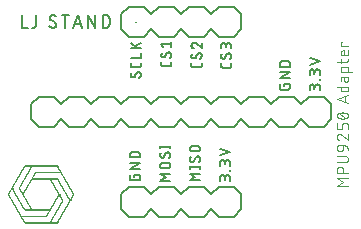
<source format=gto>
G04 EAGLE Gerber X2 export*
G75*
%MOMM*%
%FSLAX34Y34*%
%LPD*%
%AMOC8*
5,1,8,0,0,1.08239X$1,22.5*%
G01*
%ADD10C,0.203200*%
%ADD11R,2.794000X0.005075*%
%ADD12R,2.804156X0.005081*%
%ADD13R,2.814319X0.005075*%
%ADD14R,2.824481X0.005081*%
%ADD15R,2.824481X0.005075*%
%ADD16R,2.834637X0.005081*%
%ADD17R,2.844800X0.005075*%
%ADD18R,2.844800X0.005081*%
%ADD19R,0.060956X0.005075*%
%ADD20R,0.066037X0.005075*%
%ADD21R,0.060956X0.005081*%
%ADD22R,0.066037X0.005081*%
%ADD23R,0.055875X0.005081*%
%ADD24R,0.055881X0.005081*%
%ADD25R,0.060963X0.005075*%
%ADD26R,0.071119X0.005081*%
%ADD27R,0.060963X0.005081*%
%ADD28R,0.055881X0.005075*%
%ADD29R,0.055875X0.005075*%
%ADD30R,1.661156X0.005081*%
%ADD31R,2.179319X0.005075*%
%ADD32R,2.184400X0.005081*%
%ADD33R,2.194556X0.005081*%
%ADD34R,2.199638X0.005075*%
%ADD35R,2.204719X0.005081*%
%ADD36R,2.209800X0.005075*%
%ADD37R,2.214881X0.005081*%
%ADD38R,2.219956X0.005081*%
%ADD39R,2.225038X0.005075*%
%ADD40R,2.235200X0.005081*%
%ADD41R,2.189481X0.005081*%
%ADD42R,2.219963X0.005081*%
%ADD43R,2.230119X0.005075*%
%ADD44R,2.230119X0.005081*%
%ADD45R,0.076200X0.005075*%
%ADD46R,0.081275X0.005081*%
%ADD47R,0.086356X0.005075*%
%ADD48R,0.091438X0.005081*%
%ADD49R,0.096519X0.005081*%
%ADD50R,0.101600X0.005075*%
%ADD51R,0.106675X0.005081*%
%ADD52R,0.116838X0.005075*%
%ADD53R,0.121919X0.005081*%
%ADD54R,0.127000X0.005081*%
%ADD55R,0.071119X0.005075*%
%ADD56R,0.116838X0.005081*%
%ADD57R,0.106681X0.005081*%
%ADD58R,0.106681X0.005075*%
%ADD59R,0.091438X0.005075*%
%ADD60R,0.086356X0.005081*%
%ADD61R,0.076200X0.005081*%
%ADD62R,0.106675X0.005075*%
%ADD63R,0.121919X0.005075*%
%ADD64R,0.081281X0.005081*%
%ADD65R,2.214875X0.005075*%
%ADD66R,2.209800X0.005081*%
%ADD67R,2.189475X0.005081*%
%ADD68R,2.189475X0.005075*%
%ADD69R,2.179319X0.005081*%
%ADD70R,2.184400X0.005075*%
%ADD71R,2.834637X0.005075*%
%ADD72R,2.804156X0.005075*%
%ADD73R,2.794000X0.005081*%
%ADD74C,0.152400*%
%ADD75C,0.076200*%


D10*
X17780Y183388D02*
X17780Y172720D01*
X22521Y172720D01*
X29457Y175091D02*
X29457Y183388D01*
X29458Y175091D02*
X29456Y174996D01*
X29450Y174900D01*
X29441Y174805D01*
X29427Y174711D01*
X29410Y174617D01*
X29389Y174524D01*
X29364Y174431D01*
X29336Y174340D01*
X29304Y174250D01*
X29268Y174162D01*
X29229Y174075D01*
X29186Y173989D01*
X29140Y173905D01*
X29091Y173824D01*
X29038Y173744D01*
X28982Y173667D01*
X28924Y173591D01*
X28862Y173519D01*
X28797Y173449D01*
X28729Y173381D01*
X28659Y173316D01*
X28587Y173254D01*
X28511Y173196D01*
X28434Y173140D01*
X28354Y173087D01*
X28272Y173038D01*
X28189Y172992D01*
X28103Y172949D01*
X28016Y172910D01*
X27928Y172874D01*
X27838Y172842D01*
X27747Y172814D01*
X27654Y172789D01*
X27561Y172768D01*
X27467Y172751D01*
X27373Y172737D01*
X27278Y172728D01*
X27182Y172722D01*
X27087Y172720D01*
X25901Y172720D01*
X44543Y172720D02*
X44639Y172722D01*
X44734Y172728D01*
X44829Y172737D01*
X44923Y172751D01*
X45017Y172768D01*
X45110Y172789D01*
X45203Y172814D01*
X45294Y172842D01*
X45384Y172874D01*
X45472Y172910D01*
X45559Y172949D01*
X45645Y172992D01*
X45729Y173038D01*
X45810Y173087D01*
X45890Y173140D01*
X45967Y173196D01*
X46043Y173254D01*
X46115Y173316D01*
X46185Y173381D01*
X46253Y173449D01*
X46318Y173519D01*
X46380Y173591D01*
X46438Y173667D01*
X46494Y173744D01*
X46547Y173824D01*
X46596Y173906D01*
X46642Y173989D01*
X46685Y174075D01*
X46724Y174162D01*
X46760Y174250D01*
X46792Y174340D01*
X46820Y174431D01*
X46845Y174524D01*
X46866Y174617D01*
X46883Y174711D01*
X46897Y174805D01*
X46906Y174900D01*
X46912Y174996D01*
X46914Y175091D01*
X44543Y172720D02*
X44407Y172722D01*
X44270Y172727D01*
X44134Y172737D01*
X43999Y172750D01*
X43863Y172766D01*
X43729Y172787D01*
X43594Y172811D01*
X43461Y172838D01*
X43328Y172870D01*
X43196Y172904D01*
X43065Y172943D01*
X42936Y172985D01*
X42807Y173030D01*
X42680Y173079D01*
X42554Y173132D01*
X42430Y173188D01*
X42307Y173247D01*
X42186Y173309D01*
X42066Y173375D01*
X41949Y173444D01*
X41833Y173517D01*
X41719Y173592D01*
X41608Y173670D01*
X41498Y173752D01*
X41391Y173836D01*
X41287Y173923D01*
X41184Y174013D01*
X41084Y174106D01*
X40987Y174202D01*
X41283Y181017D02*
X41285Y181112D01*
X41291Y181208D01*
X41300Y181303D01*
X41314Y181397D01*
X41331Y181491D01*
X41352Y181584D01*
X41377Y181677D01*
X41405Y181768D01*
X41437Y181858D01*
X41473Y181946D01*
X41512Y182033D01*
X41555Y182119D01*
X41601Y182203D01*
X41650Y182284D01*
X41703Y182364D01*
X41759Y182441D01*
X41817Y182517D01*
X41879Y182589D01*
X41944Y182659D01*
X42012Y182727D01*
X42082Y182792D01*
X42154Y182854D01*
X42230Y182912D01*
X42307Y182968D01*
X42387Y183021D01*
X42469Y183070D01*
X42552Y183116D01*
X42638Y183159D01*
X42725Y183198D01*
X42813Y183234D01*
X42903Y183266D01*
X42994Y183294D01*
X43087Y183319D01*
X43180Y183340D01*
X43274Y183357D01*
X43368Y183371D01*
X43463Y183380D01*
X43559Y183386D01*
X43654Y183388D01*
X43784Y183386D01*
X43914Y183380D01*
X44044Y183371D01*
X44173Y183358D01*
X44302Y183341D01*
X44430Y183320D01*
X44558Y183295D01*
X44685Y183267D01*
X44811Y183235D01*
X44936Y183199D01*
X45060Y183160D01*
X45182Y183117D01*
X45304Y183071D01*
X45424Y183020D01*
X45542Y182967D01*
X45659Y182910D01*
X45774Y182850D01*
X45888Y182786D01*
X45999Y182719D01*
X46109Y182649D01*
X46216Y182575D01*
X46321Y182499D01*
X42469Y178942D02*
X42387Y178993D01*
X42307Y179047D01*
X42229Y179103D01*
X42154Y179163D01*
X42081Y179226D01*
X42011Y179292D01*
X41944Y179360D01*
X41879Y179431D01*
X41817Y179505D01*
X41758Y179581D01*
X41702Y179659D01*
X41650Y179740D01*
X41600Y179822D01*
X41554Y179907D01*
X41512Y179993D01*
X41472Y180081D01*
X41437Y180170D01*
X41405Y180261D01*
X41376Y180353D01*
X41352Y180446D01*
X41331Y180539D01*
X41314Y180634D01*
X41300Y180729D01*
X41291Y180825D01*
X41285Y180921D01*
X41283Y181017D01*
X45729Y177166D02*
X45810Y177115D01*
X45890Y177061D01*
X45968Y177005D01*
X46043Y176945D01*
X46116Y176882D01*
X46186Y176816D01*
X46253Y176748D01*
X46318Y176677D01*
X46380Y176603D01*
X46439Y176527D01*
X46495Y176449D01*
X46547Y176368D01*
X46597Y176286D01*
X46643Y176201D01*
X46685Y176115D01*
X46725Y176027D01*
X46760Y175938D01*
X46792Y175847D01*
X46821Y175755D01*
X46845Y175662D01*
X46866Y175569D01*
X46883Y175474D01*
X46897Y175379D01*
X46906Y175283D01*
X46912Y175187D01*
X46914Y175091D01*
X45728Y177165D02*
X42469Y178943D01*
X54237Y183388D02*
X54237Y172720D01*
X51274Y183388D02*
X57201Y183388D01*
X64905Y183388D02*
X61349Y172720D01*
X68461Y172720D02*
X64905Y183388D01*
X67572Y175387D02*
X62238Y175387D01*
X73753Y172720D02*
X73753Y183388D01*
X79680Y172720D01*
X79680Y183388D01*
X85945Y183388D02*
X85945Y172720D01*
X85945Y183388D02*
X88908Y183388D01*
X89014Y183386D01*
X89119Y183380D01*
X89225Y183371D01*
X89330Y183358D01*
X89434Y183341D01*
X89538Y183320D01*
X89641Y183296D01*
X89743Y183268D01*
X89844Y183236D01*
X89943Y183201D01*
X90042Y183162D01*
X90139Y183120D01*
X90234Y183075D01*
X90328Y183026D01*
X90420Y182973D01*
X90510Y182918D01*
X90598Y182859D01*
X90684Y182797D01*
X90767Y182732D01*
X90848Y182664D01*
X90927Y182594D01*
X91003Y182520D01*
X91077Y182444D01*
X91147Y182365D01*
X91215Y182284D01*
X91280Y182201D01*
X91342Y182115D01*
X91401Y182027D01*
X91456Y181937D01*
X91509Y181845D01*
X91558Y181751D01*
X91603Y181656D01*
X91645Y181559D01*
X91684Y181460D01*
X91719Y181361D01*
X91751Y181260D01*
X91779Y181158D01*
X91803Y181055D01*
X91824Y180951D01*
X91841Y180847D01*
X91854Y180742D01*
X91863Y180636D01*
X91869Y180531D01*
X91871Y180425D01*
X91872Y180425D02*
X91872Y175683D01*
X91871Y175683D02*
X91869Y175577D01*
X91863Y175472D01*
X91854Y175366D01*
X91841Y175261D01*
X91824Y175157D01*
X91803Y175053D01*
X91779Y174950D01*
X91751Y174848D01*
X91719Y174747D01*
X91684Y174648D01*
X91645Y174549D01*
X91603Y174452D01*
X91558Y174357D01*
X91509Y174263D01*
X91456Y174171D01*
X91401Y174081D01*
X91342Y173993D01*
X91280Y173907D01*
X91215Y173824D01*
X91147Y173743D01*
X91077Y173664D01*
X91003Y173588D01*
X90927Y173514D01*
X90848Y173444D01*
X90767Y173376D01*
X90684Y173311D01*
X90598Y173249D01*
X90510Y173190D01*
X90420Y173135D01*
X90328Y173082D01*
X90234Y173033D01*
X90139Y172988D01*
X90042Y172946D01*
X89943Y172907D01*
X89844Y172872D01*
X89743Y172840D01*
X89641Y172812D01*
X89538Y172788D01*
X89434Y172767D01*
X89330Y172750D01*
X89225Y172737D01*
X89119Y172728D01*
X89014Y172722D01*
X88908Y172720D01*
X85945Y172720D01*
D11*
X34315Y6858D03*
D12*
X34315Y6909D03*
X34315Y6960D03*
D13*
X34315Y7010D03*
D14*
X34315Y7061D03*
D15*
X34315Y7112D03*
D16*
X34315Y7163D03*
X34315Y7214D03*
D17*
X34315Y7264D03*
D18*
X34315Y7315D03*
D19*
X20345Y7366D03*
D20*
X42164Y7366D03*
D19*
X48285Y7366D03*
D21*
X20295Y7417D03*
D22*
X42215Y7417D03*
D21*
X48336Y7417D03*
D23*
X20269Y7468D03*
D22*
X42215Y7468D03*
D24*
X48362Y7468D03*
D19*
X20244Y7518D03*
D20*
X42266Y7518D03*
D25*
X48387Y7518D03*
D24*
X20218Y7569D03*
D26*
X42291Y7569D03*
D24*
X48412Y7569D03*
D25*
X20193Y7620D03*
D20*
X42316Y7620D03*
D19*
X48438Y7620D03*
D24*
X20168Y7671D03*
D22*
X42367Y7671D03*
D23*
X48463Y7671D03*
D21*
X20142Y7722D03*
D22*
X42367Y7722D03*
D21*
X48489Y7722D03*
D19*
X20091Y7772D03*
D20*
X42418Y7772D03*
D19*
X48539Y7772D03*
D24*
X20066Y7823D03*
D22*
X42418Y7823D03*
D23*
X48565Y7823D03*
D19*
X20041Y7874D03*
D20*
X42469Y7874D03*
D19*
X48590Y7874D03*
D23*
X20015Y7925D03*
D26*
X42494Y7925D03*
D24*
X48616Y7925D03*
D21*
X19990Y7976D03*
D22*
X42520Y7976D03*
D27*
X48641Y7976D03*
D25*
X19939Y8026D03*
D20*
X42570Y8026D03*
D19*
X48692Y8026D03*
D27*
X19939Y8077D03*
D22*
X42570Y8077D03*
D21*
X48692Y8077D03*
D19*
X19888Y8128D03*
D20*
X42621Y8128D03*
D19*
X48743Y8128D03*
D23*
X19863Y8179D03*
D22*
X42621Y8179D03*
D24*
X48768Y8179D03*
D21*
X19837Y8230D03*
D22*
X42672Y8230D03*
D21*
X48793Y8230D03*
D28*
X19812Y8280D03*
D20*
X42723Y8280D03*
D29*
X48819Y8280D03*
D21*
X19787Y8331D03*
D22*
X42723Y8331D03*
D21*
X48844Y8331D03*
D19*
X19736Y8382D03*
D20*
X42774Y8382D03*
D25*
X48895Y8382D03*
D21*
X19736Y8433D03*
D22*
X42774Y8433D03*
D27*
X48895Y8433D03*
X19685Y8484D03*
D22*
X42824Y8484D03*
D21*
X48946Y8484D03*
D28*
X19660Y8534D03*
D20*
X42824Y8534D03*
D29*
X48971Y8534D03*
D21*
X19634Y8585D03*
D22*
X42875Y8585D03*
D21*
X48997Y8585D03*
D29*
X19609Y8636D03*
D20*
X42926Y8636D03*
D28*
X49022Y8636D03*
D21*
X19583Y8687D03*
D22*
X42926Y8687D03*
D21*
X49047Y8687D03*
X19533Y8738D03*
D22*
X42977Y8738D03*
D21*
X49098Y8738D03*
D29*
X19507Y8788D03*
D20*
X42977Y8788D03*
D28*
X49124Y8788D03*
D21*
X19482Y8839D03*
D22*
X43028Y8839D03*
D27*
X49149Y8839D03*
D28*
X19456Y8890D03*
D20*
X43028Y8890D03*
D28*
X49174Y8890D03*
D27*
X19431Y8941D03*
D22*
X43078Y8941D03*
D21*
X49200Y8941D03*
D24*
X19406Y8992D03*
D22*
X43129Y8992D03*
D23*
X49225Y8992D03*
D19*
X19380Y9042D03*
D20*
X43129Y9042D03*
D19*
X49251Y9042D03*
D21*
X19329Y9093D03*
D22*
X43180Y9093D03*
D21*
X49301Y9093D03*
D28*
X19304Y9144D03*
D20*
X43180Y9144D03*
D29*
X49327Y9144D03*
D21*
X19279Y9195D03*
D22*
X43231Y9195D03*
D21*
X49352Y9195D03*
D23*
X19253Y9246D03*
D22*
X43231Y9246D03*
D24*
X49378Y9246D03*
D19*
X19228Y9296D03*
D20*
X43282Y9296D03*
D25*
X49403Y9296D03*
D27*
X19177Y9347D03*
D22*
X43332Y9347D03*
D21*
X49454Y9347D03*
D25*
X19177Y9398D03*
D20*
X43332Y9398D03*
D19*
X49454Y9398D03*
D21*
X19126Y9449D03*
D22*
X43383Y9449D03*
D21*
X49505Y9449D03*
D23*
X19101Y9500D03*
D22*
X43383Y9500D03*
D24*
X49530Y9500D03*
D19*
X19075Y9550D03*
D20*
X43434Y9550D03*
D19*
X49555Y9550D03*
D24*
X19050Y9601D03*
D21*
X43459Y9601D03*
D23*
X49581Y9601D03*
D19*
X19025Y9652D03*
D20*
X43485Y9652D03*
D19*
X49606Y9652D03*
D21*
X18974Y9703D03*
D22*
X43536Y9703D03*
D27*
X49657Y9703D03*
D24*
X18948Y9754D03*
D22*
X43536Y9754D03*
D24*
X49682Y9754D03*
D25*
X18923Y9804D03*
D20*
X43586Y9804D03*
D19*
X49708Y9804D03*
D24*
X18898Y9855D03*
D22*
X43586Y9855D03*
D23*
X49733Y9855D03*
D19*
X18872Y9906D03*
D20*
X43637Y9906D03*
D19*
X49759Y9906D03*
D23*
X18847Y9957D03*
D21*
X43663Y9957D03*
D24*
X49784Y9957D03*
D21*
X18821Y10008D03*
D22*
X43688Y10008D03*
D21*
X49809Y10008D03*
D19*
X18771Y10058D03*
D20*
X43739Y10058D03*
D19*
X49860Y10058D03*
D23*
X18745Y10109D03*
D22*
X43739Y10109D03*
D24*
X49886Y10109D03*
D19*
X18720Y10160D03*
D20*
X43790Y10160D03*
D25*
X49911Y10160D03*
D24*
X18694Y10211D03*
D22*
X43790Y10211D03*
D24*
X49936Y10211D03*
D27*
X18669Y10262D03*
D22*
X43840Y10262D03*
D21*
X49962Y10262D03*
D28*
X18644Y10312D03*
D19*
X43866Y10312D03*
D29*
X49987Y10312D03*
D21*
X18618Y10363D03*
D22*
X43891Y10363D03*
D21*
X50013Y10363D03*
D19*
X18567Y10414D03*
D20*
X43942Y10414D03*
D19*
X50063Y10414D03*
D24*
X18542Y10465D03*
D22*
X43942Y10465D03*
D23*
X50089Y10465D03*
D21*
X18517Y10516D03*
D22*
X43993Y10516D03*
D21*
X50114Y10516D03*
D29*
X18491Y10566D03*
D19*
X44018Y10566D03*
D28*
X50140Y10566D03*
D21*
X18466Y10617D03*
D22*
X44044Y10617D03*
D27*
X50165Y10617D03*
D25*
X18415Y10668D03*
X44069Y10668D03*
D19*
X50216Y10668D03*
D27*
X18415Y10719D03*
D22*
X44094Y10719D03*
D21*
X50216Y10719D03*
X18364Y10770D03*
D22*
X44145Y10770D03*
D21*
X50267Y10770D03*
D29*
X18339Y10820D03*
D20*
X44145Y10820D03*
D28*
X50292Y10820D03*
D21*
X18313Y10871D03*
D22*
X44196Y10871D03*
D21*
X50317Y10871D03*
D28*
X18288Y10922D03*
D19*
X44221Y10922D03*
D29*
X50343Y10922D03*
D21*
X18263Y10973D03*
D22*
X44247Y10973D03*
D21*
X50368Y10973D03*
X18212Y11024D03*
D22*
X44298Y11024D03*
D27*
X50419Y11024D03*
D28*
X18186Y11074D03*
D20*
X44298Y11074D03*
D28*
X50444Y11074D03*
D27*
X18161Y11125D03*
D22*
X44348Y11125D03*
D21*
X50470Y11125D03*
D28*
X18136Y11176D03*
D20*
X44348Y11176D03*
D29*
X50495Y11176D03*
D21*
X18110Y11227D03*
D22*
X44399Y11227D03*
D21*
X50521Y11227D03*
D23*
X18085Y11278D03*
D21*
X44425Y11278D03*
D24*
X50546Y11278D03*
D19*
X18059Y11328D03*
D20*
X44450Y11328D03*
D19*
X50571Y11328D03*
D21*
X18009Y11379D03*
D22*
X44501Y11379D03*
D21*
X50622Y11379D03*
D29*
X17983Y11430D03*
D20*
X44501Y11430D03*
D28*
X50648Y11430D03*
D21*
X17958Y11481D03*
D22*
X44552Y11481D03*
D27*
X50673Y11481D03*
D24*
X17932Y11532D03*
D22*
X44552Y11532D03*
D24*
X50698Y11532D03*
D25*
X17907Y11582D03*
D20*
X44602Y11582D03*
D19*
X50724Y11582D03*
D24*
X17882Y11633D03*
D21*
X44628Y11633D03*
D23*
X50749Y11633D03*
D19*
X17856Y11684D03*
D20*
X44653Y11684D03*
D19*
X50775Y11684D03*
D21*
X17805Y11735D03*
D22*
X44704Y11735D03*
D21*
X50825Y11735D03*
D24*
X17780Y11786D03*
D22*
X44704Y11786D03*
D23*
X50851Y11786D03*
D19*
X17755Y11836D03*
D20*
X44755Y11836D03*
D19*
X50876Y11836D03*
D23*
X17729Y11887D03*
D21*
X44780Y11887D03*
D24*
X50902Y11887D03*
D19*
X17704Y11938D03*
D20*
X44806Y11938D03*
D25*
X50927Y11938D03*
D27*
X17653Y11989D03*
X44831Y11989D03*
D21*
X50978Y11989D03*
D27*
X17653Y12040D03*
D22*
X44856Y12040D03*
D21*
X50978Y12040D03*
D19*
X17602Y12090D03*
D20*
X44907Y12090D03*
D19*
X51029Y12090D03*
D30*
X25603Y12141D03*
D22*
X44907Y12141D03*
D24*
X51054Y12141D03*
D31*
X28143Y12192D03*
D20*
X44958Y12192D03*
D19*
X51079Y12192D03*
D32*
X28169Y12243D03*
D21*
X44983Y12243D03*
D23*
X51105Y12243D03*
D33*
X28169Y12294D03*
D22*
X45009Y12294D03*
D21*
X51130Y12294D03*
D34*
X28143Y12344D03*
D19*
X45034Y12344D03*
D25*
X51181Y12344D03*
D35*
X28169Y12395D03*
D22*
X45060Y12395D03*
D24*
X51206Y12395D03*
D36*
X28143Y12446D03*
D20*
X45110Y12446D03*
D19*
X51232Y12446D03*
D37*
X28169Y12497D03*
D22*
X45110Y12497D03*
D23*
X51257Y12497D03*
D38*
X28143Y12548D03*
D22*
X45161Y12548D03*
D21*
X51283Y12548D03*
D39*
X28169Y12598D03*
D19*
X45187Y12598D03*
D28*
X51308Y12598D03*
D40*
X28169Y12649D03*
D22*
X45212Y12649D03*
D21*
X51333Y12649D03*
D19*
X17247Y12700D03*
D29*
X39065Y12700D03*
D19*
X45237Y12700D03*
X51384Y12700D03*
D23*
X17221Y12751D03*
D21*
X39091Y12751D03*
D22*
X45263Y12751D03*
D24*
X51410Y12751D03*
D21*
X17196Y12802D03*
D24*
X39116Y12802D03*
D22*
X45314Y12802D03*
D27*
X51435Y12802D03*
D28*
X17170Y12852D03*
D19*
X39141Y12852D03*
D20*
X45314Y12852D03*
D28*
X51460Y12852D03*
D27*
X17145Y12903D03*
D23*
X39167Y12903D03*
D22*
X45364Y12903D03*
D21*
X51486Y12903D03*
D19*
X17094Y12954D03*
X39192Y12954D03*
X45390Y12954D03*
X51537Y12954D03*
D21*
X17094Y13005D03*
D27*
X39243Y13005D03*
D22*
X45415Y13005D03*
D21*
X51537Y13005D03*
X17043Y13056D03*
D24*
X39268Y13056D03*
D21*
X45441Y13056D03*
X51587Y13056D03*
D28*
X17018Y13106D03*
D19*
X39294Y13106D03*
D20*
X45466Y13106D03*
D29*
X51613Y13106D03*
D21*
X16993Y13157D03*
D23*
X39319Y13157D03*
D22*
X45517Y13157D03*
D21*
X51638Y13157D03*
D29*
X16967Y13208D03*
D19*
X39345Y13208D03*
X45542Y13208D03*
D28*
X51664Y13208D03*
D21*
X16942Y13259D03*
D24*
X39370Y13259D03*
D22*
X45568Y13259D03*
D27*
X51689Y13259D03*
X16891Y13310D03*
D21*
X39395Y13310D03*
D27*
X45593Y13310D03*
D21*
X51740Y13310D03*
D28*
X16866Y13360D03*
D19*
X39446Y13360D03*
D20*
X45618Y13360D03*
D29*
X51765Y13360D03*
D21*
X16840Y13411D03*
D24*
X39472Y13411D03*
D21*
X45644Y13411D03*
X51791Y13411D03*
D29*
X16815Y13462D03*
D25*
X39497Y13462D03*
D20*
X45669Y13462D03*
D28*
X51816Y13462D03*
D21*
X16789Y13513D03*
D24*
X39522Y13513D03*
D22*
X45720Y13513D03*
D21*
X51841Y13513D03*
D24*
X16764Y13564D03*
D21*
X39548Y13564D03*
X45745Y13564D03*
D23*
X51867Y13564D03*
D19*
X16739Y13614D03*
X39599Y13614D03*
D20*
X45771Y13614D03*
D19*
X51892Y13614D03*
D21*
X16688Y13665D03*
X39599Y13665D03*
X45796Y13665D03*
D27*
X51943Y13665D03*
D28*
X16662Y13716D03*
D19*
X39649Y13716D03*
D20*
X45822Y13716D03*
D28*
X51968Y13716D03*
D27*
X16637Y13767D03*
D23*
X39675Y13767D03*
D27*
X45847Y13767D03*
D21*
X51994Y13767D03*
D24*
X16612Y13818D03*
D21*
X39700Y13818D03*
D22*
X45872Y13818D03*
D23*
X52019Y13818D03*
D19*
X16586Y13868D03*
D28*
X39726Y13868D03*
D20*
X45923Y13868D03*
D19*
X52045Y13868D03*
D23*
X16561Y13919D03*
D27*
X39751Y13919D03*
D21*
X45949Y13919D03*
D24*
X52070Y13919D03*
D19*
X16535Y13970D03*
X39802Y13970D03*
D20*
X45974Y13970D03*
D19*
X52095Y13970D03*
D21*
X16485Y14021D03*
D23*
X39827Y14021D03*
D21*
X45999Y14021D03*
X52146Y14021D03*
D23*
X16459Y14072D03*
D21*
X39853Y14072D03*
D22*
X46025Y14072D03*
D24*
X52172Y14072D03*
D19*
X16434Y14122D03*
D28*
X39878Y14122D03*
D19*
X46050Y14122D03*
D25*
X52197Y14122D03*
D24*
X16408Y14173D03*
D21*
X39903Y14173D03*
D27*
X46101Y14173D03*
D24*
X52222Y14173D03*
D25*
X16383Y14224D03*
D29*
X39929Y14224D03*
D20*
X46126Y14224D03*
D19*
X52248Y14224D03*
D21*
X16332Y14275D03*
X39954Y14275D03*
X46152Y14275D03*
X52299Y14275D03*
X16332Y14326D03*
D27*
X40005Y14326D03*
D22*
X46177Y14326D03*
D21*
X52299Y14326D03*
D19*
X16281Y14376D03*
D28*
X40030Y14376D03*
D19*
X46203Y14376D03*
X52349Y14376D03*
D24*
X16256Y14427D03*
D21*
X40056Y14427D03*
D22*
X46228Y14427D03*
D23*
X52375Y14427D03*
D19*
X16231Y14478D03*
D29*
X40081Y14478D03*
D19*
X46253Y14478D03*
X52400Y14478D03*
D23*
X16205Y14529D03*
D21*
X40107Y14529D03*
X46304Y14529D03*
D24*
X52426Y14529D03*
D21*
X16180Y14580D03*
X40157Y14580D03*
D22*
X46330Y14580D03*
D27*
X52451Y14580D03*
D25*
X16129Y14630D03*
D19*
X40157Y14630D03*
D25*
X46355Y14630D03*
D19*
X52502Y14630D03*
D24*
X16104Y14681D03*
D21*
X40208Y14681D03*
D22*
X46380Y14681D03*
D23*
X52527Y14681D03*
D19*
X16078Y14732D03*
D28*
X40234Y14732D03*
D19*
X46406Y14732D03*
X52553Y14732D03*
D23*
X16053Y14783D03*
D27*
X40259Y14783D03*
D22*
X46431Y14783D03*
D24*
X52578Y14783D03*
D21*
X16027Y14834D03*
D24*
X40284Y14834D03*
D22*
X46482Y14834D03*
D21*
X52603Y14834D03*
D28*
X16002Y14884D03*
D19*
X40310Y14884D03*
X46507Y14884D03*
D29*
X52629Y14884D03*
D21*
X15977Y14935D03*
X40361Y14935D03*
D22*
X46533Y14935D03*
D21*
X52654Y14935D03*
D19*
X15926Y14986D03*
D28*
X40386Y14986D03*
D19*
X46558Y14986D03*
D25*
X52705Y14986D03*
D24*
X15900Y15037D03*
D21*
X40411Y15037D03*
D22*
X46584Y15037D03*
D24*
X52730Y15037D03*
D27*
X15875Y15088D03*
D23*
X40437Y15088D03*
D27*
X46609Y15088D03*
D21*
X52756Y15088D03*
D28*
X15850Y15138D03*
D19*
X40462Y15138D03*
D20*
X46634Y15138D03*
D29*
X52781Y15138D03*
D21*
X15824Y15189D03*
D24*
X40488Y15189D03*
D22*
X46685Y15189D03*
D21*
X52807Y15189D03*
D29*
X15799Y15240D03*
D25*
X40513Y15240D03*
D19*
X46711Y15240D03*
D28*
X52832Y15240D03*
D21*
X15773Y15291D03*
X40564Y15291D03*
D22*
X46736Y15291D03*
D21*
X52857Y15291D03*
X15723Y15342D03*
D23*
X40589Y15342D03*
D21*
X46761Y15342D03*
X52908Y15342D03*
D29*
X15697Y15392D03*
D19*
X40615Y15392D03*
D20*
X46787Y15392D03*
D28*
X52934Y15392D03*
D21*
X15672Y15443D03*
D24*
X40640Y15443D03*
D21*
X46812Y15443D03*
D27*
X52959Y15443D03*
D28*
X15646Y15494D03*
D19*
X40665Y15494D03*
D25*
X46863Y15494D03*
D28*
X52984Y15494D03*
D27*
X15621Y15545D03*
D23*
X40691Y15545D03*
D22*
X46888Y15545D03*
D21*
X53010Y15545D03*
X15570Y15596D03*
X40716Y15596D03*
X46914Y15596D03*
X53061Y15596D03*
D19*
X15570Y15646D03*
D25*
X40767Y15646D03*
D20*
X46939Y15646D03*
D19*
X53061Y15646D03*
D21*
X15519Y15697D03*
D24*
X40792Y15697D03*
D21*
X46965Y15697D03*
X53111Y15697D03*
D28*
X15494Y15748D03*
D19*
X40818Y15748D03*
D20*
X46990Y15748D03*
D29*
X53137Y15748D03*
D21*
X15469Y15799D03*
D23*
X40843Y15799D03*
D21*
X47015Y15799D03*
X53162Y15799D03*
D23*
X15443Y15850D03*
D21*
X40869Y15850D03*
X47066Y15850D03*
D24*
X53188Y15850D03*
D19*
X15418Y15900D03*
X40919Y15900D03*
D20*
X47092Y15900D03*
D25*
X53213Y15900D03*
D27*
X15367Y15951D03*
D21*
X40919Y15951D03*
D27*
X47117Y15951D03*
D21*
X53264Y15951D03*
D28*
X15342Y16002D03*
D19*
X40970Y16002D03*
D20*
X47142Y16002D03*
D29*
X53289Y16002D03*
D21*
X15316Y16053D03*
D24*
X40996Y16053D03*
D21*
X47168Y16053D03*
X53315Y16053D03*
D23*
X15291Y16104D03*
D27*
X41021Y16104D03*
D22*
X47193Y16104D03*
D24*
X53340Y16104D03*
D19*
X15265Y16154D03*
D28*
X41046Y16154D03*
D19*
X47219Y16154D03*
X53365Y16154D03*
D24*
X15240Y16205D03*
D21*
X41072Y16205D03*
X47269Y16205D03*
D23*
X53391Y16205D03*
D19*
X15215Y16256D03*
X41123Y16256D03*
D20*
X47295Y16256D03*
D19*
X53416Y16256D03*
D21*
X15164Y16307D03*
D24*
X41148Y16307D03*
D21*
X47320Y16307D03*
D27*
X53467Y16307D03*
D24*
X15138Y16358D03*
D21*
X41173Y16358D03*
D22*
X47346Y16358D03*
D24*
X53492Y16358D03*
D25*
X15113Y16408D03*
D29*
X41199Y16408D03*
D25*
X47371Y16408D03*
D19*
X53518Y16408D03*
D24*
X15088Y16459D03*
D21*
X41224Y16459D03*
D22*
X47396Y16459D03*
D23*
X53543Y16459D03*
D19*
X15062Y16510D03*
D28*
X41250Y16510D03*
D19*
X47422Y16510D03*
X53569Y16510D03*
D23*
X15037Y16561D03*
D27*
X41275Y16561D03*
D21*
X47473Y16561D03*
D24*
X53594Y16561D03*
D21*
X15011Y16612D03*
X41326Y16612D03*
D22*
X47498Y16612D03*
D21*
X53619Y16612D03*
D19*
X14961Y16662D03*
D29*
X41351Y16662D03*
D19*
X47523Y16662D03*
X53670Y16662D03*
D23*
X14935Y16713D03*
D21*
X41377Y16713D03*
D22*
X47549Y16713D03*
D24*
X53696Y16713D03*
D19*
X14910Y16764D03*
D28*
X41402Y16764D03*
D19*
X47574Y16764D03*
D25*
X53721Y16764D03*
D24*
X14884Y16815D03*
D21*
X41427Y16815D03*
D27*
X47625Y16815D03*
D24*
X53746Y16815D03*
D27*
X14859Y16866D03*
D23*
X41453Y16866D03*
D27*
X47625Y16866D03*
D21*
X53772Y16866D03*
D19*
X14808Y16916D03*
X41478Y16916D03*
X47676Y16916D03*
X53823Y16916D03*
D21*
X14808Y16967D03*
D27*
X41529Y16967D03*
D22*
X47701Y16967D03*
D21*
X53823Y16967D03*
D19*
X14757Y17018D03*
D28*
X41554Y17018D03*
D19*
X47727Y17018D03*
X53873Y17018D03*
D24*
X14732Y17069D03*
D21*
X41580Y17069D03*
D22*
X47752Y17069D03*
D23*
X53899Y17069D03*
D21*
X14707Y17120D03*
D23*
X41605Y17120D03*
D21*
X47777Y17120D03*
X53924Y17120D03*
D29*
X14681Y17170D03*
D19*
X41631Y17170D03*
X47828Y17170D03*
D28*
X53950Y17170D03*
D21*
X14656Y17221D03*
X41681Y17221D03*
X47828Y17221D03*
D27*
X53975Y17221D03*
D25*
X14605Y17272D03*
D19*
X41681Y17272D03*
D25*
X47879Y17272D03*
D19*
X54026Y17272D03*
D24*
X14580Y17323D03*
D21*
X41732Y17323D03*
D22*
X47904Y17323D03*
D23*
X54051Y17323D03*
D21*
X14554Y17374D03*
D24*
X41758Y17374D03*
D21*
X47930Y17374D03*
X54077Y17374D03*
D29*
X14529Y17424D03*
D25*
X41783Y17424D03*
D20*
X47955Y17424D03*
D28*
X54102Y17424D03*
D21*
X14503Y17475D03*
D24*
X41808Y17475D03*
D21*
X47981Y17475D03*
X54127Y17475D03*
D28*
X14478Y17526D03*
D31*
X31242Y17526D03*
D19*
X48031Y17526D03*
D29*
X54153Y17526D03*
D21*
X14453Y17577D03*
D41*
X31242Y17577D03*
D21*
X48031Y17577D03*
X54178Y17577D03*
X14402Y17628D03*
D41*
X31242Y17628D03*
D21*
X48082Y17628D03*
D27*
X54229Y17628D03*
D28*
X14376Y17678D03*
D34*
X31242Y17678D03*
D20*
X48108Y17678D03*
D28*
X54254Y17678D03*
D27*
X14351Y17729D03*
D35*
X31217Y17729D03*
D27*
X48133Y17729D03*
D21*
X54280Y17729D03*
D28*
X14326Y17780D03*
D36*
X31242Y17780D03*
D20*
X48158Y17780D03*
D29*
X54305Y17780D03*
D21*
X14300Y17831D03*
D37*
X31217Y17831D03*
D21*
X48184Y17831D03*
X54331Y17831D03*
X14249Y17882D03*
D42*
X31242Y17882D03*
D21*
X48235Y17882D03*
X54381Y17882D03*
D19*
X14249Y17932D03*
D43*
X31242Y17932D03*
D19*
X48235Y17932D03*
X54381Y17932D03*
D21*
X14199Y17983D03*
D44*
X31242Y17983D03*
D21*
X48285Y17983D03*
X54432Y17983D03*
D29*
X14173Y18034D03*
D19*
X20345Y18034D03*
X26492Y18034D03*
X42139Y18034D03*
D20*
X48311Y18034D03*
D28*
X54458Y18034D03*
D21*
X14148Y18085D03*
X20295Y18085D03*
D23*
X26467Y18085D03*
D24*
X42164Y18085D03*
D21*
X48336Y18085D03*
D27*
X54483Y18085D03*
D24*
X14122Y18136D03*
D23*
X20269Y18136D03*
D21*
X26441Y18136D03*
X42189Y18136D03*
D27*
X48387Y18136D03*
D24*
X54508Y18136D03*
D25*
X14097Y18186D03*
D19*
X20244Y18186D03*
D28*
X26416Y18186D03*
D29*
X42215Y18186D03*
D25*
X48387Y18186D03*
D19*
X54534Y18186D03*
D21*
X14046Y18237D03*
D24*
X20218Y18237D03*
D21*
X26391Y18237D03*
X42240Y18237D03*
X48438Y18237D03*
X54585Y18237D03*
D29*
X14021Y18288D03*
D25*
X20193Y18288D03*
D19*
X26340Y18288D03*
D25*
X42291Y18288D03*
D19*
X48438Y18288D03*
D28*
X54610Y18288D03*
D21*
X13995Y18339D03*
X20142Y18339D03*
D24*
X26314Y18339D03*
X42316Y18339D03*
D21*
X48489Y18339D03*
X54635Y18339D03*
D24*
X13970Y18390D03*
D21*
X20142Y18390D03*
D27*
X26289Y18390D03*
D21*
X42342Y18390D03*
D22*
X48514Y18390D03*
D23*
X54661Y18390D03*
D19*
X13945Y18440D03*
X20091Y18440D03*
D28*
X26264Y18440D03*
D29*
X42367Y18440D03*
D19*
X48539Y18440D03*
X54686Y18440D03*
D23*
X13919Y18491D03*
D24*
X20066Y18491D03*
D21*
X26238Y18491D03*
X42393Y18491D03*
X48590Y18491D03*
D24*
X54712Y18491D03*
D19*
X13894Y18542D03*
X20041Y18542D03*
X26187Y18542D03*
X42443Y18542D03*
X48590Y18542D03*
D25*
X54737Y18542D03*
D27*
X13843Y18593D03*
D23*
X20015Y18593D03*
D21*
X26187Y18593D03*
X42443Y18593D03*
D27*
X48641Y18593D03*
D21*
X54788Y18593D03*
D24*
X13818Y18644D03*
D21*
X19990Y18644D03*
X26137Y18644D03*
X42494Y18644D03*
D27*
X48641Y18644D03*
D23*
X54813Y18644D03*
D19*
X13792Y18694D03*
D25*
X19939Y18694D03*
D29*
X26111Y18694D03*
D28*
X42520Y18694D03*
D19*
X48692Y18694D03*
X54839Y18694D03*
D23*
X13767Y18745D03*
D27*
X19939Y18745D03*
D21*
X26086Y18745D03*
D27*
X42545Y18745D03*
D22*
X48717Y18745D03*
D24*
X54864Y18745D03*
D19*
X13741Y18796D03*
X19888Y18796D03*
D28*
X26060Y18796D03*
X42570Y18796D03*
D19*
X48743Y18796D03*
X54889Y18796D03*
D24*
X13716Y18847D03*
D23*
X19863Y18847D03*
D27*
X26035Y18847D03*
D21*
X42596Y18847D03*
X48793Y18847D03*
D23*
X54915Y18847D03*
D21*
X13691Y18898D03*
X19837Y18898D03*
X25984Y18898D03*
X42647Y18898D03*
X48793Y18898D03*
X54940Y18898D03*
D19*
X13640Y18948D03*
X19787Y18948D03*
D29*
X25959Y18948D03*
D28*
X42672Y18948D03*
D19*
X48844Y18948D03*
D25*
X54991Y18948D03*
D24*
X13614Y18999D03*
D21*
X19787Y18999D03*
X25933Y18999D03*
X42697Y18999D03*
D22*
X48870Y18999D03*
D24*
X55016Y18999D03*
D25*
X13589Y19050D03*
D19*
X19736Y19050D03*
D28*
X25908Y19050D03*
D29*
X42723Y19050D03*
D25*
X48895Y19050D03*
D19*
X55042Y19050D03*
D24*
X13564Y19101D03*
X19710Y19101D03*
D21*
X25883Y19101D03*
X42748Y19101D03*
X48946Y19101D03*
D23*
X55067Y19101D03*
D21*
X13538Y19152D03*
D27*
X19685Y19152D03*
D23*
X25857Y19152D03*
D24*
X42774Y19152D03*
D21*
X48946Y19152D03*
X55093Y19152D03*
D19*
X13487Y19202D03*
D28*
X19660Y19202D03*
D19*
X25832Y19202D03*
D25*
X42799Y19202D03*
D19*
X48997Y19202D03*
X55143Y19202D03*
D21*
X13487Y19253D03*
X19634Y19253D03*
D27*
X25781Y19253D03*
D21*
X42850Y19253D03*
X48997Y19253D03*
X55143Y19253D03*
D19*
X13437Y19304D03*
X19583Y19304D03*
D28*
X25756Y19304D03*
D29*
X42875Y19304D03*
D19*
X49047Y19304D03*
X55194Y19304D03*
D23*
X13411Y19355D03*
D21*
X19583Y19355D03*
X25730Y19355D03*
X42901Y19355D03*
D22*
X49073Y19355D03*
D24*
X55220Y19355D03*
D21*
X13386Y19406D03*
X19533Y19406D03*
D23*
X25705Y19406D03*
D24*
X42926Y19406D03*
D21*
X49098Y19406D03*
D27*
X55245Y19406D03*
D28*
X13360Y19456D03*
D29*
X19507Y19456D03*
D19*
X25679Y19456D03*
X42951Y19456D03*
D25*
X49149Y19456D03*
D28*
X55270Y19456D03*
D27*
X13335Y19507D03*
D21*
X19482Y19507D03*
X25629Y19507D03*
X43002Y19507D03*
D27*
X49149Y19507D03*
D21*
X55296Y19507D03*
D19*
X13284Y19558D03*
D28*
X19456Y19558D03*
D19*
X25629Y19558D03*
X43002Y19558D03*
X49200Y19558D03*
X55347Y19558D03*
D23*
X13259Y19609D03*
D27*
X19431Y19609D03*
D21*
X25578Y19609D03*
D27*
X43053Y19609D03*
D21*
X49200Y19609D03*
D24*
X55372Y19609D03*
D21*
X13233Y19660D03*
X19380Y19660D03*
D24*
X25552Y19660D03*
X43078Y19660D03*
D21*
X49251Y19660D03*
X55397Y19660D03*
D28*
X13208Y19710D03*
D19*
X19380Y19710D03*
D25*
X25527Y19710D03*
D19*
X43104Y19710D03*
D20*
X49276Y19710D03*
D29*
X55423Y19710D03*
D21*
X13183Y19761D03*
X19329Y19761D03*
D24*
X25502Y19761D03*
D23*
X43129Y19761D03*
D21*
X49301Y19761D03*
X55448Y19761D03*
D29*
X13157Y19812D03*
D28*
X19304Y19812D03*
D19*
X25476Y19812D03*
X43155Y19812D03*
X49352Y19812D03*
D28*
X55474Y19812D03*
D21*
X13132Y19863D03*
X19279Y19863D03*
X25425Y19863D03*
X43205Y19863D03*
X49352Y19863D03*
D27*
X55499Y19863D03*
X13081Y19914D03*
D21*
X19228Y19914D03*
D24*
X25400Y19914D03*
D23*
X43231Y19914D03*
D27*
X49403Y19914D03*
D21*
X55550Y19914D03*
D28*
X13056Y19964D03*
D19*
X19228Y19964D03*
X25375Y19964D03*
X43256Y19964D03*
D25*
X49403Y19964D03*
D29*
X55575Y19964D03*
D21*
X13030Y20015D03*
D27*
X19177Y20015D03*
D23*
X25349Y20015D03*
D24*
X43282Y20015D03*
D21*
X49454Y20015D03*
X55601Y20015D03*
D29*
X13005Y20066D03*
D25*
X19177Y20066D03*
D19*
X25324Y20066D03*
D25*
X43307Y20066D03*
D20*
X49479Y20066D03*
D28*
X55626Y20066D03*
D21*
X12979Y20117D03*
X19126Y20117D03*
D24*
X25298Y20117D03*
X43332Y20117D03*
D21*
X49505Y20117D03*
X55651Y20117D03*
D24*
X12954Y20168D03*
D23*
X19101Y20168D03*
D27*
X25273Y20168D03*
D21*
X43358Y20168D03*
X49555Y20168D03*
D23*
X55677Y20168D03*
D19*
X12929Y20218D03*
X19075Y20218D03*
X25222Y20218D03*
X43409Y20218D03*
X49555Y20218D03*
X55702Y20218D03*
D21*
X12878Y20269D03*
X19025Y20269D03*
D23*
X25197Y20269D03*
D24*
X43434Y20269D03*
D21*
X49606Y20269D03*
D27*
X55753Y20269D03*
D28*
X12852Y20320D03*
D19*
X19025Y20320D03*
X25171Y20320D03*
X43459Y20320D03*
X49606Y20320D03*
D28*
X55778Y20320D03*
D27*
X12827Y20371D03*
D21*
X18974Y20371D03*
D24*
X25146Y20371D03*
D23*
X43485Y20371D03*
D27*
X49657Y20371D03*
D21*
X55804Y20371D03*
D24*
X12802Y20422D03*
X18948Y20422D03*
D21*
X25121Y20422D03*
X43510Y20422D03*
X49708Y20422D03*
D23*
X55829Y20422D03*
D19*
X12776Y20472D03*
D25*
X18923Y20472D03*
D29*
X25095Y20472D03*
D28*
X43536Y20472D03*
D19*
X49708Y20472D03*
X55855Y20472D03*
D21*
X12725Y20523D03*
X18872Y20523D03*
X25070Y20523D03*
D27*
X43561Y20523D03*
D21*
X49759Y20523D03*
X55905Y20523D03*
D19*
X12725Y20574D03*
X18872Y20574D03*
D25*
X25019Y20574D03*
D19*
X43612Y20574D03*
X49759Y20574D03*
X55905Y20574D03*
D21*
X12675Y20625D03*
X18821Y20625D03*
D24*
X24994Y20625D03*
D23*
X43637Y20625D03*
D21*
X49809Y20625D03*
X55956Y20625D03*
D23*
X12649Y20676D03*
D21*
X18821Y20676D03*
X24968Y20676D03*
X43663Y20676D03*
X49809Y20676D03*
D24*
X55982Y20676D03*
D19*
X12624Y20726D03*
X18771Y20726D03*
D29*
X24943Y20726D03*
D28*
X43688Y20726D03*
D19*
X49860Y20726D03*
D25*
X56007Y20726D03*
D24*
X12598Y20777D03*
D23*
X18745Y20777D03*
D21*
X24917Y20777D03*
X43713Y20777D03*
D27*
X49911Y20777D03*
D24*
X56032Y20777D03*
D25*
X12573Y20828D03*
D19*
X18720Y20828D03*
X24867Y20828D03*
X43764Y20828D03*
D25*
X49911Y20828D03*
D19*
X56058Y20828D03*
D21*
X12522Y20879D03*
D27*
X18669Y20879D03*
D21*
X24867Y20879D03*
X43764Y20879D03*
X49962Y20879D03*
X56109Y20879D03*
D23*
X12497Y20930D03*
D27*
X18669Y20930D03*
D21*
X24816Y20930D03*
D27*
X43815Y20930D03*
D21*
X49962Y20930D03*
D24*
X56134Y20930D03*
D19*
X12471Y20980D03*
X18618Y20980D03*
D28*
X24790Y20980D03*
X43840Y20980D03*
D19*
X50013Y20980D03*
X56159Y20980D03*
D24*
X12446Y21031D03*
D21*
X18618Y21031D03*
D27*
X24765Y21031D03*
D21*
X43866Y21031D03*
X50013Y21031D03*
D23*
X56185Y21031D03*
D19*
X12421Y21082D03*
X18567Y21082D03*
D28*
X24740Y21082D03*
D29*
X43891Y21082D03*
D19*
X50063Y21082D03*
X56210Y21082D03*
D23*
X12395Y21133D03*
D21*
X18517Y21133D03*
X24714Y21133D03*
X43917Y21133D03*
X50114Y21133D03*
D24*
X56236Y21133D03*
D21*
X12370Y21184D03*
X18517Y21184D03*
X24663Y21184D03*
X43967Y21184D03*
X50114Y21184D03*
D27*
X56261Y21184D03*
D25*
X12319Y21234D03*
D19*
X18466Y21234D03*
D28*
X24638Y21234D03*
D29*
X43993Y21234D03*
D25*
X50165Y21234D03*
D19*
X56312Y21234D03*
D24*
X12294Y21285D03*
D21*
X18466Y21285D03*
X24613Y21285D03*
X44018Y21285D03*
D27*
X50165Y21285D03*
D23*
X56337Y21285D03*
D19*
X12268Y21336D03*
D25*
X18415Y21336D03*
D29*
X24587Y21336D03*
D28*
X44044Y21336D03*
D19*
X50216Y21336D03*
X56363Y21336D03*
D23*
X12243Y21387D03*
D27*
X18415Y21387D03*
D21*
X24562Y21387D03*
D27*
X44069Y21387D03*
D21*
X50216Y21387D03*
D24*
X56388Y21387D03*
D21*
X12217Y21438D03*
X18364Y21438D03*
D24*
X24536Y21438D03*
X44094Y21438D03*
D21*
X50267Y21438D03*
X56413Y21438D03*
D19*
X12167Y21488D03*
X18313Y21488D03*
D25*
X24511Y21488D03*
D19*
X44120Y21488D03*
X50317Y21488D03*
X56464Y21488D03*
D21*
X12167Y21539D03*
X18313Y21539D03*
X24460Y21539D03*
X44171Y21539D03*
X50317Y21539D03*
X56464Y21539D03*
D19*
X12116Y21590D03*
X18263Y21590D03*
D29*
X24435Y21590D03*
D28*
X44196Y21590D03*
D19*
X50368Y21590D03*
D25*
X56515Y21590D03*
D24*
X12090Y21641D03*
D21*
X18263Y21641D03*
X24409Y21641D03*
X44221Y21641D03*
X50368Y21641D03*
D24*
X56540Y21641D03*
D27*
X12065Y21692D03*
D21*
X18212Y21692D03*
D24*
X24384Y21692D03*
D23*
X44247Y21692D03*
D27*
X50419Y21692D03*
D21*
X56566Y21692D03*
D28*
X12040Y21742D03*
X18186Y21742D03*
D19*
X24359Y21742D03*
X44272Y21742D03*
D28*
X50444Y21742D03*
D29*
X56591Y21742D03*
D21*
X12014Y21793D03*
D27*
X18161Y21793D03*
D23*
X24333Y21793D03*
D24*
X44298Y21793D03*
D21*
X50470Y21793D03*
X56617Y21793D03*
D19*
X11963Y21844D03*
X18110Y21844D03*
X24308Y21844D03*
D25*
X44323Y21844D03*
D19*
X50521Y21844D03*
X56667Y21844D03*
D21*
X11963Y21895D03*
X18110Y21895D03*
D27*
X24257Y21895D03*
D21*
X44374Y21895D03*
X50521Y21895D03*
X56667Y21895D03*
X11913Y21946D03*
X18059Y21946D03*
D24*
X24232Y21946D03*
D23*
X44399Y21946D03*
D21*
X50571Y21946D03*
X56718Y21946D03*
D29*
X11887Y21996D03*
D19*
X18059Y21996D03*
X24206Y21996D03*
X44425Y21996D03*
X50571Y21996D03*
D28*
X56744Y21996D03*
D21*
X11862Y22047D03*
X18009Y22047D03*
D23*
X24181Y22047D03*
D24*
X44450Y22047D03*
D21*
X50622Y22047D03*
D27*
X56769Y22047D03*
D28*
X11836Y22098D03*
D19*
X17958Y22098D03*
X24155Y22098D03*
X44475Y22098D03*
D28*
X50648Y22098D03*
X56794Y22098D03*
D27*
X11811Y22149D03*
D21*
X17958Y22149D03*
X24105Y22149D03*
X44526Y22149D03*
D27*
X50673Y22149D03*
D21*
X56820Y22149D03*
X11760Y22200D03*
D27*
X17907Y22200D03*
D21*
X24105Y22200D03*
X44526Y22200D03*
X50724Y22200D03*
X56871Y22200D03*
D29*
X11735Y22250D03*
D25*
X17907Y22250D03*
D19*
X24054Y22250D03*
D25*
X44577Y22250D03*
D19*
X50724Y22250D03*
D28*
X56896Y22250D03*
D21*
X11709Y22301D03*
X17856Y22301D03*
D24*
X24028Y22301D03*
X44602Y22301D03*
D21*
X50775Y22301D03*
X56921Y22301D03*
D28*
X11684Y22352D03*
D19*
X17856Y22352D03*
D25*
X24003Y22352D03*
D19*
X44628Y22352D03*
X50775Y22352D03*
D29*
X56947Y22352D03*
D21*
X11659Y22403D03*
X17805Y22403D03*
D24*
X23978Y22403D03*
D23*
X44653Y22403D03*
D21*
X50825Y22403D03*
X56972Y22403D03*
D23*
X11633Y22454D03*
D21*
X17755Y22454D03*
X23952Y22454D03*
X44679Y22454D03*
D23*
X50851Y22454D03*
D24*
X56998Y22454D03*
D19*
X11608Y22504D03*
X17755Y22504D03*
X23901Y22504D03*
X44729Y22504D03*
X50876Y22504D03*
D25*
X57023Y22504D03*
D27*
X11557Y22555D03*
D21*
X17704Y22555D03*
D24*
X23876Y22555D03*
D23*
X44755Y22555D03*
D27*
X50927Y22555D03*
D21*
X57074Y22555D03*
D28*
X11532Y22606D03*
D19*
X17704Y22606D03*
X23851Y22606D03*
X44780Y22606D03*
D25*
X50927Y22606D03*
D29*
X57099Y22606D03*
D21*
X11506Y22657D03*
D27*
X17653Y22657D03*
D23*
X23825Y22657D03*
D24*
X44806Y22657D03*
D21*
X50978Y22657D03*
X57125Y22657D03*
D23*
X11481Y22708D03*
D22*
X17628Y22708D03*
D21*
X23800Y22708D03*
D27*
X44831Y22708D03*
D21*
X50978Y22708D03*
D24*
X57150Y22708D03*
D19*
X11455Y22758D03*
X17602Y22758D03*
D28*
X23774Y22758D03*
X44856Y22758D03*
D19*
X51029Y22758D03*
X57175Y22758D03*
D21*
X11405Y22809D03*
X17551Y22809D03*
D27*
X23749Y22809D03*
D21*
X44882Y22809D03*
D24*
X51054Y22809D03*
D21*
X57226Y22809D03*
D19*
X11405Y22860D03*
X17551Y22860D03*
X23698Y22860D03*
X44933Y22860D03*
X51079Y22860D03*
X57226Y22860D03*
D21*
X11354Y22911D03*
X17501Y22911D03*
D23*
X23673Y22911D03*
D24*
X44958Y22911D03*
D21*
X51130Y22911D03*
D27*
X57277Y22911D03*
D24*
X11328Y22962D03*
D21*
X17501Y22962D03*
X23647Y22962D03*
X44983Y22962D03*
X51130Y22962D03*
D24*
X57302Y22962D03*
D25*
X11303Y23012D03*
D19*
X17450Y23012D03*
D28*
X23622Y23012D03*
D29*
X45009Y23012D03*
D25*
X51181Y23012D03*
D19*
X57328Y23012D03*
D24*
X11278Y23063D03*
D27*
X17399Y23063D03*
D21*
X23597Y23063D03*
X45034Y23063D03*
D24*
X51206Y23063D03*
D23*
X57353Y23063D03*
D19*
X11252Y23114D03*
D25*
X17399Y23114D03*
D19*
X23546Y23114D03*
D25*
X45085Y23114D03*
D19*
X51232Y23114D03*
X57379Y23114D03*
D21*
X11201Y23165D03*
X17348Y23165D03*
X23546Y23165D03*
D27*
X45085Y23165D03*
D21*
X51283Y23165D03*
X57429Y23165D03*
D24*
X11176Y23216D03*
D21*
X17348Y23216D03*
D27*
X23495Y23216D03*
D21*
X45136Y23216D03*
X51283Y23216D03*
D23*
X57455Y23216D03*
D19*
X11151Y23266D03*
X17297Y23266D03*
D28*
X23470Y23266D03*
D29*
X45161Y23266D03*
D19*
X51333Y23266D03*
X57480Y23266D03*
D23*
X11125Y23317D03*
D22*
X17272Y23317D03*
D21*
X23444Y23317D03*
X45187Y23317D03*
X51333Y23317D03*
D24*
X57506Y23317D03*
D19*
X11100Y23368D03*
X17247Y23368D03*
D29*
X23419Y23368D03*
D28*
X45212Y23368D03*
D19*
X51384Y23368D03*
D25*
X57531Y23368D03*
D24*
X11074Y23419D03*
D21*
X17196Y23419D03*
X23393Y23419D03*
X45237Y23419D03*
D24*
X51410Y23419D03*
X57556Y23419D03*
D27*
X11049Y23470D03*
D21*
X17196Y23470D03*
X23343Y23470D03*
X45288Y23470D03*
D27*
X51435Y23470D03*
D21*
X57582Y23470D03*
D19*
X10998Y23520D03*
D25*
X17145Y23520D03*
D19*
X23343Y23520D03*
X45288Y23520D03*
X51486Y23520D03*
X57633Y23520D03*
D23*
X10973Y23571D03*
D27*
X17145Y23571D03*
D21*
X23292Y23571D03*
D27*
X45339Y23571D03*
D21*
X51486Y23571D03*
D24*
X57658Y23571D03*
D19*
X10947Y23622D03*
X17094Y23622D03*
D28*
X23266Y23622D03*
X45364Y23622D03*
D19*
X51537Y23622D03*
X57683Y23622D03*
D24*
X10922Y23673D03*
D22*
X17069Y23673D03*
D27*
X23241Y23673D03*
D21*
X45390Y23673D03*
X51537Y23673D03*
D23*
X57709Y23673D03*
D21*
X10897Y23724D03*
X17043Y23724D03*
D24*
X23216Y23724D03*
D23*
X45415Y23724D03*
D21*
X51587Y23724D03*
X57734Y23724D03*
D29*
X10871Y23774D03*
D19*
X16993Y23774D03*
X23190Y23774D03*
X45441Y23774D03*
D29*
X51613Y23774D03*
D28*
X57760Y23774D03*
D21*
X10846Y23825D03*
X16993Y23825D03*
X23139Y23825D03*
X45491Y23825D03*
X51638Y23825D03*
D27*
X57785Y23825D03*
D25*
X10795Y23876D03*
D19*
X16942Y23876D03*
D28*
X23114Y23876D03*
D29*
X45517Y23876D03*
D25*
X51689Y23876D03*
D19*
X57836Y23876D03*
D24*
X10770Y23927D03*
D21*
X16942Y23927D03*
X23089Y23927D03*
X45542Y23927D03*
D27*
X51689Y23927D03*
D23*
X57861Y23927D03*
D21*
X10744Y23978D03*
D27*
X16891Y23978D03*
D23*
X23063Y23978D03*
D24*
X45568Y23978D03*
D21*
X51740Y23978D03*
X57887Y23978D03*
D29*
X10719Y24028D03*
D19*
X16840Y24028D03*
X23038Y24028D03*
D25*
X45593Y24028D03*
D29*
X51765Y24028D03*
D28*
X57912Y24028D03*
D21*
X10693Y24079D03*
X16840Y24079D03*
D24*
X23012Y24079D03*
X45618Y24079D03*
D21*
X51791Y24079D03*
X57937Y24079D03*
D19*
X10643Y24130D03*
X16789Y24130D03*
D25*
X22987Y24130D03*
D19*
X45644Y24130D03*
D28*
X51816Y24130D03*
D19*
X57988Y24130D03*
D21*
X10643Y24181D03*
X16789Y24181D03*
X22936Y24181D03*
X45695Y24181D03*
X51841Y24181D03*
X57988Y24181D03*
X10592Y24232D03*
X16739Y24232D03*
D23*
X22911Y24232D03*
D24*
X45720Y24232D03*
D21*
X51892Y24232D03*
D27*
X58039Y24232D03*
D28*
X10566Y24282D03*
D20*
X16713Y24282D03*
D19*
X22885Y24282D03*
X45745Y24282D03*
X51892Y24282D03*
D28*
X58064Y24282D03*
D27*
X10541Y24333D03*
D21*
X16688Y24333D03*
D24*
X22860Y24333D03*
D23*
X45771Y24333D03*
D27*
X51943Y24333D03*
D21*
X58090Y24333D03*
D28*
X10516Y24384D03*
D25*
X16637Y24384D03*
D19*
X22835Y24384D03*
X45796Y24384D03*
D28*
X51968Y24384D03*
D29*
X58115Y24384D03*
D21*
X10490Y24435D03*
D27*
X16637Y24435D03*
D21*
X22784Y24435D03*
D27*
X45847Y24435D03*
D21*
X51994Y24435D03*
X58141Y24435D03*
X10439Y24486D03*
X16586Y24486D03*
X22784Y24486D03*
D27*
X45847Y24486D03*
D23*
X52019Y24486D03*
D21*
X58191Y24486D03*
D28*
X10414Y24536D03*
D19*
X16586Y24536D03*
D25*
X22733Y24536D03*
D19*
X45898Y24536D03*
X52045Y24536D03*
D29*
X58217Y24536D03*
D21*
X10389Y24587D03*
X16535Y24587D03*
D24*
X22708Y24587D03*
D23*
X45923Y24587D03*
D21*
X52095Y24587D03*
X58242Y24587D03*
D29*
X10363Y24638D03*
D20*
X16510Y24638D03*
D19*
X22682Y24638D03*
X45949Y24638D03*
X52095Y24638D03*
D28*
X58268Y24638D03*
D21*
X10338Y24689D03*
X16485Y24689D03*
D23*
X22657Y24689D03*
D24*
X45974Y24689D03*
D21*
X52146Y24689D03*
D27*
X58293Y24689D03*
D24*
X10312Y24740D03*
D21*
X16434Y24740D03*
X22631Y24740D03*
X45999Y24740D03*
D24*
X52172Y24740D03*
X58318Y24740D03*
D25*
X10287Y24790D03*
D19*
X16434Y24790D03*
X22581Y24790D03*
X46050Y24790D03*
D25*
X52197Y24790D03*
D19*
X58344Y24790D03*
D21*
X10236Y24841D03*
D27*
X16383Y24841D03*
D23*
X22555Y24841D03*
D24*
X46076Y24841D03*
X52222Y24841D03*
D21*
X58395Y24841D03*
D29*
X10211Y24892D03*
D20*
X16358Y24892D03*
D19*
X22530Y24892D03*
D25*
X46101Y24892D03*
D19*
X52248Y24892D03*
D28*
X58420Y24892D03*
D21*
X10185Y24943D03*
X16332Y24943D03*
D24*
X22504Y24943D03*
X46126Y24943D03*
D21*
X52299Y24943D03*
X58445Y24943D03*
D24*
X10160Y24994D03*
D22*
X16307Y24994D03*
D27*
X22479Y24994D03*
D21*
X46152Y24994D03*
X52299Y24994D03*
D23*
X58471Y24994D03*
D19*
X10135Y25044D03*
X16281Y25044D03*
D28*
X22454Y25044D03*
D29*
X46177Y25044D03*
D19*
X52349Y25044D03*
X58496Y25044D03*
D23*
X10109Y25095D03*
D21*
X16231Y25095D03*
X22428Y25095D03*
X46203Y25095D03*
D23*
X52375Y25095D03*
D24*
X58522Y25095D03*
D19*
X10084Y25146D03*
X16231Y25146D03*
X22377Y25146D03*
X46253Y25146D03*
X52400Y25146D03*
D25*
X58547Y25146D03*
D27*
X10033Y25197D03*
D21*
X16180Y25197D03*
D24*
X22352Y25197D03*
D23*
X46279Y25197D03*
D24*
X52426Y25197D03*
D21*
X58598Y25197D03*
D24*
X10008Y25248D03*
D22*
X16154Y25248D03*
D21*
X22327Y25248D03*
X46304Y25248D03*
D27*
X52451Y25248D03*
D23*
X58623Y25248D03*
D19*
X9982Y25298D03*
D25*
X16129Y25298D03*
D29*
X22301Y25298D03*
D28*
X46330Y25298D03*
D19*
X52502Y25298D03*
X58649Y25298D03*
D23*
X9957Y25349D03*
D21*
X16078Y25349D03*
X22276Y25349D03*
D27*
X46355Y25349D03*
D23*
X52527Y25349D03*
D24*
X58674Y25349D03*
D19*
X9931Y25400D03*
X16078Y25400D03*
D28*
X22250Y25400D03*
X46380Y25400D03*
D19*
X52553Y25400D03*
X58699Y25400D03*
D21*
X9881Y25451D03*
X16027Y25451D03*
D27*
X22225Y25451D03*
D21*
X46406Y25451D03*
D24*
X52578Y25451D03*
D21*
X58750Y25451D03*
X9881Y25502D03*
D22*
X16002Y25502D03*
D21*
X22174Y25502D03*
X46457Y25502D03*
X52603Y25502D03*
X58750Y25502D03*
D19*
X9830Y25552D03*
X15977Y25552D03*
D29*
X22149Y25552D03*
D28*
X46482Y25552D03*
D29*
X52629Y25552D03*
D25*
X58801Y25552D03*
D24*
X9804Y25603D03*
D22*
X15951Y25603D03*
D21*
X22123Y25603D03*
X46507Y25603D03*
X52654Y25603D03*
D24*
X58826Y25603D03*
D25*
X9779Y25654D03*
D19*
X15926Y25654D03*
D28*
X22098Y25654D03*
D29*
X46533Y25654D03*
D25*
X52705Y25654D03*
D19*
X58852Y25654D03*
D24*
X9754Y25705D03*
D27*
X15875Y25705D03*
D21*
X22073Y25705D03*
X46558Y25705D03*
D27*
X52705Y25705D03*
D21*
X58852Y25705D03*
X9728Y25756D03*
D27*
X15875Y25756D03*
D21*
X22022Y25756D03*
D27*
X46609Y25756D03*
D21*
X52654Y25756D03*
D22*
X58877Y25756D03*
D19*
X9677Y25806D03*
X15824Y25806D03*
X22022Y25806D03*
D25*
X46609Y25806D03*
D29*
X52629Y25806D03*
D45*
X58877Y25806D03*
D24*
X9652Y25857D03*
D22*
X15799Y25857D03*
D27*
X21971Y25857D03*
D21*
X46660Y25857D03*
X52603Y25857D03*
D46*
X58852Y25857D03*
D19*
X9627Y25908D03*
X15773Y25908D03*
D28*
X21946Y25908D03*
D29*
X46685Y25908D03*
D28*
X52578Y25908D03*
D47*
X58877Y25908D03*
D23*
X9601Y25959D03*
D22*
X15748Y25959D03*
D21*
X21920Y25959D03*
X46711Y25959D03*
X52553Y25959D03*
D48*
X58852Y25959D03*
D21*
X9576Y26010D03*
X15723Y26010D03*
D23*
X21895Y26010D03*
D24*
X46736Y26010D03*
D23*
X52527Y26010D03*
D49*
X58877Y26010D03*
D28*
X9550Y26060D03*
D19*
X15672Y26060D03*
X21869Y26060D03*
X46761Y26060D03*
X52502Y26060D03*
D50*
X58852Y26060D03*
D27*
X9525Y26111D03*
D21*
X15672Y26111D03*
X21819Y26111D03*
X46812Y26111D03*
D27*
X52451Y26111D03*
D51*
X58877Y26111D03*
D19*
X9474Y26162D03*
D25*
X15621Y26162D03*
D29*
X21793Y26162D03*
D28*
X46838Y26162D03*
X52426Y26162D03*
D52*
X58877Y26162D03*
D23*
X9449Y26213D03*
D22*
X15596Y26213D03*
D21*
X21768Y26213D03*
D27*
X46863Y26213D03*
D21*
X52400Y26213D03*
D53*
X58852Y26213D03*
D21*
X9423Y26264D03*
X15570Y26264D03*
D24*
X21742Y26264D03*
X46888Y26264D03*
D23*
X52375Y26264D03*
D54*
X58877Y26264D03*
D28*
X9398Y26314D03*
D20*
X15545Y26314D03*
D25*
X21717Y26314D03*
D19*
X46914Y26314D03*
X52349Y26314D03*
D20*
X58522Y26314D03*
D29*
X59233Y26314D03*
D21*
X9373Y26365D03*
X15519Y26365D03*
D24*
X21692Y26365D03*
D23*
X46939Y26365D03*
D21*
X52299Y26365D03*
D22*
X58522Y26365D03*
D21*
X59258Y26365D03*
D19*
X9322Y26416D03*
X15469Y26416D03*
X21666Y26416D03*
X46965Y26416D03*
X52299Y26416D03*
D20*
X58471Y26416D03*
D25*
X59309Y26416D03*
D21*
X9322Y26467D03*
D22*
X15443Y26467D03*
D21*
X21615Y26467D03*
X47015Y26467D03*
X52248Y26467D03*
D22*
X58471Y26467D03*
D27*
X59309Y26467D03*
X9271Y26518D03*
D21*
X15418Y26518D03*
D24*
X21590Y26518D03*
D23*
X47041Y26518D03*
D24*
X52222Y26518D03*
D22*
X58420Y26518D03*
D21*
X59360Y26518D03*
D28*
X9246Y26568D03*
D20*
X15392Y26568D03*
D19*
X21565Y26568D03*
X47066Y26568D03*
D25*
X52197Y26568D03*
D20*
X58369Y26568D03*
D29*
X59385Y26568D03*
D21*
X9220Y26619D03*
D27*
X15367Y26619D03*
D23*
X21539Y26619D03*
D24*
X47092Y26619D03*
X52172Y26619D03*
D22*
X58369Y26619D03*
D21*
X59411Y26619D03*
D29*
X9195Y26670D03*
D19*
X15316Y26670D03*
X21514Y26670D03*
D25*
X47117Y26670D03*
D19*
X52146Y26670D03*
D20*
X58318Y26670D03*
D28*
X59436Y26670D03*
D21*
X9169Y26721D03*
X15316Y26721D03*
D24*
X21488Y26721D03*
X47142Y26721D03*
D21*
X52095Y26721D03*
D22*
X58318Y26721D03*
D21*
X59461Y26721D03*
X9119Y26772D03*
X15265Y26772D03*
D27*
X21463Y26772D03*
D21*
X47168Y26772D03*
D24*
X52070Y26772D03*
D22*
X58268Y26772D03*
D21*
X59512Y26772D03*
D19*
X9119Y26822D03*
D20*
X15240Y26822D03*
D19*
X21412Y26822D03*
X47219Y26822D03*
X52045Y26822D03*
D20*
X58268Y26822D03*
D19*
X59512Y26822D03*
D21*
X9068Y26873D03*
X15215Y26873D03*
D23*
X21387Y26873D03*
D24*
X47244Y26873D03*
D23*
X52019Y26873D03*
D22*
X58217Y26873D03*
D27*
X59563Y26873D03*
D28*
X9042Y26924D03*
D20*
X15189Y26924D03*
D19*
X21361Y26924D03*
X47269Y26924D03*
X51994Y26924D03*
D20*
X58166Y26924D03*
D28*
X59588Y26924D03*
D27*
X9017Y26975D03*
D21*
X15164Y26975D03*
D24*
X21336Y26975D03*
D23*
X47295Y26975D03*
D24*
X51968Y26975D03*
D22*
X58166Y26975D03*
D21*
X59614Y26975D03*
D24*
X8992Y27026D03*
D27*
X15113Y27026D03*
D21*
X21311Y27026D03*
X47320Y27026D03*
D27*
X51943Y27026D03*
D22*
X58115Y27026D03*
D23*
X59639Y27026D03*
D19*
X8966Y27076D03*
D20*
X15088Y27076D03*
D19*
X21260Y27076D03*
D25*
X47371Y27076D03*
D19*
X51892Y27076D03*
D20*
X58115Y27076D03*
D19*
X59665Y27076D03*
D21*
X8915Y27127D03*
X15062Y27127D03*
X21260Y27127D03*
D27*
X47371Y27127D03*
D23*
X51867Y27127D03*
D22*
X58064Y27127D03*
D21*
X59715Y27127D03*
D28*
X8890Y27178D03*
D20*
X15037Y27178D03*
D25*
X21209Y27178D03*
D19*
X47422Y27178D03*
X51841Y27178D03*
D55*
X58039Y27178D03*
D29*
X59741Y27178D03*
D21*
X8865Y27229D03*
X15011Y27229D03*
D24*
X21184Y27229D03*
D23*
X47447Y27229D03*
D24*
X51816Y27229D03*
D22*
X58014Y27229D03*
D21*
X59766Y27229D03*
D23*
X8839Y27280D03*
D22*
X14986Y27280D03*
D21*
X21158Y27280D03*
X47473Y27280D03*
X51791Y27280D03*
D22*
X57963Y27280D03*
D24*
X59792Y27280D03*
D19*
X8814Y27330D03*
X14961Y27330D03*
D29*
X21133Y27330D03*
D28*
X47498Y27330D03*
D29*
X51765Y27330D03*
D20*
X57963Y27330D03*
D25*
X59817Y27330D03*
D24*
X8788Y27381D03*
D21*
X14910Y27381D03*
X21107Y27381D03*
X47523Y27381D03*
X51740Y27381D03*
D22*
X57912Y27381D03*
D24*
X59842Y27381D03*
D25*
X8763Y27432D03*
D20*
X14884Y27432D03*
D19*
X21057Y27432D03*
X47574Y27432D03*
D25*
X51689Y27432D03*
D20*
X57912Y27432D03*
D19*
X59868Y27432D03*
D21*
X8712Y27483D03*
D27*
X14859Y27483D03*
D23*
X21031Y27483D03*
D24*
X47600Y27483D03*
X51664Y27483D03*
D22*
X57861Y27483D03*
D21*
X59919Y27483D03*
D23*
X8687Y27534D03*
D22*
X14834Y27534D03*
D21*
X21006Y27534D03*
D27*
X47625Y27534D03*
D21*
X51638Y27534D03*
D22*
X57810Y27534D03*
D24*
X59944Y27534D03*
D19*
X8661Y27584D03*
X14808Y27584D03*
D28*
X20980Y27584D03*
X47650Y27584D03*
D29*
X51613Y27584D03*
D20*
X57810Y27584D03*
D19*
X59969Y27584D03*
D24*
X8636Y27635D03*
D22*
X14783Y27635D03*
D27*
X20955Y27635D03*
D21*
X47676Y27635D03*
X51587Y27635D03*
D22*
X57760Y27635D03*
D23*
X59995Y27635D03*
D19*
X8611Y27686D03*
D20*
X14732Y27686D03*
D28*
X20930Y27686D03*
D29*
X47701Y27686D03*
D19*
X51537Y27686D03*
D20*
X57760Y27686D03*
D19*
X60020Y27686D03*
D21*
X8560Y27737D03*
X14707Y27737D03*
X20904Y27737D03*
X47727Y27737D03*
X51537Y27737D03*
D22*
X57709Y27737D03*
D27*
X60071Y27737D03*
D21*
X8560Y27788D03*
D22*
X14681Y27788D03*
D21*
X20853Y27788D03*
X47777Y27788D03*
X51486Y27788D03*
D22*
X57709Y27788D03*
D27*
X60071Y27788D03*
D25*
X8509Y27838D03*
D19*
X14656Y27838D03*
D28*
X20828Y27838D03*
D29*
X47803Y27838D03*
D28*
X51460Y27838D03*
D20*
X57658Y27838D03*
D19*
X60122Y27838D03*
D24*
X8484Y27889D03*
D22*
X14630Y27889D03*
D21*
X20803Y27889D03*
X47828Y27889D03*
D27*
X51435Y27889D03*
D22*
X57607Y27889D03*
D23*
X60147Y27889D03*
D19*
X8458Y27940D03*
D25*
X14605Y27940D03*
D29*
X20777Y27940D03*
D28*
X47854Y27940D03*
X51410Y27940D03*
D20*
X57607Y27940D03*
D19*
X60173Y27940D03*
D23*
X8433Y27991D03*
D21*
X14554Y27991D03*
X20752Y27991D03*
D27*
X47879Y27991D03*
D21*
X51384Y27991D03*
D22*
X57556Y27991D03*
D24*
X60198Y27991D03*
D21*
X8407Y28042D03*
D22*
X14529Y28042D03*
D27*
X20701Y28042D03*
D21*
X47930Y28042D03*
X51333Y28042D03*
D22*
X57556Y28042D03*
D21*
X60223Y28042D03*
D19*
X8357Y28092D03*
X14503Y28092D03*
D25*
X20701Y28092D03*
D19*
X47930Y28092D03*
D28*
X51308Y28092D03*
D20*
X57506Y28092D03*
D19*
X60274Y28092D03*
D23*
X8331Y28143D03*
D22*
X14478Y28143D03*
D21*
X20650Y28143D03*
X47981Y28143D03*
X51283Y28143D03*
X57480Y28143D03*
D24*
X60300Y28143D03*
D19*
X8306Y28194D03*
X14453Y28194D03*
D29*
X20625Y28194D03*
D28*
X48006Y28194D03*
D29*
X51257Y28194D03*
D20*
X57455Y28194D03*
D25*
X60325Y28194D03*
D24*
X8280Y28245D03*
D22*
X14427Y28245D03*
D21*
X20599Y28245D03*
X48031Y28245D03*
X51232Y28245D03*
D22*
X57404Y28245D03*
D24*
X60350Y28245D03*
D27*
X8255Y28296D03*
D21*
X14402Y28296D03*
D24*
X20574Y28296D03*
D23*
X48057Y28296D03*
D24*
X51206Y28296D03*
D22*
X57404Y28296D03*
D21*
X60376Y28296D03*
D28*
X8230Y28346D03*
D25*
X14351Y28346D03*
D19*
X20549Y28346D03*
X48082Y28346D03*
D25*
X51181Y28346D03*
D20*
X57353Y28346D03*
D29*
X60401Y28346D03*
D21*
X8204Y28397D03*
D22*
X14326Y28397D03*
D21*
X20498Y28397D03*
D27*
X48133Y28397D03*
D21*
X51130Y28397D03*
D22*
X57353Y28397D03*
D21*
X60427Y28397D03*
D19*
X8153Y28448D03*
X14300Y28448D03*
X20498Y28448D03*
D25*
X48133Y28448D03*
D29*
X51105Y28448D03*
D20*
X57302Y28448D03*
D19*
X60477Y28448D03*
D24*
X8128Y28499D03*
D22*
X14275Y28499D03*
D27*
X20447Y28499D03*
D21*
X48184Y28499D03*
X51079Y28499D03*
D22*
X57252Y28499D03*
D23*
X60503Y28499D03*
D21*
X8103Y28550D03*
X14249Y28550D03*
D24*
X20422Y28550D03*
D23*
X48209Y28550D03*
D24*
X51054Y28550D03*
D22*
X57252Y28550D03*
D21*
X60528Y28550D03*
D29*
X8077Y28600D03*
D20*
X14224Y28600D03*
D19*
X20396Y28600D03*
X48235Y28600D03*
X51029Y28600D03*
D20*
X57201Y28600D03*
D28*
X60554Y28600D03*
D21*
X8052Y28651D03*
D22*
X14173Y28651D03*
D23*
X20371Y28651D03*
D24*
X48260Y28651D03*
D21*
X50978Y28651D03*
D22*
X57201Y28651D03*
D27*
X60579Y28651D03*
D28*
X8026Y28702D03*
D19*
X14148Y28702D03*
X20345Y28702D03*
X48285Y28702D03*
X50978Y28702D03*
D20*
X57150Y28702D03*
D28*
X60604Y28702D03*
D27*
X8001Y28753D03*
D22*
X14122Y28753D03*
D21*
X20295Y28753D03*
X48336Y28753D03*
D27*
X50927Y28753D03*
D21*
X57125Y28753D03*
X60630Y28753D03*
X7950Y28804D03*
D27*
X14097Y28804D03*
D23*
X20269Y28804D03*
D24*
X48362Y28804D03*
X50902Y28804D03*
D22*
X57099Y28804D03*
D21*
X60681Y28804D03*
D29*
X7925Y28854D03*
D20*
X14072Y28854D03*
D19*
X20244Y28854D03*
D25*
X48387Y28854D03*
D19*
X50876Y28854D03*
D20*
X57048Y28854D03*
D28*
X60706Y28854D03*
D21*
X7899Y28905D03*
X14046Y28905D03*
D24*
X20218Y28905D03*
X48412Y28905D03*
D23*
X50851Y28905D03*
D22*
X57048Y28905D03*
D21*
X60731Y28905D03*
D28*
X7874Y28956D03*
D19*
X13995Y28956D03*
D25*
X20193Y28956D03*
D19*
X48438Y28956D03*
X50825Y28956D03*
D20*
X56998Y28956D03*
D29*
X60757Y28956D03*
D21*
X7849Y29007D03*
D22*
X13970Y29007D03*
D24*
X20168Y29007D03*
D23*
X48463Y29007D03*
D21*
X50775Y29007D03*
D22*
X56998Y29007D03*
D21*
X60782Y29007D03*
X7798Y29058D03*
X13945Y29058D03*
X20142Y29058D03*
X48489Y29058D03*
X50775Y29058D03*
D22*
X56947Y29058D03*
D27*
X60833Y29058D03*
D19*
X7798Y29108D03*
D20*
X13919Y29108D03*
D19*
X20091Y29108D03*
X48539Y29108D03*
X50724Y29108D03*
X56921Y29108D03*
D25*
X60833Y29108D03*
D27*
X7747Y29159D03*
D21*
X13894Y29159D03*
D24*
X20066Y29159D03*
D23*
X48565Y29159D03*
D24*
X50698Y29159D03*
D22*
X56896Y29159D03*
D21*
X60884Y29159D03*
D28*
X7722Y29210D03*
D20*
X13868Y29210D03*
D19*
X20041Y29210D03*
X48590Y29210D03*
D25*
X50673Y29210D03*
D20*
X56845Y29210D03*
D29*
X60909Y29210D03*
D21*
X7696Y29261D03*
D22*
X13818Y29261D03*
D23*
X20015Y29261D03*
D24*
X48616Y29261D03*
X50648Y29261D03*
D22*
X56845Y29261D03*
D21*
X60935Y29261D03*
D23*
X7671Y29312D03*
D21*
X13792Y29312D03*
X19990Y29312D03*
D27*
X48641Y29312D03*
D21*
X50622Y29312D03*
D22*
X56794Y29312D03*
D24*
X60960Y29312D03*
D19*
X7645Y29362D03*
D20*
X13767Y29362D03*
D25*
X19939Y29362D03*
D19*
X48692Y29362D03*
X50571Y29362D03*
D20*
X56794Y29362D03*
D19*
X60985Y29362D03*
D21*
X7595Y29413D03*
X13741Y29413D03*
D27*
X19939Y29413D03*
D21*
X48692Y29413D03*
D24*
X50546Y29413D03*
D22*
X56744Y29413D03*
D21*
X61036Y29413D03*
D29*
X7569Y29464D03*
D20*
X13716Y29464D03*
D19*
X19888Y29464D03*
X48743Y29464D03*
X50521Y29464D03*
D20*
X56693Y29464D03*
D28*
X61062Y29464D03*
D21*
X7544Y29515D03*
X13691Y29515D03*
D23*
X19863Y29515D03*
D24*
X48768Y29515D03*
D23*
X50495Y29515D03*
D22*
X56693Y29515D03*
D27*
X61087Y29515D03*
D24*
X7518Y29566D03*
D22*
X13665Y29566D03*
D21*
X19837Y29566D03*
X48793Y29566D03*
X50470Y29566D03*
D22*
X56642Y29566D03*
D24*
X61112Y29566D03*
D25*
X7493Y29616D03*
D20*
X13614Y29616D03*
D28*
X19812Y29616D03*
D29*
X48819Y29616D03*
D28*
X50444Y29616D03*
D20*
X56642Y29616D03*
D19*
X61138Y29616D03*
D24*
X7468Y29667D03*
D27*
X13589Y29667D03*
D21*
X19787Y29667D03*
X48844Y29667D03*
D27*
X50419Y29667D03*
D22*
X56591Y29667D03*
D23*
X61163Y29667D03*
D19*
X7442Y29718D03*
D20*
X13564Y29718D03*
D19*
X19736Y29718D03*
D25*
X48895Y29718D03*
D19*
X50368Y29718D03*
X56566Y29718D03*
X61189Y29718D03*
D21*
X7391Y29769D03*
X13538Y29769D03*
D24*
X19710Y29769D03*
X48920Y29769D03*
D23*
X50343Y29769D03*
D22*
X56540Y29769D03*
D21*
X61239Y29769D03*
D24*
X7366Y29820D03*
D22*
X13513Y29820D03*
D27*
X19685Y29820D03*
D21*
X48946Y29820D03*
X50317Y29820D03*
D22*
X56490Y29820D03*
D23*
X61265Y29820D03*
D19*
X7341Y29870D03*
D20*
X13462Y29870D03*
D28*
X19660Y29870D03*
D29*
X48971Y29870D03*
D28*
X50292Y29870D03*
D20*
X56490Y29870D03*
D19*
X61290Y29870D03*
D23*
X7315Y29921D03*
D22*
X13462Y29921D03*
D21*
X19634Y29921D03*
X48997Y29921D03*
X50267Y29921D03*
D22*
X56439Y29921D03*
D24*
X61316Y29921D03*
D19*
X7290Y29972D03*
D20*
X13411Y29972D03*
D29*
X19609Y29972D03*
D28*
X49022Y29972D03*
D19*
X50216Y29972D03*
D20*
X56439Y29972D03*
D25*
X61341Y29972D03*
D24*
X7264Y30023D03*
D21*
X13386Y30023D03*
X19583Y30023D03*
X49047Y30023D03*
X50216Y30023D03*
D22*
X56388Y30023D03*
D24*
X61366Y30023D03*
D27*
X7239Y30074D03*
D22*
X13360Y30074D03*
D21*
X19533Y30074D03*
X49098Y30074D03*
D27*
X50165Y30074D03*
D21*
X56363Y30074D03*
X61392Y30074D03*
D19*
X7188Y30124D03*
D25*
X13335Y30124D03*
D29*
X19507Y30124D03*
D28*
X49124Y30124D03*
X50140Y30124D03*
D20*
X56337Y30124D03*
D19*
X61443Y30124D03*
D23*
X7163Y30175D03*
D22*
X13310Y30175D03*
D21*
X19482Y30175D03*
D27*
X49149Y30175D03*
D21*
X50114Y30175D03*
D22*
X56286Y30175D03*
D24*
X61468Y30175D03*
D19*
X7137Y30226D03*
D20*
X13259Y30226D03*
D28*
X19456Y30226D03*
X49174Y30226D03*
D29*
X50089Y30226D03*
D20*
X56286Y30226D03*
D19*
X61493Y30226D03*
D24*
X7112Y30277D03*
D21*
X13233Y30277D03*
D27*
X19431Y30277D03*
D21*
X49200Y30277D03*
X50063Y30277D03*
D22*
X56236Y30277D03*
D23*
X61519Y30277D03*
D21*
X7087Y30328D03*
D22*
X13208Y30328D03*
D24*
X19406Y30328D03*
D23*
X49225Y30328D03*
D21*
X50013Y30328D03*
X56210Y30328D03*
X61544Y30328D03*
D19*
X7036Y30378D03*
X13183Y30378D03*
X19380Y30378D03*
X49251Y30378D03*
D29*
X49987Y30378D03*
D20*
X56185Y30378D03*
D25*
X61595Y30378D03*
D21*
X7036Y30429D03*
D22*
X13157Y30429D03*
D21*
X19329Y30429D03*
X49301Y30429D03*
X49962Y30429D03*
X56159Y30429D03*
D27*
X61595Y30429D03*
D25*
X6985Y30480D03*
D20*
X13106Y30480D03*
D28*
X19304Y30480D03*
D52*
X49632Y30480D03*
D20*
X56134Y30480D03*
D19*
X61646Y30480D03*
D24*
X6960Y30531D03*
D22*
X13106Y30531D03*
D21*
X19279Y30531D03*
D56*
X49632Y30531D03*
D22*
X56083Y30531D03*
D23*
X61671Y30531D03*
D21*
X6934Y30582D03*
D22*
X13056Y30582D03*
D23*
X19253Y30582D03*
D57*
X49632Y30582D03*
D22*
X56083Y30582D03*
D21*
X61697Y30582D03*
D29*
X6909Y30632D03*
D19*
X13030Y30632D03*
X19228Y30632D03*
D58*
X49632Y30632D03*
D20*
X56032Y30632D03*
D28*
X61722Y30632D03*
D21*
X6883Y30683D03*
D22*
X13005Y30683D03*
D27*
X19177Y30683D03*
D49*
X49632Y30683D03*
D27*
X56007Y30683D03*
D21*
X61747Y30683D03*
D19*
X6833Y30734D03*
X12979Y30734D03*
D25*
X19177Y30734D03*
D59*
X49606Y30734D03*
D20*
X55982Y30734D03*
D19*
X61798Y30734D03*
D23*
X6807Y30785D03*
D22*
X12954Y30785D03*
D21*
X19126Y30785D03*
D60*
X49632Y30785D03*
D22*
X55931Y30785D03*
D24*
X61824Y30785D03*
D21*
X6782Y30836D03*
D22*
X12903Y30836D03*
D23*
X19101Y30836D03*
D61*
X49632Y30836D03*
D22*
X55931Y30836D03*
D27*
X61849Y30836D03*
D28*
X6756Y30886D03*
D20*
X12903Y30886D03*
D19*
X19075Y30886D03*
D45*
X49632Y30886D03*
D20*
X55880Y30886D03*
D28*
X61874Y30886D03*
D27*
X6731Y30937D03*
D22*
X12852Y30937D03*
D24*
X19050Y30937D03*
D22*
X49632Y30937D03*
D21*
X55855Y30937D03*
X61900Y30937D03*
D28*
X6706Y30988D03*
D25*
X12827Y30988D03*
D19*
X19025Y30988D03*
D20*
X49632Y30988D03*
X55829Y30988D03*
D29*
X61925Y30988D03*
D24*
X6706Y31039D03*
D22*
X12802Y31039D03*
X18999Y31039D03*
D21*
X49606Y31039D03*
X55804Y31039D03*
D23*
X61925Y31039D03*
D27*
X6731Y31090D03*
D21*
X12776Y31090D03*
D22*
X18999Y31090D03*
D23*
X49581Y31090D03*
D22*
X55778Y31090D03*
D21*
X61900Y31090D03*
D28*
X6756Y31140D03*
D20*
X12751Y31140D03*
D45*
X18999Y31140D03*
D19*
X49555Y31140D03*
D20*
X55728Y31140D03*
D28*
X61874Y31140D03*
D21*
X6782Y31191D03*
D22*
X12700Y31191D03*
D61*
X18999Y31191D03*
D24*
X49530Y31191D03*
D22*
X55728Y31191D03*
D27*
X61849Y31191D03*
D29*
X6807Y31242D03*
D20*
X12700Y31242D03*
D47*
X18999Y31242D03*
D19*
X49505Y31242D03*
D20*
X55677Y31242D03*
D28*
X61824Y31242D03*
D21*
X6833Y31293D03*
D22*
X12649Y31293D03*
D48*
X19025Y31293D03*
D21*
X49454Y31293D03*
X55651Y31293D03*
X61798Y31293D03*
X6883Y31344D03*
X12624Y31344D03*
D49*
X18999Y31344D03*
D21*
X49454Y31344D03*
D22*
X55626Y31344D03*
D21*
X61747Y31344D03*
D29*
X6909Y31394D03*
D20*
X12598Y31394D03*
D62*
X18999Y31394D03*
D25*
X49403Y31394D03*
D19*
X55601Y31394D03*
D28*
X61722Y31394D03*
D21*
X6934Y31445D03*
D22*
X12548Y31445D03*
D51*
X18999Y31445D03*
D24*
X49378Y31445D03*
D22*
X55575Y31445D03*
D21*
X61697Y31445D03*
D28*
X6960Y31496D03*
D20*
X12548Y31496D03*
D52*
X18999Y31496D03*
D19*
X49352Y31496D03*
D20*
X55524Y31496D03*
D29*
X61671Y31496D03*
D27*
X6985Y31547D03*
D22*
X12497Y31547D03*
D56*
X18999Y31547D03*
D23*
X49327Y31547D03*
D27*
X55499Y31547D03*
D21*
X61646Y31547D03*
X7036Y31598D03*
X12471Y31598D03*
D27*
X18669Y31598D03*
D21*
X19329Y31598D03*
X49301Y31598D03*
D22*
X55474Y31598D03*
D27*
X61595Y31598D03*
D19*
X7036Y31648D03*
D20*
X12446Y31648D03*
D28*
X18644Y31648D03*
D19*
X19380Y31648D03*
X49251Y31648D03*
X55448Y31648D03*
D25*
X61595Y31648D03*
D21*
X7087Y31699D03*
X12421Y31699D03*
X18618Y31699D03*
D24*
X19406Y31699D03*
D23*
X49225Y31699D03*
D22*
X55423Y31699D03*
D21*
X61544Y31699D03*
D28*
X7112Y31750D03*
D20*
X12395Y31750D03*
D19*
X18567Y31750D03*
D25*
X19431Y31750D03*
D19*
X49200Y31750D03*
X55397Y31750D03*
D29*
X61519Y31750D03*
D21*
X7137Y31801D03*
D22*
X12344Y31801D03*
D24*
X18542Y31801D03*
X19456Y31801D03*
X49174Y31801D03*
D22*
X55372Y31801D03*
D21*
X61493Y31801D03*
D23*
X7163Y31852D03*
D22*
X12344Y31852D03*
D21*
X18517Y31852D03*
X19482Y31852D03*
D27*
X49149Y31852D03*
D22*
X55321Y31852D03*
D24*
X61468Y31852D03*
D19*
X7188Y31902D03*
D20*
X12294Y31902D03*
D29*
X18491Y31902D03*
X19507Y31902D03*
D28*
X49124Y31902D03*
D19*
X55296Y31902D03*
X61443Y31902D03*
D27*
X7239Y31953D03*
D21*
X12268Y31953D03*
X18466Y31953D03*
X19533Y31953D03*
X49098Y31953D03*
D22*
X55270Y31953D03*
D21*
X61392Y31953D03*
D28*
X7264Y32004D03*
D20*
X12243Y32004D03*
D25*
X18415Y32004D03*
D19*
X19583Y32004D03*
X49047Y32004D03*
D25*
X55245Y32004D03*
D28*
X61366Y32004D03*
D21*
X7290Y32055D03*
D22*
X12192Y32055D03*
D27*
X18415Y32055D03*
D23*
X19609Y32055D03*
D24*
X49022Y32055D03*
D22*
X55220Y32055D03*
D27*
X61341Y32055D03*
D23*
X7315Y32106D03*
D22*
X12192Y32106D03*
D21*
X18364Y32106D03*
X19634Y32106D03*
X48997Y32106D03*
D22*
X55169Y32106D03*
D24*
X61316Y32106D03*
D19*
X7341Y32156D03*
D20*
X12141Y32156D03*
D29*
X18339Y32156D03*
D28*
X19660Y32156D03*
D29*
X48971Y32156D03*
D20*
X55169Y32156D03*
D19*
X61290Y32156D03*
D24*
X7366Y32207D03*
D22*
X12141Y32207D03*
D21*
X18313Y32207D03*
D27*
X19685Y32207D03*
D21*
X48946Y32207D03*
D22*
X55118Y32207D03*
D23*
X61265Y32207D03*
D19*
X7391Y32258D03*
D20*
X12090Y32258D03*
D28*
X18288Y32258D03*
X19710Y32258D03*
X48920Y32258D03*
D19*
X55093Y32258D03*
X61239Y32258D03*
D21*
X7442Y32309D03*
D27*
X12065Y32309D03*
D21*
X18263Y32309D03*
X19736Y32309D03*
D27*
X48895Y32309D03*
D22*
X55067Y32309D03*
D21*
X61189Y32309D03*
D24*
X7468Y32360D03*
D22*
X12040Y32360D03*
D21*
X18212Y32360D03*
X19787Y32360D03*
X48844Y32360D03*
X55042Y32360D03*
D23*
X61163Y32360D03*
D25*
X7493Y32410D03*
D20*
X11989Y32410D03*
D28*
X18186Y32410D03*
X19812Y32410D03*
D29*
X48819Y32410D03*
D20*
X55016Y32410D03*
D19*
X61138Y32410D03*
D24*
X7518Y32461D03*
D22*
X11989Y32461D03*
D27*
X18161Y32461D03*
D21*
X19837Y32461D03*
X48793Y32461D03*
D22*
X54966Y32461D03*
D24*
X61112Y32461D03*
D19*
X7544Y32512D03*
D20*
X11938Y32512D03*
D28*
X18136Y32512D03*
D29*
X19863Y32512D03*
D28*
X48768Y32512D03*
D19*
X54940Y32512D03*
D25*
X61087Y32512D03*
D23*
X7569Y32563D03*
D21*
X11913Y32563D03*
X18110Y32563D03*
X19888Y32563D03*
X48743Y32563D03*
D22*
X54915Y32563D03*
D24*
X61062Y32563D03*
D21*
X7595Y32614D03*
D22*
X11887Y32614D03*
D23*
X18085Y32614D03*
D27*
X19939Y32614D03*
D21*
X48692Y32614D03*
X54889Y32614D03*
X61036Y32614D03*
D19*
X7645Y32664D03*
D20*
X11836Y32664D03*
D19*
X18059Y32664D03*
D25*
X19939Y32664D03*
D19*
X48692Y32664D03*
D20*
X54864Y32664D03*
D19*
X60985Y32664D03*
D23*
X7671Y32715D03*
D22*
X11836Y32715D03*
D21*
X18009Y32715D03*
X19990Y32715D03*
D27*
X48641Y32715D03*
D21*
X54839Y32715D03*
D24*
X60960Y32715D03*
D19*
X7696Y32766D03*
D20*
X11786Y32766D03*
D29*
X17983Y32766D03*
X20015Y32766D03*
D28*
X48616Y32766D03*
D20*
X54813Y32766D03*
D19*
X60935Y32766D03*
D24*
X7722Y32817D03*
D22*
X11786Y32817D03*
D21*
X17958Y32817D03*
X20041Y32817D03*
X48590Y32817D03*
D22*
X54762Y32817D03*
D23*
X60909Y32817D03*
D27*
X7747Y32868D03*
D22*
X11735Y32868D03*
D24*
X17932Y32868D03*
X20066Y32868D03*
D23*
X48565Y32868D03*
D27*
X54737Y32868D03*
D21*
X60884Y32868D03*
D19*
X7798Y32918D03*
X11709Y32918D03*
D25*
X17907Y32918D03*
D19*
X20091Y32918D03*
X48539Y32918D03*
D20*
X54712Y32918D03*
D25*
X60833Y32918D03*
D21*
X7798Y32969D03*
D22*
X11684Y32969D03*
D21*
X17856Y32969D03*
X20142Y32969D03*
X48489Y32969D03*
X54686Y32969D03*
D27*
X60833Y32969D03*
D19*
X7849Y33020D03*
D20*
X11633Y33020D03*
D19*
X17856Y33020D03*
D28*
X20168Y33020D03*
D29*
X48463Y33020D03*
D20*
X54661Y33020D03*
D19*
X60782Y33020D03*
D24*
X7874Y33071D03*
D22*
X11633Y33071D03*
D21*
X17805Y33071D03*
D27*
X20193Y33071D03*
D21*
X48438Y33071D03*
X54635Y33071D03*
D23*
X60757Y33071D03*
D21*
X7899Y33122D03*
D22*
X11582Y33122D03*
D24*
X17780Y33122D03*
X20218Y33122D03*
X48412Y33122D03*
D21*
X54585Y33122D03*
X60731Y33122D03*
D29*
X7925Y33172D03*
D20*
X11582Y33172D03*
D19*
X17755Y33172D03*
X20244Y33172D03*
D25*
X48387Y33172D03*
D20*
X54559Y33172D03*
D28*
X60706Y33172D03*
D21*
X7950Y33223D03*
D22*
X11532Y33223D03*
D23*
X17729Y33223D03*
X20269Y33223D03*
D24*
X48362Y33223D03*
D21*
X54534Y33223D03*
X60681Y33223D03*
D25*
X8001Y33274D03*
D19*
X11506Y33274D03*
X17704Y33274D03*
X20295Y33274D03*
X48336Y33274D03*
D20*
X54508Y33274D03*
D19*
X60630Y33274D03*
D24*
X8026Y33325D03*
D22*
X11481Y33325D03*
D27*
X17653Y33325D03*
D21*
X20345Y33325D03*
X48285Y33325D03*
D27*
X54483Y33325D03*
D24*
X60604Y33325D03*
D21*
X8052Y33376D03*
D22*
X11430Y33376D03*
D24*
X17628Y33376D03*
D23*
X20371Y33376D03*
D24*
X48260Y33376D03*
D22*
X54458Y33376D03*
D27*
X60579Y33376D03*
D29*
X8077Y33426D03*
D20*
X11430Y33426D03*
D19*
X17602Y33426D03*
X20396Y33426D03*
X48235Y33426D03*
D20*
X54407Y33426D03*
D28*
X60554Y33426D03*
D21*
X8103Y33477D03*
D22*
X11379Y33477D03*
D23*
X17577Y33477D03*
D24*
X20422Y33477D03*
D23*
X48209Y33477D03*
D21*
X54381Y33477D03*
X60528Y33477D03*
D28*
X8128Y33528D03*
D20*
X11379Y33528D03*
D19*
X17551Y33528D03*
D25*
X20447Y33528D03*
D19*
X48184Y33528D03*
D20*
X54356Y33528D03*
D29*
X60503Y33528D03*
D21*
X8153Y33579D03*
D22*
X11328Y33579D03*
D24*
X17526Y33579D03*
D21*
X20498Y33579D03*
D27*
X48133Y33579D03*
D21*
X54331Y33579D03*
X60477Y33579D03*
X8204Y33630D03*
D22*
X11278Y33630D03*
D21*
X17501Y33630D03*
X20498Y33630D03*
D27*
X48133Y33630D03*
D22*
X54305Y33630D03*
D21*
X60427Y33630D03*
D28*
X8230Y33680D03*
D20*
X11278Y33680D03*
D19*
X17450Y33680D03*
X20549Y33680D03*
X48082Y33680D03*
X54280Y33680D03*
D29*
X60401Y33680D03*
D27*
X8255Y33731D03*
D22*
X11227Y33731D03*
D24*
X17424Y33731D03*
X20574Y33731D03*
D23*
X48057Y33731D03*
D27*
X54229Y33731D03*
D21*
X60376Y33731D03*
D28*
X8280Y33782D03*
D20*
X11227Y33782D03*
D25*
X17399Y33782D03*
D19*
X20599Y33782D03*
X48031Y33782D03*
D20*
X54204Y33782D03*
D28*
X60350Y33782D03*
D21*
X8306Y33833D03*
D22*
X11176Y33833D03*
D24*
X17374Y33833D03*
D23*
X20625Y33833D03*
D24*
X48006Y33833D03*
D21*
X54178Y33833D03*
D27*
X60325Y33833D03*
D23*
X8331Y33884D03*
D21*
X11151Y33884D03*
X17348Y33884D03*
X20650Y33884D03*
X47981Y33884D03*
D22*
X54153Y33884D03*
D24*
X60300Y33884D03*
D19*
X8357Y33934D03*
D20*
X11125Y33934D03*
D29*
X17323Y33934D03*
D25*
X20701Y33934D03*
D19*
X47930Y33934D03*
X54127Y33934D03*
X60274Y33934D03*
D21*
X8407Y33985D03*
D22*
X11074Y33985D03*
D21*
X17297Y33985D03*
D27*
X20701Y33985D03*
D21*
X47930Y33985D03*
D22*
X54102Y33985D03*
D21*
X60223Y33985D03*
D29*
X8433Y34036D03*
D20*
X11074Y34036D03*
D19*
X17247Y34036D03*
X20752Y34036D03*
D25*
X47879Y34036D03*
D19*
X54077Y34036D03*
D28*
X60198Y34036D03*
D21*
X8458Y34087D03*
D22*
X11024Y34087D03*
D23*
X17221Y34087D03*
X20777Y34087D03*
D24*
X47854Y34087D03*
D21*
X54026Y34087D03*
X60173Y34087D03*
D24*
X8484Y34138D03*
D22*
X11024Y34138D03*
D21*
X17196Y34138D03*
X20803Y34138D03*
X47828Y34138D03*
D22*
X54000Y34138D03*
D23*
X60147Y34138D03*
D25*
X8509Y34188D03*
D20*
X10973Y34188D03*
D28*
X17170Y34188D03*
X20828Y34188D03*
D29*
X47803Y34188D03*
D25*
X53975Y34188D03*
D19*
X60122Y34188D03*
D21*
X8560Y34239D03*
D22*
X10922Y34239D03*
D27*
X17145Y34239D03*
D21*
X20853Y34239D03*
X47777Y34239D03*
D22*
X53950Y34239D03*
D27*
X60071Y34239D03*
D19*
X8560Y34290D03*
D20*
X10922Y34290D03*
D19*
X17094Y34290D03*
X20904Y34290D03*
X47727Y34290D03*
X53924Y34290D03*
D25*
X60071Y34290D03*
D21*
X8611Y34341D03*
D22*
X10871Y34341D03*
D21*
X17094Y34341D03*
D24*
X20930Y34341D03*
D23*
X47701Y34341D03*
D22*
X53899Y34341D03*
D21*
X60020Y34341D03*
D24*
X8636Y34392D03*
D22*
X10871Y34392D03*
D21*
X17043Y34392D03*
D27*
X20955Y34392D03*
D21*
X47676Y34392D03*
D22*
X53848Y34392D03*
D23*
X59995Y34392D03*
D19*
X8661Y34442D03*
D20*
X10820Y34442D03*
D28*
X17018Y34442D03*
X20980Y34442D03*
X47650Y34442D03*
D19*
X53823Y34442D03*
X59969Y34442D03*
D23*
X8687Y34493D03*
D22*
X10820Y34493D03*
D21*
X16993Y34493D03*
X21006Y34493D03*
D27*
X47625Y34493D03*
D22*
X53797Y34493D03*
D24*
X59944Y34493D03*
D19*
X8712Y34544D03*
D20*
X10770Y34544D03*
D29*
X16967Y34544D03*
X21031Y34544D03*
D28*
X47600Y34544D03*
D19*
X53772Y34544D03*
X59919Y34544D03*
D27*
X8763Y34595D03*
D22*
X10719Y34595D03*
D21*
X16942Y34595D03*
X21057Y34595D03*
X47574Y34595D03*
D22*
X53746Y34595D03*
D21*
X59868Y34595D03*
D24*
X8788Y34646D03*
D22*
X10719Y34646D03*
D27*
X16891Y34646D03*
D21*
X21107Y34646D03*
X47523Y34646D03*
D27*
X53721Y34646D03*
D24*
X59842Y34646D03*
D19*
X8814Y34696D03*
D20*
X10668Y34696D03*
D28*
X16866Y34696D03*
D29*
X21133Y34696D03*
D28*
X47498Y34696D03*
D19*
X53670Y34696D03*
D25*
X59817Y34696D03*
D23*
X8839Y34747D03*
D22*
X10668Y34747D03*
D21*
X16840Y34747D03*
X21158Y34747D03*
X47473Y34747D03*
D22*
X53645Y34747D03*
D24*
X59792Y34747D03*
D19*
X8865Y34798D03*
D20*
X10617Y34798D03*
D29*
X16815Y34798D03*
D28*
X21184Y34798D03*
D29*
X47447Y34798D03*
D19*
X53619Y34798D03*
X59766Y34798D03*
D24*
X8890Y34849D03*
D26*
X10592Y34849D03*
D21*
X16789Y34849D03*
D27*
X21209Y34849D03*
D21*
X47422Y34849D03*
D22*
X53594Y34849D03*
D23*
X59741Y34849D03*
D21*
X8915Y34900D03*
D22*
X10566Y34900D03*
D24*
X16764Y34900D03*
D21*
X21260Y34900D03*
D27*
X47371Y34900D03*
D21*
X53569Y34900D03*
X59715Y34900D03*
D19*
X8966Y34950D03*
D20*
X10516Y34950D03*
D19*
X16739Y34950D03*
X21260Y34950D03*
D25*
X47371Y34950D03*
D20*
X53543Y34950D03*
D19*
X59665Y34950D03*
D24*
X8992Y35001D03*
D22*
X10516Y35001D03*
D21*
X16688Y35001D03*
X21311Y35001D03*
X47320Y35001D03*
X53518Y35001D03*
D23*
X59639Y35001D03*
D25*
X9017Y35052D03*
D20*
X10465Y35052D03*
D28*
X16662Y35052D03*
X21336Y35052D03*
D29*
X47295Y35052D03*
D25*
X53467Y35052D03*
D19*
X59614Y35052D03*
D24*
X9042Y35103D03*
D22*
X10465Y35103D03*
D27*
X16637Y35103D03*
D21*
X21361Y35103D03*
X47269Y35103D03*
D22*
X53442Y35103D03*
D24*
X59588Y35103D03*
D21*
X9068Y35154D03*
D22*
X10414Y35154D03*
D24*
X16612Y35154D03*
D23*
X21387Y35154D03*
D24*
X47244Y35154D03*
D21*
X53416Y35154D03*
D27*
X59563Y35154D03*
D19*
X9119Y35204D03*
D20*
X10363Y35204D03*
D19*
X16586Y35204D03*
X21412Y35204D03*
X47219Y35204D03*
D20*
X53391Y35204D03*
D19*
X59512Y35204D03*
D21*
X9119Y35255D03*
D22*
X10363Y35255D03*
D23*
X16561Y35255D03*
D27*
X21463Y35255D03*
D21*
X47168Y35255D03*
X53365Y35255D03*
X59512Y35255D03*
D19*
X9169Y35306D03*
D20*
X10312Y35306D03*
D19*
X16535Y35306D03*
D28*
X21488Y35306D03*
X47142Y35306D03*
D19*
X53315Y35306D03*
X59461Y35306D03*
D23*
X9195Y35357D03*
D22*
X10312Y35357D03*
D21*
X16485Y35357D03*
X21514Y35357D03*
D27*
X47117Y35357D03*
D21*
X53315Y35357D03*
D24*
X59436Y35357D03*
D21*
X9220Y35408D03*
D22*
X10262Y35408D03*
D23*
X16459Y35408D03*
X21539Y35408D03*
D24*
X47092Y35408D03*
D21*
X53264Y35408D03*
X59411Y35408D03*
D28*
X9246Y35458D03*
D20*
X10262Y35458D03*
D19*
X16434Y35458D03*
X21565Y35458D03*
X47066Y35458D03*
D20*
X53238Y35458D03*
D29*
X59385Y35458D03*
D27*
X9271Y35509D03*
D22*
X10211Y35509D03*
D24*
X16408Y35509D03*
X21590Y35509D03*
D23*
X47041Y35509D03*
D27*
X53213Y35509D03*
D21*
X59360Y35509D03*
D19*
X9322Y35560D03*
D20*
X10160Y35560D03*
D25*
X16383Y35560D03*
D19*
X21615Y35560D03*
X47015Y35560D03*
D20*
X53188Y35560D03*
D25*
X59309Y35560D03*
D21*
X9322Y35611D03*
D22*
X10160Y35611D03*
D21*
X16332Y35611D03*
X21666Y35611D03*
X46965Y35611D03*
X53162Y35611D03*
D27*
X59309Y35611D03*
D21*
X9373Y35662D03*
D22*
X10109Y35662D03*
D21*
X16332Y35662D03*
D24*
X21692Y35662D03*
D23*
X46939Y35662D03*
D21*
X53111Y35662D03*
X59258Y35662D03*
D28*
X9398Y35712D03*
D20*
X10109Y35712D03*
D19*
X16281Y35712D03*
D25*
X21717Y35712D03*
D19*
X46914Y35712D03*
D20*
X53086Y35712D03*
D29*
X59233Y35712D03*
D54*
X9754Y35763D03*
D24*
X16256Y35763D03*
X21742Y35763D03*
X46888Y35763D03*
D21*
X53061Y35763D03*
X59207Y35763D03*
D63*
X9779Y35814D03*
D19*
X16231Y35814D03*
X21768Y35814D03*
D25*
X46863Y35814D03*
D20*
X53035Y35814D03*
D28*
X59182Y35814D03*
D56*
X9754Y35865D03*
D23*
X16205Y35865D03*
X21793Y35865D03*
D24*
X46838Y35865D03*
D21*
X53010Y35865D03*
X59157Y35865D03*
D57*
X9754Y35916D03*
D21*
X16180Y35916D03*
X21819Y35916D03*
X46812Y35916D03*
D27*
X52959Y35916D03*
D21*
X59106Y35916D03*
D50*
X9779Y35966D03*
D25*
X16129Y35966D03*
D19*
X21869Y35966D03*
X46761Y35966D03*
D25*
X52959Y35966D03*
D28*
X59080Y35966D03*
D49*
X9754Y36017D03*
D24*
X16104Y36017D03*
D23*
X21895Y36017D03*
D24*
X46736Y36017D03*
D21*
X52908Y36017D03*
D27*
X59055Y36017D03*
D59*
X9779Y36068D03*
D19*
X16078Y36068D03*
X21920Y36068D03*
X46711Y36068D03*
D20*
X52883Y36068D03*
D28*
X59030Y36068D03*
D60*
X9754Y36119D03*
D23*
X16053Y36119D03*
D24*
X21946Y36119D03*
D23*
X46685Y36119D03*
D21*
X52857Y36119D03*
X59004Y36119D03*
D64*
X9779Y36170D03*
D21*
X16027Y36170D03*
D27*
X21971Y36170D03*
D21*
X46660Y36170D03*
D22*
X52832Y36170D03*
D23*
X58979Y36170D03*
D45*
X9754Y36220D03*
D28*
X16002Y36220D03*
D19*
X22022Y36220D03*
D25*
X46609Y36220D03*
D19*
X52807Y36220D03*
X58953Y36220D03*
D22*
X9754Y36271D03*
D21*
X15977Y36271D03*
X22022Y36271D03*
D27*
X46609Y36271D03*
D21*
X52756Y36271D03*
X58903Y36271D03*
D25*
X9779Y36322D03*
D19*
X15926Y36322D03*
X22073Y36322D03*
X46558Y36322D03*
X52756Y36322D03*
D29*
X58877Y36322D03*
D27*
X9779Y36373D03*
D21*
X15926Y36373D03*
D24*
X22098Y36373D03*
D23*
X46533Y36373D03*
D27*
X52705Y36373D03*
D21*
X58852Y36373D03*
D24*
X9804Y36424D03*
D21*
X15977Y36424D03*
X22123Y36424D03*
X46507Y36424D03*
D22*
X52680Y36424D03*
D24*
X58826Y36424D03*
D19*
X9830Y36474D03*
D28*
X16002Y36474D03*
D29*
X22149Y36474D03*
D28*
X46482Y36474D03*
D19*
X52654Y36474D03*
D25*
X58801Y36474D03*
D21*
X9881Y36525D03*
X16027Y36525D03*
X22174Y36525D03*
X46457Y36525D03*
D22*
X52629Y36525D03*
D21*
X58750Y36525D03*
D19*
X9881Y36576D03*
D29*
X16053Y36576D03*
D25*
X22225Y36576D03*
D19*
X46406Y36576D03*
X52603Y36576D03*
X58750Y36576D03*
D21*
X9931Y36627D03*
X16078Y36627D03*
D24*
X22250Y36627D03*
X46380Y36627D03*
D21*
X52553Y36627D03*
X58699Y36627D03*
D23*
X9957Y36678D03*
D24*
X16104Y36678D03*
D21*
X22276Y36678D03*
D27*
X46355Y36678D03*
D21*
X52553Y36678D03*
D24*
X58674Y36678D03*
D19*
X9982Y36728D03*
D25*
X16129Y36728D03*
D29*
X22301Y36728D03*
D28*
X46330Y36728D03*
D19*
X52502Y36728D03*
X58649Y36728D03*
D24*
X10008Y36779D03*
D21*
X16180Y36779D03*
X22327Y36779D03*
X46304Y36779D03*
D22*
X52476Y36779D03*
D23*
X58623Y36779D03*
D25*
X10033Y36830D03*
D29*
X16205Y36830D03*
D28*
X22352Y36830D03*
D29*
X46279Y36830D03*
D25*
X52451Y36830D03*
D19*
X58598Y36830D03*
D21*
X10084Y36881D03*
X16231Y36881D03*
X22377Y36881D03*
X46253Y36881D03*
X52400Y36881D03*
D27*
X58547Y36881D03*
D23*
X10109Y36932D03*
D24*
X16256Y36932D03*
D21*
X22428Y36932D03*
X46203Y36932D03*
X52400Y36932D03*
D24*
X58522Y36932D03*
D19*
X10135Y36982D03*
X16281Y36982D03*
D28*
X22454Y36982D03*
D29*
X46177Y36982D03*
D19*
X52349Y36982D03*
X58496Y36982D03*
D24*
X10160Y37033D03*
D21*
X16332Y37033D03*
D27*
X22479Y37033D03*
D21*
X46152Y37033D03*
D22*
X52324Y37033D03*
D23*
X58471Y37033D03*
D19*
X10185Y37084D03*
X16332Y37084D03*
D28*
X22504Y37084D03*
X46126Y37084D03*
D19*
X52299Y37084D03*
X58445Y37084D03*
D23*
X10211Y37135D03*
D27*
X16383Y37135D03*
D21*
X22530Y37135D03*
D27*
X46101Y37135D03*
D22*
X52273Y37135D03*
D24*
X58420Y37135D03*
D21*
X10236Y37186D03*
D24*
X16408Y37186D03*
D23*
X22555Y37186D03*
D24*
X46076Y37186D03*
D21*
X52248Y37186D03*
X58395Y37186D03*
D25*
X10287Y37236D03*
D19*
X16434Y37236D03*
X22581Y37236D03*
X46050Y37236D03*
D25*
X52197Y37236D03*
D19*
X58344Y37236D03*
D24*
X10312Y37287D03*
D23*
X16459Y37287D03*
D21*
X22631Y37287D03*
X45999Y37287D03*
D27*
X52197Y37287D03*
D24*
X58318Y37287D03*
D19*
X10338Y37338D03*
X16485Y37338D03*
D29*
X22657Y37338D03*
D28*
X45974Y37338D03*
D19*
X52146Y37338D03*
D25*
X58293Y37338D03*
D23*
X10363Y37389D03*
D21*
X16535Y37389D03*
X22682Y37389D03*
X45949Y37389D03*
D22*
X52121Y37389D03*
D24*
X58268Y37389D03*
D21*
X10389Y37440D03*
X16535Y37440D03*
D24*
X22708Y37440D03*
D23*
X45923Y37440D03*
D21*
X52095Y37440D03*
X58242Y37440D03*
D28*
X10414Y37490D03*
D19*
X16586Y37490D03*
D25*
X22733Y37490D03*
D19*
X45898Y37490D03*
X52045Y37490D03*
D29*
X58217Y37490D03*
D21*
X10439Y37541D03*
D24*
X16612Y37541D03*
D21*
X22784Y37541D03*
D27*
X45847Y37541D03*
D21*
X52045Y37541D03*
X58191Y37541D03*
D19*
X10490Y37592D03*
D25*
X16637Y37592D03*
D19*
X22784Y37592D03*
D25*
X45847Y37592D03*
D19*
X51994Y37592D03*
X58141Y37592D03*
D24*
X10516Y37643D03*
X16662Y37643D03*
D21*
X22835Y37643D03*
X45796Y37643D03*
X51994Y37643D03*
D23*
X58115Y37643D03*
D27*
X10541Y37694D03*
D21*
X16688Y37694D03*
D24*
X22860Y37694D03*
D23*
X45771Y37694D03*
D27*
X51943Y37694D03*
D21*
X58090Y37694D03*
D28*
X10566Y37744D03*
D19*
X16739Y37744D03*
X22885Y37744D03*
X45745Y37744D03*
D20*
X51918Y37744D03*
D28*
X58064Y37744D03*
D21*
X10592Y37795D03*
X16739Y37795D03*
D23*
X22911Y37795D03*
D24*
X45720Y37795D03*
D21*
X51892Y37795D03*
D27*
X58039Y37795D03*
D19*
X10643Y37846D03*
X16789Y37846D03*
X22936Y37846D03*
X45695Y37846D03*
X51841Y37846D03*
X57988Y37846D03*
D21*
X10643Y37897D03*
D23*
X16815Y37897D03*
D27*
X22987Y37897D03*
D21*
X45644Y37897D03*
X51841Y37897D03*
X57988Y37897D03*
X10693Y37948D03*
X16840Y37948D03*
D24*
X23012Y37948D03*
X45618Y37948D03*
D21*
X51791Y37948D03*
X57937Y37948D03*
D29*
X10719Y37998D03*
D28*
X16866Y37998D03*
D19*
X23038Y37998D03*
D25*
X45593Y37998D03*
D19*
X51791Y37998D03*
D28*
X57912Y37998D03*
D21*
X10744Y38049D03*
D27*
X16891Y38049D03*
D23*
X23063Y38049D03*
D24*
X45568Y38049D03*
D21*
X51740Y38049D03*
X57887Y38049D03*
D28*
X10770Y38100D03*
D19*
X16942Y38100D03*
X23089Y38100D03*
X45542Y38100D03*
D25*
X51689Y38100D03*
D29*
X57861Y38100D03*
D27*
X10795Y38151D03*
D21*
X16942Y38151D03*
D24*
X23114Y38151D03*
D23*
X45517Y38151D03*
D27*
X51689Y38151D03*
D21*
X57836Y38151D03*
X10846Y38202D03*
X16993Y38202D03*
X23139Y38202D03*
X45491Y38202D03*
X51638Y38202D03*
D27*
X57785Y38202D03*
D29*
X10871Y38252D03*
D28*
X17018Y38252D03*
D19*
X23190Y38252D03*
X45441Y38252D03*
X51638Y38252D03*
D28*
X57760Y38252D03*
D21*
X10897Y38303D03*
X17043Y38303D03*
D24*
X23216Y38303D03*
D23*
X45415Y38303D03*
D21*
X51587Y38303D03*
X57734Y38303D03*
D28*
X10922Y38354D03*
D19*
X17094Y38354D03*
D25*
X23241Y38354D03*
D19*
X45390Y38354D03*
D20*
X51562Y38354D03*
D29*
X57709Y38354D03*
D21*
X10947Y38405D03*
X17094Y38405D03*
D24*
X23266Y38405D03*
X45364Y38405D03*
D21*
X51537Y38405D03*
X57683Y38405D03*
D23*
X10973Y38456D03*
D27*
X17145Y38456D03*
D21*
X23292Y38456D03*
D27*
X45339Y38456D03*
D21*
X51486Y38456D03*
D24*
X57658Y38456D03*
D19*
X10998Y38506D03*
D25*
X17145Y38506D03*
D19*
X23343Y38506D03*
X45288Y38506D03*
X51486Y38506D03*
X57633Y38506D03*
D27*
X11049Y38557D03*
D21*
X17196Y38557D03*
X23343Y38557D03*
X45288Y38557D03*
D27*
X51435Y38557D03*
D21*
X57582Y38557D03*
D28*
X11074Y38608D03*
D29*
X17221Y38608D03*
D19*
X23393Y38608D03*
X45237Y38608D03*
D25*
X51435Y38608D03*
D28*
X57556Y38608D03*
D21*
X11100Y38659D03*
X17247Y38659D03*
D23*
X23419Y38659D03*
D24*
X45212Y38659D03*
D21*
X51384Y38659D03*
D27*
X57531Y38659D03*
D23*
X11125Y38710D03*
D21*
X17297Y38710D03*
X23444Y38710D03*
X45187Y38710D03*
D22*
X51359Y38710D03*
D24*
X57506Y38710D03*
D19*
X11151Y38760D03*
X17297Y38760D03*
D28*
X23470Y38760D03*
D29*
X45161Y38760D03*
D19*
X51333Y38760D03*
X57480Y38760D03*
D24*
X11176Y38811D03*
D21*
X17348Y38811D03*
D27*
X23495Y38811D03*
D21*
X45136Y38811D03*
X51283Y38811D03*
D23*
X57455Y38811D03*
D19*
X11201Y38862D03*
X17348Y38862D03*
X23546Y38862D03*
D25*
X45085Y38862D03*
D19*
X51283Y38862D03*
X57429Y38862D03*
D21*
X11252Y38913D03*
D27*
X17399Y38913D03*
D23*
X23571Y38913D03*
D27*
X45085Y38913D03*
D21*
X51232Y38913D03*
X57379Y38913D03*
D24*
X11278Y38964D03*
X17424Y38964D03*
D21*
X23597Y38964D03*
X45034Y38964D03*
X51232Y38964D03*
D23*
X57353Y38964D03*
D25*
X11303Y39014D03*
D19*
X17450Y39014D03*
D28*
X23622Y39014D03*
D29*
X45009Y39014D03*
D25*
X51181Y39014D03*
D19*
X57328Y39014D03*
D24*
X11328Y39065D03*
D21*
X17501Y39065D03*
X23647Y39065D03*
X44983Y39065D03*
X51130Y39065D03*
D24*
X57302Y39065D03*
D19*
X11354Y39116D03*
X17501Y39116D03*
D29*
X23673Y39116D03*
D28*
X44958Y39116D03*
D19*
X51130Y39116D03*
D25*
X57277Y39116D03*
D21*
X11405Y39167D03*
X17551Y39167D03*
X23698Y39167D03*
X44933Y39167D03*
X51079Y39167D03*
X57226Y39167D03*
X11405Y39218D03*
D23*
X17577Y39218D03*
D27*
X23749Y39218D03*
D21*
X44882Y39218D03*
X51079Y39218D03*
X57226Y39218D03*
D19*
X11455Y39268D03*
X17602Y39268D03*
D28*
X23774Y39268D03*
X44856Y39268D03*
D19*
X51029Y39268D03*
X57175Y39268D03*
D23*
X11481Y39319D03*
D27*
X17653Y39319D03*
D21*
X23800Y39319D03*
D27*
X44831Y39319D03*
D22*
X51003Y39319D03*
D24*
X57150Y39319D03*
D19*
X11506Y39370D03*
D25*
X17653Y39370D03*
D29*
X23825Y39370D03*
D28*
X44806Y39370D03*
D19*
X50978Y39370D03*
X57125Y39370D03*
D24*
X11532Y39421D03*
D21*
X17704Y39421D03*
X23851Y39421D03*
X44780Y39421D03*
D27*
X50927Y39421D03*
D23*
X57099Y39421D03*
D27*
X11557Y39472D03*
D21*
X17704Y39472D03*
D24*
X23876Y39472D03*
D23*
X44755Y39472D03*
D27*
X50927Y39472D03*
D21*
X57074Y39472D03*
D19*
X11608Y39522D03*
X17755Y39522D03*
X23901Y39522D03*
X44729Y39522D03*
X50876Y39522D03*
D25*
X57023Y39522D03*
D23*
X11633Y39573D03*
D24*
X17780Y39573D03*
D21*
X23952Y39573D03*
X44679Y39573D03*
X50876Y39573D03*
D24*
X56998Y39573D03*
D19*
X11659Y39624D03*
X17805Y39624D03*
D28*
X23978Y39624D03*
D29*
X44653Y39624D03*
D19*
X50825Y39624D03*
X56972Y39624D03*
D24*
X11684Y39675D03*
D21*
X17856Y39675D03*
D27*
X24003Y39675D03*
D21*
X44628Y39675D03*
X50775Y39675D03*
D23*
X56947Y39675D03*
D21*
X11709Y39726D03*
X17856Y39726D03*
D24*
X24028Y39726D03*
X44602Y39726D03*
D21*
X50775Y39726D03*
X56921Y39726D03*
D29*
X11735Y39776D03*
D25*
X17907Y39776D03*
D19*
X24054Y39776D03*
D25*
X44577Y39776D03*
D19*
X50724Y39776D03*
D28*
X56896Y39776D03*
D21*
X11760Y39827D03*
D27*
X17907Y39827D03*
D21*
X24105Y39827D03*
X44526Y39827D03*
X50724Y39827D03*
X56871Y39827D03*
D25*
X11811Y39878D03*
D19*
X17958Y39878D03*
X24105Y39878D03*
X44526Y39878D03*
D25*
X50673Y39878D03*
D19*
X56820Y39878D03*
D24*
X11836Y39929D03*
D23*
X17983Y39929D03*
D21*
X24155Y39929D03*
X44475Y39929D03*
D27*
X50673Y39929D03*
D24*
X56794Y39929D03*
D21*
X11862Y39980D03*
X18009Y39980D03*
D23*
X24181Y39980D03*
D24*
X44450Y39980D03*
D21*
X50622Y39980D03*
D27*
X56769Y39980D03*
D29*
X11887Y40030D03*
D19*
X18059Y40030D03*
X24206Y40030D03*
X44425Y40030D03*
X50571Y40030D03*
D28*
X56744Y40030D03*
D21*
X11913Y40081D03*
X18059Y40081D03*
D24*
X24232Y40081D03*
D23*
X44399Y40081D03*
D21*
X50571Y40081D03*
X56718Y40081D03*
D19*
X11963Y40132D03*
X18110Y40132D03*
D25*
X24257Y40132D03*
D19*
X44374Y40132D03*
X50521Y40132D03*
X56667Y40132D03*
D21*
X11963Y40183D03*
X18110Y40183D03*
X24308Y40183D03*
D27*
X44323Y40183D03*
D21*
X50521Y40183D03*
X56667Y40183D03*
X12014Y40234D03*
D27*
X18161Y40234D03*
D23*
X24333Y40234D03*
D24*
X44298Y40234D03*
D21*
X50470Y40234D03*
X56617Y40234D03*
D28*
X12040Y40284D03*
X18186Y40284D03*
D19*
X24359Y40284D03*
X44272Y40284D03*
D28*
X50444Y40284D03*
D29*
X56591Y40284D03*
D27*
X12065Y40335D03*
D21*
X18212Y40335D03*
D24*
X24384Y40335D03*
D23*
X44247Y40335D03*
D27*
X50419Y40335D03*
D21*
X56566Y40335D03*
D28*
X12090Y40386D03*
D19*
X18263Y40386D03*
X24409Y40386D03*
X44221Y40386D03*
X50368Y40386D03*
D28*
X56540Y40386D03*
D21*
X12116Y40437D03*
X18263Y40437D03*
D23*
X24435Y40437D03*
D24*
X44196Y40437D03*
D21*
X50368Y40437D03*
D27*
X56515Y40437D03*
D21*
X12167Y40488D03*
X18313Y40488D03*
X24460Y40488D03*
X44171Y40488D03*
X50317Y40488D03*
X56464Y40488D03*
D28*
X12192Y40538D03*
D19*
X18313Y40538D03*
D25*
X24511Y40538D03*
D19*
X44120Y40538D03*
X50317Y40538D03*
D29*
X56439Y40538D03*
D21*
X12217Y40589D03*
X18364Y40589D03*
D24*
X24536Y40589D03*
X44094Y40589D03*
D21*
X50267Y40589D03*
X56413Y40589D03*
D29*
X12243Y40640D03*
D25*
X18415Y40640D03*
D19*
X24562Y40640D03*
D25*
X44069Y40640D03*
D19*
X50216Y40640D03*
D28*
X56388Y40640D03*
D21*
X12268Y40691D03*
D27*
X18415Y40691D03*
D23*
X24587Y40691D03*
D24*
X44044Y40691D03*
D21*
X50216Y40691D03*
X56363Y40691D03*
D24*
X12294Y40742D03*
D21*
X18466Y40742D03*
X24613Y40742D03*
X44018Y40742D03*
D27*
X50165Y40742D03*
D23*
X56337Y40742D03*
D25*
X12319Y40792D03*
D19*
X18466Y40792D03*
D28*
X24638Y40792D03*
D29*
X43993Y40792D03*
D25*
X50165Y40792D03*
D19*
X56312Y40792D03*
D21*
X12370Y40843D03*
X18517Y40843D03*
X24663Y40843D03*
X43967Y40843D03*
X50114Y40843D03*
D27*
X56261Y40843D03*
D29*
X12395Y40894D03*
D19*
X18517Y40894D03*
X24714Y40894D03*
X43917Y40894D03*
X50114Y40894D03*
D28*
X56236Y40894D03*
D21*
X12421Y40945D03*
X18567Y40945D03*
D24*
X24740Y40945D03*
D23*
X43891Y40945D03*
D21*
X50063Y40945D03*
X56210Y40945D03*
D24*
X12446Y40996D03*
D21*
X18618Y40996D03*
D27*
X24765Y40996D03*
D21*
X43866Y40996D03*
X50013Y40996D03*
D23*
X56185Y40996D03*
D19*
X12471Y41046D03*
X18618Y41046D03*
D28*
X24790Y41046D03*
X43840Y41046D03*
D19*
X50013Y41046D03*
X56159Y41046D03*
D23*
X12497Y41097D03*
D27*
X18669Y41097D03*
D21*
X24816Y41097D03*
D27*
X43815Y41097D03*
D21*
X49962Y41097D03*
D24*
X56134Y41097D03*
D19*
X12522Y41148D03*
D25*
X18669Y41148D03*
D19*
X24867Y41148D03*
X43764Y41148D03*
X49962Y41148D03*
X56109Y41148D03*
D27*
X12573Y41199D03*
D21*
X18720Y41199D03*
X24867Y41199D03*
X43764Y41199D03*
D27*
X49911Y41199D03*
D21*
X56058Y41199D03*
D24*
X12598Y41250D03*
D21*
X18720Y41250D03*
X24917Y41250D03*
X43713Y41250D03*
D24*
X49886Y41250D03*
X56032Y41250D03*
D19*
X12624Y41300D03*
X18771Y41300D03*
D29*
X24943Y41300D03*
D28*
X43688Y41300D03*
D19*
X49860Y41300D03*
D25*
X56007Y41300D03*
D23*
X12649Y41351D03*
D21*
X18821Y41351D03*
X24968Y41351D03*
X43663Y41351D03*
X49809Y41351D03*
D24*
X55982Y41351D03*
D19*
X12675Y41402D03*
X18821Y41402D03*
D28*
X24994Y41402D03*
D29*
X43637Y41402D03*
D19*
X49809Y41402D03*
X55956Y41402D03*
D21*
X12725Y41453D03*
X18872Y41453D03*
D27*
X25019Y41453D03*
D21*
X43612Y41453D03*
X49759Y41453D03*
X55905Y41453D03*
X12725Y41504D03*
X18872Y41504D03*
X25070Y41504D03*
D27*
X43561Y41504D03*
D21*
X49759Y41504D03*
X55905Y41504D03*
D19*
X12776Y41554D03*
D25*
X18923Y41554D03*
D29*
X25095Y41554D03*
D28*
X43536Y41554D03*
D19*
X49708Y41554D03*
X55855Y41554D03*
D24*
X12802Y41605D03*
D27*
X18923Y41605D03*
D21*
X25121Y41605D03*
X43510Y41605D03*
D24*
X49682Y41605D03*
D23*
X55829Y41605D03*
D25*
X12827Y41656D03*
D19*
X18974Y41656D03*
D28*
X25146Y41656D03*
D29*
X43485Y41656D03*
D25*
X49657Y41656D03*
D19*
X55804Y41656D03*
D24*
X12852Y41707D03*
D21*
X19025Y41707D03*
X25171Y41707D03*
X43459Y41707D03*
X49606Y41707D03*
D24*
X55778Y41707D03*
D21*
X12878Y41758D03*
X19025Y41758D03*
D23*
X25197Y41758D03*
D24*
X43434Y41758D03*
D21*
X49606Y41758D03*
D27*
X55753Y41758D03*
D19*
X12929Y41808D03*
X19075Y41808D03*
X25222Y41808D03*
X43409Y41808D03*
X49555Y41808D03*
X55702Y41808D03*
D24*
X12954Y41859D03*
D21*
X19075Y41859D03*
D27*
X25273Y41859D03*
D21*
X43358Y41859D03*
D24*
X49530Y41859D03*
D23*
X55677Y41859D03*
D19*
X12979Y41910D03*
X19126Y41910D03*
D28*
X25298Y41910D03*
X43332Y41910D03*
D19*
X49505Y41910D03*
X55651Y41910D03*
D23*
X13005Y41961D03*
D22*
X19152Y41961D03*
D21*
X25324Y41961D03*
D27*
X43307Y41961D03*
D21*
X49454Y41961D03*
D24*
X55626Y41961D03*
D21*
X13030Y42012D03*
D27*
X19177Y42012D03*
D23*
X25349Y42012D03*
D24*
X43282Y42012D03*
D21*
X49454Y42012D03*
X55601Y42012D03*
D28*
X13056Y42062D03*
D19*
X19228Y42062D03*
X25375Y42062D03*
X43256Y42062D03*
D25*
X49403Y42062D03*
D29*
X55575Y42062D03*
D27*
X13081Y42113D03*
D21*
X19228Y42113D03*
D24*
X25400Y42113D03*
D23*
X43231Y42113D03*
D27*
X49403Y42113D03*
D21*
X55550Y42113D03*
D19*
X13132Y42164D03*
X19279Y42164D03*
X25425Y42164D03*
X43205Y42164D03*
X49352Y42164D03*
D25*
X55499Y42164D03*
D23*
X13157Y42215D03*
D21*
X19279Y42215D03*
X25476Y42215D03*
X43155Y42215D03*
D23*
X49327Y42215D03*
D24*
X55474Y42215D03*
D21*
X13183Y42266D03*
X19329Y42266D03*
D24*
X25502Y42266D03*
D23*
X43129Y42266D03*
D21*
X49301Y42266D03*
X55448Y42266D03*
D28*
X13208Y42316D03*
D20*
X19355Y42316D03*
D25*
X25527Y42316D03*
D19*
X43104Y42316D03*
X49251Y42316D03*
D29*
X55423Y42316D03*
D21*
X13233Y42367D03*
X19380Y42367D03*
D24*
X25552Y42367D03*
X43078Y42367D03*
D21*
X49251Y42367D03*
X55397Y42367D03*
D29*
X13259Y42418D03*
D25*
X19431Y42418D03*
D19*
X25578Y42418D03*
D25*
X43053Y42418D03*
D19*
X49200Y42418D03*
D28*
X55372Y42418D03*
D21*
X13284Y42469D03*
D27*
X19431Y42469D03*
D21*
X25629Y42469D03*
X43002Y42469D03*
D24*
X49174Y42469D03*
D21*
X55347Y42469D03*
D27*
X13335Y42520D03*
D21*
X19482Y42520D03*
X25629Y42520D03*
X43002Y42520D03*
D27*
X49149Y42520D03*
D21*
X55296Y42520D03*
D28*
X13360Y42570D03*
D19*
X19482Y42570D03*
X25679Y42570D03*
X42951Y42570D03*
D28*
X49124Y42570D03*
X55270Y42570D03*
D21*
X13386Y42621D03*
X19533Y42621D03*
D23*
X25705Y42621D03*
D24*
X42926Y42621D03*
D21*
X49098Y42621D03*
D27*
X55245Y42621D03*
D29*
X13411Y42672D03*
D20*
X19558Y42672D03*
D19*
X25730Y42672D03*
X42901Y42672D03*
X49047Y42672D03*
D28*
X55220Y42672D03*
D21*
X13437Y42723D03*
X19583Y42723D03*
D24*
X25756Y42723D03*
D23*
X42875Y42723D03*
D21*
X49047Y42723D03*
X55194Y42723D03*
X13487Y42774D03*
X19634Y42774D03*
D27*
X25781Y42774D03*
D21*
X42850Y42774D03*
X48997Y42774D03*
X55143Y42774D03*
D19*
X13487Y42824D03*
X19634Y42824D03*
X25832Y42824D03*
D25*
X42799Y42824D03*
D29*
X48971Y42824D03*
D19*
X55143Y42824D03*
D21*
X13538Y42875D03*
D27*
X19685Y42875D03*
D23*
X25857Y42875D03*
D24*
X42774Y42875D03*
D21*
X48946Y42875D03*
X55093Y42875D03*
D28*
X13564Y42926D03*
D25*
X19685Y42926D03*
D19*
X25883Y42926D03*
X42748Y42926D03*
D28*
X48920Y42926D03*
D29*
X55067Y42926D03*
D27*
X13589Y42977D03*
D21*
X19736Y42977D03*
D24*
X25908Y42977D03*
D23*
X42723Y42977D03*
D27*
X48895Y42977D03*
D21*
X55042Y42977D03*
D24*
X13614Y43028D03*
D22*
X19761Y43028D03*
D21*
X25933Y43028D03*
X42697Y43028D03*
X48844Y43028D03*
D24*
X55016Y43028D03*
D19*
X13640Y43078D03*
X19787Y43078D03*
D29*
X25959Y43078D03*
D28*
X42672Y43078D03*
D19*
X48844Y43078D03*
D25*
X54991Y43078D03*
D21*
X13691Y43129D03*
X19837Y43129D03*
X25984Y43129D03*
X42647Y43129D03*
X48793Y43129D03*
X54940Y43129D03*
D28*
X13716Y43180D03*
D19*
X19837Y43180D03*
D25*
X26035Y43180D03*
D19*
X42596Y43180D03*
D28*
X48768Y43180D03*
D29*
X54915Y43180D03*
D21*
X13741Y43231D03*
X19888Y43231D03*
D24*
X26060Y43231D03*
X42570Y43231D03*
D21*
X48743Y43231D03*
X54889Y43231D03*
D23*
X13767Y43282D03*
D22*
X19914Y43282D03*
D21*
X26086Y43282D03*
D27*
X42545Y43282D03*
D21*
X48692Y43282D03*
D24*
X54864Y43282D03*
D19*
X13792Y43332D03*
D25*
X19939Y43332D03*
D29*
X26111Y43332D03*
D28*
X42520Y43332D03*
D19*
X48692Y43332D03*
X54839Y43332D03*
D24*
X13818Y43383D03*
D21*
X19990Y43383D03*
X26137Y43383D03*
X42494Y43383D03*
D27*
X48641Y43383D03*
D23*
X54813Y43383D03*
D25*
X13843Y43434D03*
D19*
X19990Y43434D03*
X26187Y43434D03*
X42443Y43434D03*
D28*
X48616Y43434D03*
D19*
X54788Y43434D03*
D21*
X13894Y43485D03*
X20041Y43485D03*
X26187Y43485D03*
X42443Y43485D03*
X48590Y43485D03*
D27*
X54737Y43485D03*
D23*
X13919Y43536D03*
D21*
X20041Y43536D03*
X26238Y43536D03*
X42393Y43536D03*
D23*
X48565Y43536D03*
D24*
X54712Y43536D03*
D19*
X13945Y43586D03*
X20091Y43586D03*
D28*
X26264Y43586D03*
D29*
X42367Y43586D03*
D19*
X48539Y43586D03*
X54686Y43586D03*
D24*
X13970Y43637D03*
D22*
X20117Y43637D03*
D27*
X26289Y43637D03*
D21*
X42342Y43637D03*
X48489Y43637D03*
D23*
X54661Y43637D03*
D19*
X13995Y43688D03*
X20142Y43688D03*
D28*
X26314Y43688D03*
X42316Y43688D03*
D19*
X48489Y43688D03*
X54635Y43688D03*
D23*
X14021Y43739D03*
D27*
X20193Y43739D03*
D21*
X26340Y43739D03*
D27*
X42291Y43739D03*
D21*
X48438Y43739D03*
D24*
X54610Y43739D03*
D21*
X14046Y43790D03*
D27*
X20193Y43790D03*
D21*
X26391Y43790D03*
X42240Y43790D03*
D24*
X48412Y43790D03*
D21*
X54585Y43790D03*
D25*
X14097Y43840D03*
D19*
X20244Y43840D03*
D28*
X26416Y43840D03*
D29*
X42215Y43840D03*
D25*
X48387Y43840D03*
D19*
X54534Y43840D03*
D24*
X14122Y43891D03*
D21*
X20244Y43891D03*
X26441Y43891D03*
X42189Y43891D03*
D24*
X48362Y43891D03*
X54508Y43891D03*
D19*
X14148Y43942D03*
X20295Y43942D03*
D29*
X26467Y43942D03*
D28*
X42164Y43942D03*
D19*
X48336Y43942D03*
D25*
X54483Y43942D03*
D23*
X14173Y43993D03*
D22*
X20320Y43993D03*
D21*
X26492Y43993D03*
X42139Y43993D03*
X48285Y43993D03*
D24*
X54458Y43993D03*
D21*
X14199Y44044D03*
X20345Y44044D03*
D44*
X37389Y44044D03*
D21*
X54432Y44044D03*
D19*
X14249Y44094D03*
X20396Y44094D03*
D43*
X37389Y44094D03*
D19*
X54381Y44094D03*
D21*
X14249Y44145D03*
X20396Y44145D03*
D38*
X37389Y44145D03*
D21*
X54381Y44145D03*
D19*
X14300Y44196D03*
D25*
X20447Y44196D03*
D65*
X37414Y44196D03*
D19*
X54331Y44196D03*
D24*
X14326Y44247D03*
D22*
X20472Y44247D03*
D66*
X37389Y44247D03*
D23*
X54305Y44247D03*
D27*
X14351Y44298D03*
D21*
X20498Y44298D03*
D35*
X37414Y44298D03*
D21*
X54280Y44298D03*
D28*
X14376Y44348D03*
D20*
X20523Y44348D03*
D34*
X37389Y44348D03*
D28*
X54254Y44348D03*
D21*
X14402Y44399D03*
X20549Y44399D03*
D67*
X37389Y44399D03*
D27*
X54229Y44399D03*
D19*
X14453Y44450D03*
X20599Y44450D03*
D68*
X37389Y44450D03*
D19*
X54178Y44450D03*
D24*
X14478Y44501D03*
D21*
X20599Y44501D03*
D69*
X37389Y44501D03*
D23*
X54153Y44501D03*
D21*
X14503Y44552D03*
X20650Y44552D03*
D24*
X26822Y44552D03*
D21*
X54127Y44552D03*
D29*
X14529Y44602D03*
D20*
X20676Y44602D03*
D19*
X26848Y44602D03*
D28*
X54102Y44602D03*
D21*
X14554Y44653D03*
D27*
X20701Y44653D03*
D23*
X26873Y44653D03*
D21*
X54077Y44653D03*
D28*
X14580Y44704D03*
D20*
X20726Y44704D03*
D19*
X26899Y44704D03*
D29*
X54051Y44704D03*
D27*
X14605Y44755D03*
D21*
X20752Y44755D03*
X26949Y44755D03*
X54026Y44755D03*
X14656Y44806D03*
X20803Y44806D03*
X26949Y44806D03*
D27*
X53975Y44806D03*
D29*
X14681Y44856D03*
D19*
X20803Y44856D03*
X27000Y44856D03*
D28*
X53950Y44856D03*
D21*
X14707Y44907D03*
X20853Y44907D03*
D24*
X27026Y44907D03*
D21*
X53924Y44907D03*
D28*
X14732Y44958D03*
D20*
X20879Y44958D03*
D25*
X27051Y44958D03*
D29*
X53899Y44958D03*
D21*
X14757Y45009D03*
X20904Y45009D03*
D24*
X27076Y45009D03*
D21*
X53873Y45009D03*
X14808Y45060D03*
D22*
X20930Y45060D03*
D21*
X27102Y45060D03*
X53823Y45060D03*
D19*
X14808Y45110D03*
D25*
X20955Y45110D03*
D19*
X27153Y45110D03*
X53823Y45110D03*
D27*
X14859Y45161D03*
D21*
X21006Y45161D03*
D24*
X27178Y45161D03*
D21*
X53772Y45161D03*
D28*
X14884Y45212D03*
D19*
X21006Y45212D03*
X27203Y45212D03*
D28*
X53746Y45212D03*
D21*
X14910Y45263D03*
X21057Y45263D03*
D23*
X27229Y45263D03*
D27*
X53721Y45263D03*
D23*
X14935Y45314D03*
D22*
X21082Y45314D03*
D21*
X27254Y45314D03*
D24*
X53696Y45314D03*
D19*
X14961Y45364D03*
X21107Y45364D03*
D28*
X27280Y45364D03*
D19*
X53670Y45364D03*
D21*
X15011Y45415D03*
D22*
X21133Y45415D03*
D27*
X27305Y45415D03*
D21*
X53619Y45415D03*
D29*
X15037Y45466D03*
D19*
X21158Y45466D03*
X27356Y45466D03*
D28*
X53594Y45466D03*
D21*
X15062Y45517D03*
D27*
X21209Y45517D03*
D23*
X27381Y45517D03*
D21*
X53569Y45517D03*
D24*
X15088Y45568D03*
D22*
X21234Y45568D03*
D21*
X27407Y45568D03*
D23*
X53543Y45568D03*
D25*
X15113Y45618D03*
D19*
X21260Y45618D03*
D28*
X27432Y45618D03*
D19*
X53518Y45618D03*
D24*
X15138Y45669D03*
D22*
X21285Y45669D03*
D21*
X27457Y45669D03*
D24*
X53492Y45669D03*
D19*
X15164Y45720D03*
X21311Y45720D03*
D29*
X27483Y45720D03*
D25*
X53467Y45720D03*
D21*
X15215Y45771D03*
D22*
X21336Y45771D03*
D21*
X27508Y45771D03*
X53416Y45771D03*
D24*
X15240Y45822D03*
D21*
X21361Y45822D03*
D27*
X27559Y45822D03*
D23*
X53391Y45822D03*
D19*
X15265Y45872D03*
X21412Y45872D03*
D28*
X27584Y45872D03*
D19*
X53365Y45872D03*
D23*
X15291Y45923D03*
D22*
X21438Y45923D03*
D21*
X27610Y45923D03*
D24*
X53340Y45923D03*
D19*
X15316Y45974D03*
D25*
X21463Y45974D03*
D29*
X27635Y45974D03*
D19*
X53315Y45974D03*
D24*
X15342Y46025D03*
D22*
X21488Y46025D03*
D21*
X27661Y46025D03*
D23*
X53289Y46025D03*
D27*
X15367Y46076D03*
D21*
X21514Y46076D03*
X27711Y46076D03*
X53264Y46076D03*
D19*
X15418Y46126D03*
D20*
X21539Y46126D03*
D19*
X27711Y46126D03*
D25*
X53213Y46126D03*
D23*
X15443Y46177D03*
D21*
X21565Y46177D03*
X27762Y46177D03*
D24*
X53188Y46177D03*
D19*
X15469Y46228D03*
X21615Y46228D03*
D28*
X27788Y46228D03*
D19*
X53162Y46228D03*
D24*
X15494Y46279D03*
D22*
X21641Y46279D03*
D27*
X27813Y46279D03*
D23*
X53137Y46279D03*
D21*
X15519Y46330D03*
X21666Y46330D03*
D24*
X27838Y46330D03*
D21*
X53111Y46330D03*
D19*
X15570Y46380D03*
D20*
X21692Y46380D03*
D19*
X27864Y46380D03*
X53061Y46380D03*
D21*
X15570Y46431D03*
D27*
X21717Y46431D03*
D21*
X27915Y46431D03*
X53061Y46431D03*
D25*
X15621Y46482D03*
D20*
X21742Y46482D03*
D28*
X27940Y46482D03*
D19*
X53010Y46482D03*
D24*
X15646Y46533D03*
D21*
X21768Y46533D03*
X27965Y46533D03*
D24*
X52984Y46533D03*
D21*
X15672Y46584D03*
X21819Y46584D03*
D23*
X27991Y46584D03*
D27*
X52959Y46584D03*
D29*
X15697Y46634D03*
D20*
X21844Y46634D03*
D19*
X28016Y46634D03*
D28*
X52934Y46634D03*
D21*
X15723Y46685D03*
X21869Y46685D03*
D24*
X28042Y46685D03*
D21*
X52908Y46685D03*
D19*
X15773Y46736D03*
D20*
X21895Y46736D03*
D25*
X28067Y46736D03*
D19*
X52857Y46736D03*
D23*
X15799Y46787D03*
D21*
X21920Y46787D03*
X28118Y46787D03*
D24*
X52832Y46787D03*
D21*
X15824Y46838D03*
D22*
X21946Y46838D03*
D23*
X28143Y46838D03*
D21*
X52807Y46838D03*
D28*
X15850Y46888D03*
D20*
X21996Y46888D03*
D19*
X28169Y46888D03*
D29*
X52781Y46888D03*
D27*
X15875Y46939D03*
D21*
X22022Y46939D03*
D24*
X28194Y46939D03*
D21*
X52756Y46939D03*
D28*
X15900Y46990D03*
D20*
X22047Y46990D03*
D19*
X28219Y46990D03*
D28*
X52730Y46990D03*
D21*
X15926Y47041D03*
X22073Y47041D03*
X28270Y47041D03*
D27*
X52705Y47041D03*
D21*
X15977Y47092D03*
D22*
X22098Y47092D03*
D21*
X28270Y47092D03*
X52654Y47092D03*
D28*
X16002Y47142D03*
D19*
X22123Y47142D03*
D25*
X28321Y47142D03*
D29*
X52629Y47142D03*
D21*
X16027Y47193D03*
X22174Y47193D03*
D24*
X28346Y47193D03*
D21*
X52603Y47193D03*
D29*
X16053Y47244D03*
D20*
X22200Y47244D03*
D19*
X28372Y47244D03*
D28*
X52578Y47244D03*
D21*
X16078Y47295D03*
D27*
X22225Y47295D03*
D23*
X28397Y47295D03*
D21*
X52553Y47295D03*
D24*
X16104Y47346D03*
D22*
X22250Y47346D03*
D21*
X28423Y47346D03*
D23*
X52527Y47346D03*
D25*
X16129Y47396D03*
D19*
X22276Y47396D03*
X28473Y47396D03*
X52502Y47396D03*
D21*
X16180Y47447D03*
D22*
X22301Y47447D03*
D21*
X28473Y47447D03*
D27*
X52451Y47447D03*
D29*
X16205Y47498D03*
D19*
X22327Y47498D03*
X28524Y47498D03*
D28*
X52426Y47498D03*
D21*
X16231Y47549D03*
X22377Y47549D03*
D24*
X28550Y47549D03*
D21*
X52400Y47549D03*
D24*
X16256Y47600D03*
D22*
X22403Y47600D03*
D27*
X28575Y47600D03*
D23*
X52375Y47600D03*
D19*
X16281Y47650D03*
X22428Y47650D03*
D28*
X28600Y47650D03*
D19*
X52349Y47650D03*
D21*
X16332Y47701D03*
D22*
X22454Y47701D03*
D21*
X28626Y47701D03*
X52299Y47701D03*
D19*
X16332Y47752D03*
D25*
X22479Y47752D03*
D19*
X28677Y47752D03*
X52299Y47752D03*
D27*
X16383Y47803D03*
D22*
X22504Y47803D03*
D24*
X28702Y47803D03*
D21*
X52248Y47803D03*
D24*
X16408Y47854D03*
D22*
X22555Y47854D03*
D21*
X28727Y47854D03*
D24*
X52222Y47854D03*
D19*
X16434Y47904D03*
X22581Y47904D03*
D29*
X28753Y47904D03*
D25*
X52197Y47904D03*
D23*
X16459Y47955D03*
D22*
X22606Y47955D03*
D21*
X28778Y47955D03*
D24*
X52172Y47955D03*
D19*
X16485Y48006D03*
X22631Y48006D03*
D28*
X28804Y48006D03*
D19*
X52146Y48006D03*
D21*
X16535Y48057D03*
D22*
X22657Y48057D03*
D27*
X28829Y48057D03*
D21*
X52095Y48057D03*
D23*
X16561Y48108D03*
D21*
X22682Y48108D03*
X28880Y48108D03*
D24*
X52070Y48108D03*
D19*
X16586Y48158D03*
D20*
X22708Y48158D03*
D29*
X28905Y48158D03*
D19*
X52045Y48158D03*
D24*
X16612Y48209D03*
D22*
X22758Y48209D03*
D21*
X28931Y48209D03*
D23*
X52019Y48209D03*
D25*
X16637Y48260D03*
D19*
X22784Y48260D03*
D28*
X28956Y48260D03*
D19*
X51994Y48260D03*
D24*
X16662Y48311D03*
D22*
X22809Y48311D03*
D21*
X28981Y48311D03*
D24*
X51968Y48311D03*
D21*
X16688Y48362D03*
X22835Y48362D03*
X29032Y48362D03*
D27*
X51943Y48362D03*
D19*
X16739Y48412D03*
D20*
X22860Y48412D03*
D19*
X29032Y48412D03*
X51892Y48412D03*
D24*
X16764Y48463D03*
D21*
X22885Y48463D03*
D27*
X29083Y48463D03*
D23*
X51867Y48463D03*
D19*
X16789Y48514D03*
D20*
X22911Y48514D03*
D28*
X29108Y48514D03*
D19*
X51841Y48514D03*
D23*
X16815Y48565D03*
D22*
X22962Y48565D03*
D21*
X29134Y48565D03*
D24*
X51816Y48565D03*
D21*
X16840Y48616D03*
D27*
X22987Y48616D03*
D23*
X29159Y48616D03*
D21*
X51791Y48616D03*
D25*
X16891Y48666D03*
D20*
X23012Y48666D03*
D19*
X29185Y48666D03*
D29*
X51765Y48666D03*
D27*
X16891Y48717D03*
D21*
X23038Y48717D03*
X29235Y48717D03*
X51740Y48717D03*
D19*
X16942Y48768D03*
D20*
X23063Y48768D03*
D29*
X29261Y48768D03*
D25*
X51689Y48768D03*
D23*
X16967Y48819D03*
D21*
X23089Y48819D03*
X29286Y48819D03*
D24*
X51664Y48819D03*
D21*
X16993Y48870D03*
D22*
X23114Y48870D03*
D24*
X29312Y48870D03*
D21*
X51638Y48870D03*
D28*
X17018Y48920D03*
D20*
X23165Y48920D03*
D25*
X29337Y48920D03*
D29*
X51613Y48920D03*
D21*
X17043Y48971D03*
X23190Y48971D03*
D24*
X29362Y48971D03*
D21*
X51587Y48971D03*
D19*
X17094Y49022D03*
D20*
X23216Y49022D03*
D19*
X29388Y49022D03*
X51537Y49022D03*
D21*
X17094Y49073D03*
D27*
X23241Y49073D03*
D21*
X29439Y49073D03*
X51537Y49073D03*
D27*
X17145Y49124D03*
D22*
X23266Y49124D03*
D24*
X29464Y49124D03*
D21*
X51486Y49124D03*
D28*
X17170Y49174D03*
D20*
X23317Y49174D03*
D19*
X29489Y49174D03*
D28*
X51460Y49174D03*
D21*
X17196Y49225D03*
D22*
X23317Y49225D03*
D23*
X29515Y49225D03*
D27*
X51435Y49225D03*
D29*
X17221Y49276D03*
D20*
X23368Y49276D03*
D19*
X29540Y49276D03*
D28*
X51410Y49276D03*
D21*
X17247Y49327D03*
X23393Y49327D03*
D24*
X29566Y49327D03*
D21*
X51384Y49327D03*
X17297Y49378D03*
D22*
X23419Y49378D03*
D40*
X40462Y49378D03*
D29*
X17323Y49428D03*
D19*
X23444Y49428D03*
D39*
X40462Y49428D03*
D21*
X17348Y49479D03*
D22*
X23470Y49479D03*
D38*
X40488Y49479D03*
D28*
X17374Y49530D03*
D20*
X23520Y49530D03*
D65*
X40462Y49530D03*
D27*
X17399Y49581D03*
D22*
X23520Y49581D03*
D66*
X40488Y49581D03*
D24*
X17424Y49632D03*
D22*
X23571Y49632D03*
D35*
X40462Y49632D03*
D19*
X17450Y49682D03*
X23597Y49682D03*
D34*
X40488Y49682D03*
D21*
X17501Y49733D03*
D22*
X23622Y49733D03*
D33*
X40462Y49733D03*
D28*
X17526Y49784D03*
D19*
X23647Y49784D03*
D70*
X40462Y49784D03*
D21*
X17551Y49835D03*
D22*
X23673Y49835D03*
D69*
X40488Y49835D03*
D23*
X17577Y49886D03*
D22*
X23724Y49886D03*
D30*
X43028Y49886D03*
D19*
X17602Y49936D03*
D20*
X23724Y49936D03*
D19*
X51029Y49936D03*
D27*
X17653Y49987D03*
D22*
X23774Y49987D03*
D21*
X50978Y49987D03*
D25*
X17653Y50038D03*
D19*
X23800Y50038D03*
X50978Y50038D03*
D21*
X17704Y50089D03*
D22*
X23825Y50089D03*
D27*
X50927Y50089D03*
D23*
X17729Y50140D03*
D21*
X23851Y50140D03*
D24*
X50902Y50140D03*
D19*
X17755Y50190D03*
D20*
X23876Y50190D03*
D19*
X50876Y50190D03*
D24*
X17780Y50241D03*
D22*
X23927Y50241D03*
D23*
X50851Y50241D03*
D19*
X17805Y50292D03*
D20*
X23927Y50292D03*
D19*
X50825Y50292D03*
D21*
X17856Y50343D03*
D22*
X23978Y50343D03*
D21*
X50775Y50343D03*
D24*
X17882Y50394D03*
D27*
X24003Y50394D03*
D23*
X50749Y50394D03*
D25*
X17907Y50444D03*
D20*
X24028Y50444D03*
D19*
X50724Y50444D03*
D24*
X17932Y50495D03*
D22*
X24079Y50495D03*
D24*
X50698Y50495D03*
D19*
X17958Y50546D03*
D20*
X24079Y50546D03*
D25*
X50673Y50546D03*
D23*
X17983Y50597D03*
D22*
X24130Y50597D03*
D24*
X50648Y50597D03*
D21*
X18009Y50648D03*
D22*
X24130Y50648D03*
D21*
X50622Y50648D03*
D19*
X18059Y50698D03*
D20*
X24181Y50698D03*
D19*
X50571Y50698D03*
D23*
X18085Y50749D03*
D21*
X24206Y50749D03*
D24*
X50546Y50749D03*
D19*
X18110Y50800D03*
D20*
X24232Y50800D03*
D19*
X50521Y50800D03*
D24*
X18136Y50851D03*
D22*
X24282Y50851D03*
D23*
X50495Y50851D03*
D27*
X18161Y50902D03*
D22*
X24282Y50902D03*
D21*
X50470Y50902D03*
D28*
X18186Y50952D03*
D20*
X24333Y50952D03*
D28*
X50444Y50952D03*
D21*
X18212Y51003D03*
D22*
X24333Y51003D03*
D27*
X50419Y51003D03*
D19*
X18263Y51054D03*
D20*
X24384Y51054D03*
D19*
X50368Y51054D03*
D24*
X18288Y51105D03*
D21*
X24409Y51105D03*
D23*
X50343Y51105D03*
D21*
X18313Y51156D03*
D22*
X24435Y51156D03*
D21*
X50317Y51156D03*
D29*
X18339Y51206D03*
D20*
X24486Y51206D03*
D28*
X50292Y51206D03*
D21*
X18364Y51257D03*
D22*
X24486Y51257D03*
D21*
X50267Y51257D03*
D25*
X18415Y51308D03*
D20*
X24536Y51308D03*
D19*
X50216Y51308D03*
D27*
X18415Y51359D03*
D21*
X24562Y51359D03*
X50216Y51359D03*
X18466Y51410D03*
D22*
X24587Y51410D03*
D27*
X50165Y51410D03*
D29*
X18491Y51460D03*
D19*
X24613Y51460D03*
D28*
X50140Y51460D03*
D21*
X18517Y51511D03*
D22*
X24638Y51511D03*
D21*
X50114Y51511D03*
D28*
X18542Y51562D03*
D20*
X24689Y51562D03*
D29*
X50089Y51562D03*
D21*
X18567Y51613D03*
D22*
X24689Y51613D03*
D21*
X50063Y51613D03*
X18618Y51664D03*
D22*
X24740Y51664D03*
D21*
X50013Y51664D03*
D28*
X18644Y51714D03*
D25*
X24765Y51714D03*
D29*
X49987Y51714D03*
D27*
X18669Y51765D03*
D22*
X24790Y51765D03*
D21*
X49962Y51765D03*
D28*
X18694Y51816D03*
D20*
X24841Y51816D03*
D28*
X49936Y51816D03*
D21*
X18720Y51867D03*
D22*
X24841Y51867D03*
D27*
X49911Y51867D03*
D23*
X18745Y51918D03*
D22*
X24892Y51918D03*
D24*
X49886Y51918D03*
D19*
X18771Y51968D03*
D20*
X24892Y51968D03*
D19*
X49860Y51968D03*
D21*
X18821Y52019D03*
D22*
X24943Y52019D03*
D21*
X49809Y52019D03*
D29*
X18847Y52070D03*
D19*
X24968Y52070D03*
D28*
X49784Y52070D03*
D21*
X18872Y52121D03*
D22*
X24994Y52121D03*
D21*
X49759Y52121D03*
D24*
X18898Y52172D03*
D22*
X25044Y52172D03*
D23*
X49733Y52172D03*
D25*
X18923Y52222D03*
D20*
X25044Y52222D03*
D19*
X49708Y52222D03*
D24*
X18948Y52273D03*
D22*
X25095Y52273D03*
D24*
X49682Y52273D03*
D19*
X18974Y52324D03*
D20*
X25095Y52324D03*
D25*
X49657Y52324D03*
D21*
X19025Y52375D03*
D22*
X25146Y52375D03*
D21*
X49606Y52375D03*
D24*
X19050Y52426D03*
D21*
X25171Y52426D03*
D23*
X49581Y52426D03*
D19*
X19075Y52476D03*
D20*
X25197Y52476D03*
D19*
X49555Y52476D03*
D23*
X19101Y52527D03*
D22*
X25248Y52527D03*
D24*
X49530Y52527D03*
D19*
X19126Y52578D03*
D20*
X25248Y52578D03*
D19*
X49505Y52578D03*
D27*
X19177Y52629D03*
D22*
X25298Y52629D03*
D21*
X49454Y52629D03*
D27*
X19177Y52680D03*
D22*
X25298Y52680D03*
D21*
X49454Y52680D03*
D19*
X19228Y52730D03*
D20*
X25349Y52730D03*
D25*
X49403Y52730D03*
D23*
X19253Y52781D03*
D22*
X25400Y52781D03*
D24*
X49378Y52781D03*
D19*
X19279Y52832D03*
D20*
X25400Y52832D03*
D19*
X49352Y52832D03*
D24*
X19304Y52883D03*
D22*
X25451Y52883D03*
D23*
X49327Y52883D03*
D21*
X19329Y52934D03*
D22*
X25451Y52934D03*
D21*
X49301Y52934D03*
D19*
X19380Y52984D03*
D20*
X25502Y52984D03*
D19*
X49251Y52984D03*
D24*
X19406Y53035D03*
D22*
X25502Y53035D03*
D23*
X49225Y53035D03*
D25*
X19431Y53086D03*
D20*
X25552Y53086D03*
D19*
X49200Y53086D03*
D24*
X19456Y53137D03*
D22*
X25603Y53137D03*
D24*
X49174Y53137D03*
D21*
X19482Y53188D03*
D22*
X25603Y53188D03*
D27*
X49149Y53188D03*
D29*
X19507Y53238D03*
D20*
X25654Y53238D03*
D28*
X49124Y53238D03*
D21*
X19533Y53289D03*
D22*
X25654Y53289D03*
D21*
X49098Y53289D03*
D19*
X19583Y53340D03*
D20*
X25705Y53340D03*
D19*
X49047Y53340D03*
D23*
X19609Y53391D03*
D22*
X25705Y53391D03*
D24*
X49022Y53391D03*
D21*
X19634Y53442D03*
D22*
X25756Y53442D03*
D21*
X48997Y53442D03*
D28*
X19660Y53492D03*
D20*
X25806Y53492D03*
D29*
X48971Y53492D03*
D27*
X19685Y53543D03*
D22*
X25806Y53543D03*
D21*
X48946Y53543D03*
D19*
X19736Y53594D03*
D20*
X25857Y53594D03*
D25*
X48895Y53594D03*
D21*
X19736Y53645D03*
D22*
X25857Y53645D03*
D27*
X48895Y53645D03*
D21*
X19787Y53696D03*
D22*
X25908Y53696D03*
D21*
X48844Y53696D03*
D28*
X19812Y53746D03*
D20*
X25908Y53746D03*
D29*
X48819Y53746D03*
D21*
X19837Y53797D03*
D22*
X25959Y53797D03*
D21*
X48793Y53797D03*
D29*
X19863Y53848D03*
D20*
X26010Y53848D03*
D28*
X48768Y53848D03*
D21*
X19888Y53899D03*
D22*
X26010Y53899D03*
D21*
X48743Y53899D03*
D27*
X19939Y53950D03*
D22*
X26060Y53950D03*
D21*
X48692Y53950D03*
D25*
X19939Y54000D03*
D20*
X26060Y54000D03*
D19*
X48692Y54000D03*
D21*
X19990Y54051D03*
D22*
X26111Y54051D03*
D27*
X48641Y54051D03*
D29*
X20015Y54102D03*
D55*
X26137Y54102D03*
D28*
X48616Y54102D03*
D21*
X20041Y54153D03*
D22*
X26162Y54153D03*
D21*
X48590Y54153D03*
D24*
X20066Y54204D03*
D22*
X26213Y54204D03*
D23*
X48565Y54204D03*
D19*
X20091Y54254D03*
D20*
X26213Y54254D03*
D19*
X48539Y54254D03*
D21*
X20142Y54305D03*
D22*
X26264Y54305D03*
D21*
X48489Y54305D03*
D28*
X20168Y54356D03*
D20*
X26264Y54356D03*
D29*
X48463Y54356D03*
D27*
X20193Y54407D03*
D22*
X26314Y54407D03*
D21*
X48438Y54407D03*
D24*
X20218Y54458D03*
D26*
X26340Y54458D03*
D24*
X48412Y54458D03*
D19*
X20244Y54508D03*
D20*
X26365Y54508D03*
D25*
X48387Y54508D03*
D23*
X20269Y54559D03*
D22*
X26416Y54559D03*
D24*
X48362Y54559D03*
D19*
X20295Y54610D03*
D20*
X26416Y54610D03*
D19*
X48336Y54610D03*
D21*
X20345Y54661D03*
D22*
X26467Y54661D03*
D21*
X48285Y54661D03*
D18*
X34315Y54712D03*
D17*
X34315Y54762D03*
D16*
X34315Y54813D03*
D71*
X34315Y54864D03*
D14*
X34315Y54915D03*
X34315Y54966D03*
D13*
X34315Y55016D03*
D12*
X34315Y55067D03*
D72*
X34315Y55118D03*
D73*
X34315Y55169D03*
D74*
X113007Y48079D02*
X113007Y46640D01*
X113007Y48079D02*
X117805Y48079D01*
X117805Y45201D01*
X117803Y45115D01*
X117797Y45029D01*
X117788Y44943D01*
X117774Y44858D01*
X117757Y44774D01*
X117736Y44690D01*
X117711Y44608D01*
X117683Y44527D01*
X117651Y44447D01*
X117615Y44368D01*
X117576Y44292D01*
X117533Y44217D01*
X117488Y44144D01*
X117439Y44073D01*
X117386Y44005D01*
X117331Y43938D01*
X117273Y43875D01*
X117212Y43814D01*
X117149Y43756D01*
X117082Y43701D01*
X117014Y43649D01*
X116943Y43599D01*
X116870Y43554D01*
X116795Y43511D01*
X116719Y43472D01*
X116640Y43436D01*
X116560Y43404D01*
X116479Y43376D01*
X116397Y43351D01*
X116313Y43330D01*
X116229Y43313D01*
X116144Y43299D01*
X116058Y43290D01*
X115972Y43284D01*
X115886Y43282D01*
X111088Y43282D01*
X111002Y43284D01*
X110916Y43290D01*
X110830Y43299D01*
X110745Y43313D01*
X110661Y43330D01*
X110577Y43351D01*
X110495Y43376D01*
X110414Y43404D01*
X110334Y43436D01*
X110255Y43472D01*
X110179Y43511D01*
X110104Y43554D01*
X110031Y43599D01*
X109960Y43648D01*
X109892Y43701D01*
X109825Y43756D01*
X109762Y43814D01*
X109701Y43875D01*
X109643Y43938D01*
X109588Y44005D01*
X109536Y44073D01*
X109486Y44144D01*
X109441Y44217D01*
X109398Y44292D01*
X109359Y44368D01*
X109323Y44447D01*
X109291Y44527D01*
X109263Y44608D01*
X109238Y44690D01*
X109217Y44774D01*
X109200Y44858D01*
X109186Y44943D01*
X109177Y45029D01*
X109171Y45115D01*
X109169Y45201D01*
X109169Y48079D01*
X109169Y53035D02*
X117805Y53035D01*
X117805Y57833D02*
X109169Y53035D01*
X109169Y57833D02*
X117805Y57833D01*
X117805Y62789D02*
X109169Y62789D01*
X109169Y65188D01*
X109171Y65285D01*
X109177Y65381D01*
X109186Y65477D01*
X109200Y65573D01*
X109217Y65668D01*
X109239Y65762D01*
X109264Y65855D01*
X109292Y65948D01*
X109325Y66039D01*
X109361Y66128D01*
X109401Y66216D01*
X109444Y66303D01*
X109490Y66388D01*
X109540Y66470D01*
X109594Y66551D01*
X109650Y66629D01*
X109710Y66705D01*
X109772Y66779D01*
X109838Y66850D01*
X109906Y66918D01*
X109977Y66984D01*
X110051Y67046D01*
X110127Y67106D01*
X110205Y67162D01*
X110286Y67216D01*
X110369Y67266D01*
X110453Y67312D01*
X110540Y67355D01*
X110628Y67395D01*
X110717Y67431D01*
X110808Y67464D01*
X110901Y67492D01*
X110994Y67517D01*
X111088Y67539D01*
X111183Y67556D01*
X111279Y67570D01*
X111375Y67579D01*
X111471Y67585D01*
X111568Y67587D01*
X111568Y67586D02*
X115406Y67586D01*
X115406Y67587D02*
X115503Y67585D01*
X115599Y67579D01*
X115695Y67570D01*
X115791Y67556D01*
X115886Y67539D01*
X115980Y67517D01*
X116073Y67492D01*
X116166Y67464D01*
X116257Y67431D01*
X116346Y67395D01*
X116434Y67355D01*
X116521Y67312D01*
X116606Y67266D01*
X116688Y67216D01*
X116769Y67162D01*
X116847Y67106D01*
X116923Y67046D01*
X116997Y66984D01*
X117068Y66918D01*
X117136Y66850D01*
X117202Y66779D01*
X117264Y66705D01*
X117324Y66629D01*
X117380Y66551D01*
X117434Y66470D01*
X117484Y66388D01*
X117530Y66303D01*
X117573Y66216D01*
X117613Y66128D01*
X117649Y66039D01*
X117682Y65948D01*
X117710Y65855D01*
X117735Y65762D01*
X117757Y65668D01*
X117774Y65573D01*
X117788Y65477D01*
X117797Y65381D01*
X117803Y65285D01*
X117805Y65188D01*
X117805Y62789D01*
X134722Y43078D02*
X143358Y43078D01*
X139519Y45957D02*
X134722Y43078D01*
X139519Y45957D02*
X134722Y48836D01*
X143358Y48836D01*
X140959Y53617D02*
X137121Y53617D01*
X137121Y53616D02*
X137024Y53618D01*
X136928Y53624D01*
X136832Y53633D01*
X136736Y53647D01*
X136641Y53664D01*
X136547Y53686D01*
X136454Y53711D01*
X136361Y53739D01*
X136270Y53772D01*
X136181Y53808D01*
X136093Y53848D01*
X136006Y53891D01*
X135921Y53937D01*
X135839Y53987D01*
X135758Y54041D01*
X135680Y54097D01*
X135604Y54157D01*
X135530Y54219D01*
X135459Y54285D01*
X135391Y54353D01*
X135325Y54424D01*
X135263Y54498D01*
X135203Y54574D01*
X135147Y54652D01*
X135093Y54733D01*
X135043Y54816D01*
X134997Y54900D01*
X134954Y54987D01*
X134914Y55075D01*
X134878Y55164D01*
X134845Y55255D01*
X134817Y55348D01*
X134792Y55441D01*
X134770Y55535D01*
X134753Y55630D01*
X134739Y55726D01*
X134730Y55822D01*
X134724Y55918D01*
X134722Y56015D01*
X134724Y56112D01*
X134730Y56208D01*
X134739Y56304D01*
X134753Y56400D01*
X134770Y56495D01*
X134792Y56589D01*
X134817Y56682D01*
X134845Y56775D01*
X134878Y56866D01*
X134914Y56955D01*
X134954Y57043D01*
X134997Y57130D01*
X135043Y57215D01*
X135093Y57297D01*
X135147Y57378D01*
X135203Y57456D01*
X135263Y57532D01*
X135325Y57606D01*
X135391Y57677D01*
X135459Y57745D01*
X135530Y57811D01*
X135604Y57873D01*
X135680Y57933D01*
X135758Y57989D01*
X135839Y58043D01*
X135922Y58093D01*
X136006Y58139D01*
X136093Y58182D01*
X136181Y58222D01*
X136270Y58258D01*
X136361Y58291D01*
X136454Y58319D01*
X136547Y58344D01*
X136641Y58366D01*
X136736Y58383D01*
X136832Y58397D01*
X136928Y58406D01*
X137024Y58412D01*
X137121Y58414D01*
X140959Y58414D01*
X141056Y58412D01*
X141152Y58406D01*
X141248Y58397D01*
X141344Y58383D01*
X141439Y58366D01*
X141533Y58344D01*
X141626Y58319D01*
X141719Y58291D01*
X141810Y58258D01*
X141899Y58222D01*
X141987Y58182D01*
X142074Y58139D01*
X142159Y58093D01*
X142241Y58043D01*
X142322Y57989D01*
X142400Y57933D01*
X142476Y57873D01*
X142550Y57811D01*
X142621Y57745D01*
X142689Y57677D01*
X142755Y57606D01*
X142817Y57532D01*
X142877Y57456D01*
X142933Y57378D01*
X142987Y57297D01*
X143037Y57214D01*
X143083Y57130D01*
X143126Y57043D01*
X143166Y56955D01*
X143202Y56866D01*
X143235Y56775D01*
X143263Y56682D01*
X143288Y56589D01*
X143310Y56495D01*
X143327Y56400D01*
X143341Y56304D01*
X143350Y56208D01*
X143356Y56112D01*
X143358Y56015D01*
X143356Y55918D01*
X143350Y55822D01*
X143341Y55726D01*
X143327Y55630D01*
X143310Y55535D01*
X143288Y55441D01*
X143263Y55348D01*
X143235Y55255D01*
X143202Y55164D01*
X143166Y55075D01*
X143126Y54987D01*
X143083Y54900D01*
X143037Y54815D01*
X142987Y54733D01*
X142933Y54652D01*
X142877Y54574D01*
X142817Y54498D01*
X142755Y54424D01*
X142689Y54353D01*
X142621Y54285D01*
X142550Y54219D01*
X142476Y54157D01*
X142400Y54097D01*
X142322Y54041D01*
X142241Y53987D01*
X142159Y53937D01*
X142074Y53891D01*
X141987Y53848D01*
X141899Y53808D01*
X141810Y53772D01*
X141719Y53739D01*
X141626Y53711D01*
X141533Y53686D01*
X141439Y53664D01*
X141344Y53647D01*
X141248Y53633D01*
X141152Y53624D01*
X141056Y53618D01*
X140959Y53616D01*
X143358Y65334D02*
X143356Y65420D01*
X143350Y65506D01*
X143341Y65592D01*
X143327Y65677D01*
X143310Y65761D01*
X143289Y65845D01*
X143264Y65927D01*
X143236Y66008D01*
X143204Y66088D01*
X143168Y66167D01*
X143129Y66243D01*
X143086Y66318D01*
X143041Y66391D01*
X142992Y66462D01*
X142939Y66530D01*
X142884Y66597D01*
X142826Y66660D01*
X142765Y66721D01*
X142702Y66779D01*
X142635Y66834D01*
X142567Y66887D01*
X142496Y66936D01*
X142423Y66981D01*
X142348Y67024D01*
X142272Y67063D01*
X142193Y67099D01*
X142113Y67131D01*
X142032Y67159D01*
X141950Y67184D01*
X141866Y67205D01*
X141782Y67222D01*
X141697Y67236D01*
X141611Y67245D01*
X141525Y67251D01*
X141439Y67253D01*
X143357Y65334D02*
X143355Y65211D01*
X143350Y65088D01*
X143340Y64965D01*
X143327Y64843D01*
X143310Y64721D01*
X143290Y64599D01*
X143266Y64479D01*
X143238Y64359D01*
X143207Y64240D01*
X143171Y64122D01*
X143133Y64005D01*
X143091Y63889D01*
X143045Y63775D01*
X142996Y63662D01*
X142944Y63551D01*
X142888Y63441D01*
X142829Y63333D01*
X142766Y63227D01*
X142701Y63123D01*
X142632Y63020D01*
X142560Y62920D01*
X142485Y62823D01*
X142408Y62727D01*
X142327Y62634D01*
X142244Y62543D01*
X142158Y62455D01*
X136641Y62696D02*
X136555Y62698D01*
X136469Y62704D01*
X136383Y62713D01*
X136298Y62727D01*
X136214Y62744D01*
X136130Y62765D01*
X136048Y62790D01*
X135967Y62818D01*
X135887Y62850D01*
X135808Y62886D01*
X135732Y62925D01*
X135657Y62968D01*
X135584Y63013D01*
X135513Y63062D01*
X135445Y63115D01*
X135378Y63170D01*
X135315Y63228D01*
X135254Y63289D01*
X135196Y63352D01*
X135141Y63419D01*
X135088Y63487D01*
X135039Y63558D01*
X134994Y63631D01*
X134951Y63706D01*
X134912Y63782D01*
X134876Y63861D01*
X134844Y63941D01*
X134816Y64022D01*
X134791Y64104D01*
X134770Y64188D01*
X134753Y64272D01*
X134739Y64357D01*
X134730Y64443D01*
X134724Y64529D01*
X134722Y64615D01*
X134724Y64731D01*
X134729Y64846D01*
X134739Y64962D01*
X134752Y65077D01*
X134768Y65191D01*
X134789Y65305D01*
X134813Y65419D01*
X134841Y65531D01*
X134872Y65642D01*
X134907Y65753D01*
X134945Y65862D01*
X134987Y65970D01*
X135032Y66076D01*
X135081Y66182D01*
X135133Y66285D01*
X135188Y66387D01*
X135247Y66486D01*
X135309Y66584D01*
X135374Y66680D01*
X135442Y66774D01*
X138320Y63656D02*
X138274Y63581D01*
X138224Y63508D01*
X138171Y63438D01*
X138115Y63370D01*
X138056Y63305D01*
X137994Y63242D01*
X137930Y63183D01*
X137862Y63126D01*
X137792Y63072D01*
X137720Y63022D01*
X137646Y62975D01*
X137570Y62931D01*
X137491Y62891D01*
X137411Y62855D01*
X137330Y62822D01*
X137247Y62793D01*
X137162Y62767D01*
X137077Y62745D01*
X136991Y62728D01*
X136904Y62714D01*
X136817Y62704D01*
X136729Y62698D01*
X136641Y62696D01*
X139760Y66294D02*
X139806Y66368D01*
X139856Y66441D01*
X139909Y66511D01*
X139965Y66579D01*
X140024Y66644D01*
X140086Y66707D01*
X140151Y66766D01*
X140218Y66823D01*
X140288Y66877D01*
X140360Y66927D01*
X140434Y66974D01*
X140510Y67018D01*
X140589Y67058D01*
X140669Y67094D01*
X140750Y67127D01*
X140833Y67157D01*
X140918Y67182D01*
X141003Y67204D01*
X141089Y67221D01*
X141176Y67235D01*
X141263Y67245D01*
X141351Y67251D01*
X141439Y67253D01*
X139759Y66294D02*
X138320Y63655D01*
X134722Y71865D02*
X143358Y71865D01*
X143358Y70905D02*
X143358Y72825D01*
X134722Y72825D02*
X134722Y70905D01*
X159868Y43282D02*
X168504Y43282D01*
X164665Y46160D02*
X159868Y43282D01*
X164665Y46160D02*
X159868Y49039D01*
X168504Y49039D01*
X168504Y54390D02*
X159868Y54390D01*
X168504Y53430D02*
X168504Y55349D01*
X159868Y55349D02*
X159868Y53430D01*
X168504Y61880D02*
X168502Y61966D01*
X168496Y62052D01*
X168487Y62138D01*
X168473Y62223D01*
X168456Y62307D01*
X168435Y62391D01*
X168410Y62473D01*
X168382Y62554D01*
X168350Y62634D01*
X168314Y62713D01*
X168275Y62789D01*
X168232Y62864D01*
X168187Y62937D01*
X168138Y63008D01*
X168085Y63076D01*
X168030Y63143D01*
X167972Y63206D01*
X167911Y63267D01*
X167848Y63325D01*
X167781Y63380D01*
X167713Y63433D01*
X167642Y63482D01*
X167569Y63527D01*
X167494Y63570D01*
X167418Y63609D01*
X167339Y63645D01*
X167259Y63677D01*
X167178Y63705D01*
X167096Y63730D01*
X167012Y63751D01*
X166928Y63768D01*
X166843Y63782D01*
X166757Y63791D01*
X166671Y63797D01*
X166585Y63799D01*
X168503Y61880D02*
X168501Y61757D01*
X168496Y61634D01*
X168486Y61511D01*
X168473Y61389D01*
X168456Y61267D01*
X168436Y61145D01*
X168412Y61025D01*
X168384Y60905D01*
X168353Y60786D01*
X168317Y60668D01*
X168279Y60551D01*
X168237Y60435D01*
X168191Y60321D01*
X168142Y60208D01*
X168090Y60097D01*
X168034Y59987D01*
X167975Y59879D01*
X167912Y59773D01*
X167847Y59669D01*
X167778Y59566D01*
X167706Y59466D01*
X167631Y59369D01*
X167554Y59273D01*
X167473Y59180D01*
X167390Y59089D01*
X167304Y59001D01*
X161787Y59241D02*
X161701Y59243D01*
X161615Y59249D01*
X161529Y59258D01*
X161444Y59272D01*
X161360Y59289D01*
X161276Y59310D01*
X161194Y59335D01*
X161113Y59363D01*
X161033Y59395D01*
X160954Y59431D01*
X160878Y59470D01*
X160803Y59513D01*
X160730Y59558D01*
X160659Y59607D01*
X160591Y59660D01*
X160524Y59715D01*
X160461Y59773D01*
X160400Y59834D01*
X160342Y59897D01*
X160287Y59964D01*
X160234Y60032D01*
X160185Y60103D01*
X160140Y60176D01*
X160097Y60251D01*
X160058Y60327D01*
X160022Y60406D01*
X159990Y60486D01*
X159962Y60567D01*
X159937Y60649D01*
X159916Y60733D01*
X159899Y60817D01*
X159885Y60902D01*
X159876Y60988D01*
X159870Y61074D01*
X159868Y61160D01*
X159870Y61276D01*
X159875Y61391D01*
X159885Y61507D01*
X159898Y61622D01*
X159914Y61736D01*
X159935Y61850D01*
X159959Y61964D01*
X159987Y62076D01*
X160018Y62187D01*
X160053Y62298D01*
X160091Y62407D01*
X160133Y62515D01*
X160178Y62621D01*
X160227Y62727D01*
X160279Y62830D01*
X160334Y62932D01*
X160393Y63031D01*
X160455Y63129D01*
X160520Y63225D01*
X160588Y63319D01*
X163466Y60201D02*
X163420Y60126D01*
X163370Y60053D01*
X163317Y59983D01*
X163261Y59915D01*
X163202Y59850D01*
X163140Y59787D01*
X163076Y59728D01*
X163008Y59671D01*
X162938Y59617D01*
X162866Y59567D01*
X162792Y59520D01*
X162716Y59476D01*
X162637Y59436D01*
X162557Y59400D01*
X162476Y59367D01*
X162393Y59338D01*
X162308Y59312D01*
X162223Y59290D01*
X162137Y59273D01*
X162050Y59259D01*
X161963Y59249D01*
X161875Y59243D01*
X161787Y59241D01*
X164906Y62840D02*
X164952Y62914D01*
X165002Y62987D01*
X165055Y63057D01*
X165111Y63125D01*
X165170Y63190D01*
X165232Y63253D01*
X165297Y63312D01*
X165364Y63369D01*
X165434Y63423D01*
X165506Y63473D01*
X165580Y63520D01*
X165656Y63564D01*
X165735Y63604D01*
X165815Y63640D01*
X165896Y63673D01*
X165979Y63703D01*
X166064Y63728D01*
X166149Y63750D01*
X166235Y63767D01*
X166322Y63781D01*
X166409Y63791D01*
X166497Y63797D01*
X166585Y63799D01*
X164905Y62840D02*
X163466Y60201D01*
X162267Y67840D02*
X166105Y67840D01*
X162267Y67840D02*
X162170Y67842D01*
X162074Y67848D01*
X161978Y67857D01*
X161882Y67871D01*
X161787Y67888D01*
X161693Y67910D01*
X161600Y67935D01*
X161507Y67963D01*
X161416Y67996D01*
X161327Y68032D01*
X161239Y68072D01*
X161152Y68115D01*
X161067Y68161D01*
X160985Y68211D01*
X160904Y68265D01*
X160826Y68321D01*
X160750Y68381D01*
X160676Y68443D01*
X160605Y68509D01*
X160537Y68577D01*
X160471Y68648D01*
X160409Y68722D01*
X160349Y68798D01*
X160293Y68876D01*
X160239Y68957D01*
X160189Y69040D01*
X160143Y69124D01*
X160100Y69211D01*
X160060Y69299D01*
X160024Y69388D01*
X159991Y69479D01*
X159963Y69572D01*
X159938Y69665D01*
X159916Y69759D01*
X159899Y69854D01*
X159885Y69950D01*
X159876Y70046D01*
X159870Y70142D01*
X159868Y70239D01*
X159870Y70336D01*
X159876Y70432D01*
X159885Y70528D01*
X159899Y70624D01*
X159916Y70719D01*
X159938Y70813D01*
X159963Y70906D01*
X159991Y70999D01*
X160024Y71090D01*
X160060Y71179D01*
X160100Y71267D01*
X160143Y71354D01*
X160189Y71439D01*
X160239Y71521D01*
X160293Y71602D01*
X160349Y71680D01*
X160409Y71756D01*
X160471Y71830D01*
X160537Y71901D01*
X160605Y71969D01*
X160676Y72035D01*
X160750Y72097D01*
X160826Y72157D01*
X160904Y72213D01*
X160985Y72267D01*
X161068Y72317D01*
X161152Y72363D01*
X161239Y72406D01*
X161327Y72446D01*
X161416Y72482D01*
X161507Y72515D01*
X161600Y72543D01*
X161693Y72568D01*
X161787Y72590D01*
X161882Y72607D01*
X161978Y72621D01*
X162074Y72630D01*
X162170Y72636D01*
X162267Y72638D01*
X166105Y72638D01*
X166202Y72636D01*
X166298Y72630D01*
X166394Y72621D01*
X166490Y72607D01*
X166585Y72590D01*
X166679Y72568D01*
X166772Y72543D01*
X166865Y72515D01*
X166956Y72482D01*
X167045Y72446D01*
X167133Y72406D01*
X167220Y72363D01*
X167305Y72317D01*
X167387Y72267D01*
X167468Y72213D01*
X167546Y72157D01*
X167622Y72097D01*
X167696Y72035D01*
X167767Y71969D01*
X167835Y71901D01*
X167901Y71830D01*
X167963Y71756D01*
X168023Y71680D01*
X168079Y71602D01*
X168133Y71521D01*
X168183Y71438D01*
X168229Y71354D01*
X168272Y71267D01*
X168312Y71179D01*
X168348Y71090D01*
X168381Y70999D01*
X168409Y70906D01*
X168434Y70813D01*
X168456Y70719D01*
X168473Y70624D01*
X168487Y70528D01*
X168496Y70432D01*
X168502Y70336D01*
X168504Y70239D01*
X168502Y70142D01*
X168496Y70046D01*
X168487Y69950D01*
X168473Y69854D01*
X168456Y69759D01*
X168434Y69665D01*
X168409Y69572D01*
X168381Y69479D01*
X168348Y69388D01*
X168312Y69299D01*
X168272Y69211D01*
X168229Y69124D01*
X168183Y69039D01*
X168133Y68957D01*
X168079Y68876D01*
X168023Y68798D01*
X167963Y68722D01*
X167901Y68648D01*
X167835Y68577D01*
X167767Y68509D01*
X167696Y68443D01*
X167622Y68381D01*
X167546Y68321D01*
X167468Y68265D01*
X167387Y68211D01*
X167305Y68161D01*
X167220Y68115D01*
X167133Y68072D01*
X167045Y68032D01*
X166956Y67996D01*
X166865Y67963D01*
X166772Y67935D01*
X166679Y67910D01*
X166585Y67888D01*
X166490Y67871D01*
X166394Y67857D01*
X166298Y67848D01*
X166202Y67842D01*
X166105Y67840D01*
X194259Y45477D02*
X194259Y43078D01*
X194259Y45477D02*
X194257Y45574D01*
X194251Y45670D01*
X194242Y45766D01*
X194228Y45862D01*
X194211Y45957D01*
X194189Y46051D01*
X194164Y46144D01*
X194136Y46237D01*
X194103Y46328D01*
X194067Y46417D01*
X194027Y46505D01*
X193984Y46592D01*
X193938Y46677D01*
X193888Y46759D01*
X193834Y46840D01*
X193778Y46918D01*
X193718Y46994D01*
X193656Y47068D01*
X193590Y47139D01*
X193522Y47207D01*
X193451Y47273D01*
X193377Y47335D01*
X193301Y47395D01*
X193223Y47451D01*
X193142Y47505D01*
X193060Y47555D01*
X192975Y47601D01*
X192888Y47644D01*
X192800Y47684D01*
X192711Y47720D01*
X192620Y47753D01*
X192527Y47781D01*
X192434Y47806D01*
X192340Y47828D01*
X192245Y47845D01*
X192149Y47859D01*
X192053Y47868D01*
X191957Y47874D01*
X191860Y47876D01*
X191763Y47874D01*
X191667Y47868D01*
X191571Y47859D01*
X191475Y47845D01*
X191380Y47828D01*
X191286Y47806D01*
X191193Y47781D01*
X191100Y47753D01*
X191009Y47720D01*
X190920Y47684D01*
X190832Y47644D01*
X190745Y47601D01*
X190661Y47555D01*
X190578Y47505D01*
X190497Y47451D01*
X190419Y47395D01*
X190343Y47335D01*
X190269Y47273D01*
X190198Y47207D01*
X190130Y47139D01*
X190064Y47068D01*
X190002Y46994D01*
X189942Y46918D01*
X189886Y46840D01*
X189832Y46759D01*
X189782Y46677D01*
X189736Y46592D01*
X189693Y46505D01*
X189653Y46417D01*
X189617Y46328D01*
X189584Y46237D01*
X189556Y46144D01*
X189531Y46051D01*
X189509Y45957D01*
X189492Y45862D01*
X189478Y45766D01*
X189469Y45670D01*
X189463Y45574D01*
X189461Y45477D01*
X185623Y45957D02*
X185623Y43078D01*
X185623Y45957D02*
X185625Y46043D01*
X185631Y46129D01*
X185640Y46215D01*
X185654Y46300D01*
X185671Y46384D01*
X185692Y46468D01*
X185717Y46550D01*
X185745Y46631D01*
X185777Y46711D01*
X185813Y46790D01*
X185852Y46866D01*
X185895Y46941D01*
X185940Y47014D01*
X185989Y47085D01*
X186042Y47153D01*
X186097Y47220D01*
X186155Y47283D01*
X186216Y47344D01*
X186279Y47402D01*
X186346Y47457D01*
X186414Y47510D01*
X186485Y47559D01*
X186558Y47604D01*
X186633Y47647D01*
X186709Y47686D01*
X186788Y47722D01*
X186868Y47754D01*
X186949Y47782D01*
X187031Y47807D01*
X187115Y47828D01*
X187199Y47845D01*
X187284Y47859D01*
X187370Y47868D01*
X187456Y47874D01*
X187542Y47876D01*
X187628Y47874D01*
X187714Y47868D01*
X187800Y47859D01*
X187885Y47845D01*
X187969Y47828D01*
X188053Y47807D01*
X188135Y47782D01*
X188216Y47754D01*
X188296Y47722D01*
X188375Y47686D01*
X188451Y47647D01*
X188526Y47604D01*
X188599Y47559D01*
X188670Y47510D01*
X188738Y47457D01*
X188805Y47402D01*
X188868Y47344D01*
X188929Y47283D01*
X188987Y47220D01*
X189042Y47153D01*
X189095Y47085D01*
X189144Y47014D01*
X189189Y46941D01*
X189232Y46866D01*
X189271Y46790D01*
X189307Y46711D01*
X189339Y46631D01*
X189367Y46550D01*
X189392Y46468D01*
X189413Y46384D01*
X189430Y46300D01*
X189444Y46215D01*
X189453Y46129D01*
X189459Y46043D01*
X189461Y45957D01*
X189461Y44038D01*
X193779Y51638D02*
X194259Y51638D01*
X193779Y51638D02*
X193779Y52118D01*
X194259Y52118D01*
X194259Y51638D01*
X194259Y55880D02*
X194259Y58279D01*
X194257Y58376D01*
X194251Y58472D01*
X194242Y58568D01*
X194228Y58664D01*
X194211Y58759D01*
X194189Y58853D01*
X194164Y58946D01*
X194136Y59039D01*
X194103Y59130D01*
X194067Y59219D01*
X194027Y59307D01*
X193984Y59394D01*
X193938Y59479D01*
X193888Y59561D01*
X193834Y59642D01*
X193778Y59720D01*
X193718Y59796D01*
X193656Y59870D01*
X193590Y59941D01*
X193522Y60009D01*
X193451Y60075D01*
X193377Y60137D01*
X193301Y60197D01*
X193223Y60253D01*
X193142Y60307D01*
X193060Y60357D01*
X192975Y60403D01*
X192888Y60446D01*
X192800Y60486D01*
X192711Y60522D01*
X192620Y60555D01*
X192527Y60583D01*
X192434Y60608D01*
X192340Y60630D01*
X192245Y60647D01*
X192149Y60661D01*
X192053Y60670D01*
X191957Y60676D01*
X191860Y60678D01*
X191763Y60676D01*
X191667Y60670D01*
X191571Y60661D01*
X191475Y60647D01*
X191380Y60630D01*
X191286Y60608D01*
X191193Y60583D01*
X191100Y60555D01*
X191009Y60522D01*
X190920Y60486D01*
X190832Y60446D01*
X190745Y60403D01*
X190661Y60357D01*
X190578Y60307D01*
X190497Y60253D01*
X190419Y60197D01*
X190343Y60137D01*
X190269Y60075D01*
X190198Y60009D01*
X190130Y59941D01*
X190064Y59870D01*
X190002Y59796D01*
X189942Y59720D01*
X189886Y59642D01*
X189832Y59561D01*
X189782Y59479D01*
X189736Y59394D01*
X189693Y59307D01*
X189653Y59219D01*
X189617Y59130D01*
X189584Y59039D01*
X189556Y58946D01*
X189531Y58853D01*
X189509Y58759D01*
X189492Y58664D01*
X189478Y58568D01*
X189469Y58472D01*
X189463Y58376D01*
X189461Y58279D01*
X185623Y58759D02*
X185623Y55880D01*
X185623Y58759D02*
X185625Y58845D01*
X185631Y58931D01*
X185640Y59017D01*
X185654Y59102D01*
X185671Y59186D01*
X185692Y59270D01*
X185717Y59352D01*
X185745Y59433D01*
X185777Y59513D01*
X185813Y59592D01*
X185852Y59668D01*
X185895Y59743D01*
X185940Y59816D01*
X185989Y59887D01*
X186042Y59955D01*
X186097Y60022D01*
X186155Y60085D01*
X186216Y60146D01*
X186279Y60204D01*
X186346Y60259D01*
X186414Y60312D01*
X186485Y60361D01*
X186558Y60406D01*
X186633Y60449D01*
X186709Y60488D01*
X186788Y60524D01*
X186868Y60556D01*
X186949Y60584D01*
X187031Y60609D01*
X187115Y60630D01*
X187199Y60647D01*
X187284Y60661D01*
X187370Y60670D01*
X187456Y60676D01*
X187542Y60678D01*
X187628Y60676D01*
X187714Y60670D01*
X187800Y60661D01*
X187885Y60647D01*
X187969Y60630D01*
X188053Y60609D01*
X188135Y60584D01*
X188216Y60556D01*
X188296Y60524D01*
X188375Y60488D01*
X188451Y60449D01*
X188526Y60406D01*
X188599Y60361D01*
X188670Y60312D01*
X188738Y60259D01*
X188805Y60204D01*
X188868Y60146D01*
X188929Y60085D01*
X188987Y60022D01*
X189042Y59955D01*
X189095Y59887D01*
X189144Y59816D01*
X189189Y59743D01*
X189232Y59668D01*
X189271Y59592D01*
X189307Y59513D01*
X189339Y59433D01*
X189367Y59352D01*
X189392Y59270D01*
X189413Y59186D01*
X189430Y59102D01*
X189444Y59017D01*
X189453Y58931D01*
X189459Y58845D01*
X189461Y58759D01*
X189461Y56840D01*
X185623Y64544D02*
X194259Y67423D01*
X185623Y70301D01*
X118313Y133218D02*
X118311Y133304D01*
X118305Y133390D01*
X118296Y133476D01*
X118282Y133561D01*
X118265Y133645D01*
X118244Y133729D01*
X118219Y133811D01*
X118191Y133892D01*
X118159Y133972D01*
X118123Y134051D01*
X118084Y134127D01*
X118041Y134202D01*
X117996Y134275D01*
X117947Y134346D01*
X117894Y134414D01*
X117839Y134481D01*
X117781Y134544D01*
X117720Y134605D01*
X117657Y134663D01*
X117590Y134718D01*
X117522Y134771D01*
X117451Y134820D01*
X117378Y134865D01*
X117303Y134908D01*
X117227Y134947D01*
X117148Y134983D01*
X117068Y135015D01*
X116987Y135043D01*
X116905Y135068D01*
X116821Y135089D01*
X116737Y135106D01*
X116652Y135120D01*
X116566Y135129D01*
X116480Y135135D01*
X116394Y135137D01*
X118313Y133218D02*
X118311Y133095D01*
X118306Y132972D01*
X118296Y132849D01*
X118283Y132727D01*
X118266Y132605D01*
X118246Y132483D01*
X118222Y132363D01*
X118194Y132243D01*
X118163Y132124D01*
X118127Y132006D01*
X118089Y131889D01*
X118047Y131773D01*
X118001Y131659D01*
X117952Y131546D01*
X117900Y131435D01*
X117844Y131325D01*
X117785Y131217D01*
X117722Y131111D01*
X117657Y131007D01*
X117588Y130904D01*
X117516Y130804D01*
X117441Y130707D01*
X117364Y130611D01*
X117283Y130518D01*
X117200Y130427D01*
X117114Y130339D01*
X111596Y130579D02*
X111510Y130581D01*
X111424Y130587D01*
X111338Y130596D01*
X111253Y130610D01*
X111169Y130627D01*
X111085Y130648D01*
X111003Y130673D01*
X110922Y130701D01*
X110842Y130733D01*
X110763Y130769D01*
X110687Y130808D01*
X110612Y130851D01*
X110539Y130896D01*
X110468Y130945D01*
X110400Y130998D01*
X110333Y131053D01*
X110270Y131111D01*
X110209Y131172D01*
X110151Y131235D01*
X110096Y131302D01*
X110043Y131370D01*
X109994Y131441D01*
X109949Y131514D01*
X109906Y131589D01*
X109867Y131665D01*
X109831Y131744D01*
X109799Y131824D01*
X109771Y131905D01*
X109746Y131987D01*
X109725Y132071D01*
X109708Y132155D01*
X109694Y132240D01*
X109685Y132326D01*
X109679Y132412D01*
X109677Y132498D01*
X109679Y132614D01*
X109684Y132729D01*
X109694Y132845D01*
X109707Y132960D01*
X109723Y133074D01*
X109744Y133188D01*
X109768Y133302D01*
X109796Y133414D01*
X109827Y133525D01*
X109862Y133636D01*
X109900Y133745D01*
X109942Y133853D01*
X109987Y133959D01*
X110036Y134065D01*
X110088Y134168D01*
X110143Y134270D01*
X110202Y134369D01*
X110264Y134467D01*
X110329Y134563D01*
X110397Y134657D01*
X113275Y131539D02*
X113229Y131464D01*
X113179Y131391D01*
X113126Y131321D01*
X113070Y131253D01*
X113011Y131188D01*
X112949Y131125D01*
X112885Y131066D01*
X112817Y131009D01*
X112747Y130955D01*
X112675Y130905D01*
X112601Y130858D01*
X112525Y130814D01*
X112446Y130774D01*
X112366Y130738D01*
X112285Y130705D01*
X112202Y130676D01*
X112117Y130650D01*
X112032Y130628D01*
X111946Y130611D01*
X111859Y130597D01*
X111772Y130587D01*
X111684Y130581D01*
X111596Y130579D01*
X114715Y134177D02*
X114761Y134251D01*
X114811Y134324D01*
X114864Y134394D01*
X114920Y134462D01*
X114979Y134527D01*
X115041Y134590D01*
X115106Y134649D01*
X115173Y134706D01*
X115243Y134760D01*
X115315Y134810D01*
X115389Y134857D01*
X115465Y134901D01*
X115544Y134941D01*
X115624Y134977D01*
X115705Y135010D01*
X115788Y135040D01*
X115873Y135065D01*
X115958Y135087D01*
X116044Y135104D01*
X116131Y135118D01*
X116218Y135128D01*
X116306Y135134D01*
X116394Y135136D01*
X114715Y134177D02*
X113276Y131538D01*
X118313Y141059D02*
X118313Y142978D01*
X118313Y141059D02*
X118311Y140973D01*
X118305Y140887D01*
X118296Y140801D01*
X118282Y140716D01*
X118265Y140632D01*
X118244Y140548D01*
X118219Y140466D01*
X118191Y140385D01*
X118159Y140305D01*
X118123Y140226D01*
X118084Y140150D01*
X118041Y140075D01*
X117996Y140002D01*
X117947Y139931D01*
X117894Y139863D01*
X117839Y139796D01*
X117781Y139733D01*
X117720Y139672D01*
X117657Y139614D01*
X117590Y139559D01*
X117522Y139507D01*
X117451Y139457D01*
X117378Y139412D01*
X117303Y139369D01*
X117227Y139330D01*
X117148Y139294D01*
X117068Y139262D01*
X116987Y139234D01*
X116905Y139209D01*
X116821Y139188D01*
X116737Y139171D01*
X116652Y139157D01*
X116566Y139148D01*
X116480Y139142D01*
X116394Y139140D01*
X111596Y139140D01*
X111510Y139142D01*
X111424Y139148D01*
X111338Y139157D01*
X111253Y139171D01*
X111169Y139188D01*
X111085Y139209D01*
X111003Y139234D01*
X110922Y139262D01*
X110842Y139294D01*
X110763Y139330D01*
X110687Y139369D01*
X110612Y139412D01*
X110539Y139457D01*
X110468Y139506D01*
X110400Y139559D01*
X110333Y139614D01*
X110270Y139672D01*
X110209Y139733D01*
X110151Y139796D01*
X110096Y139863D01*
X110044Y139931D01*
X109994Y140002D01*
X109949Y140075D01*
X109906Y140150D01*
X109867Y140226D01*
X109831Y140305D01*
X109799Y140385D01*
X109771Y140466D01*
X109746Y140548D01*
X109725Y140632D01*
X109708Y140716D01*
X109694Y140801D01*
X109685Y140887D01*
X109679Y140973D01*
X109677Y141059D01*
X109677Y142978D01*
X109677Y147129D02*
X118313Y147129D01*
X118313Y150967D01*
X118313Y155222D02*
X109677Y155222D01*
X109677Y160020D02*
X114955Y155222D01*
X113036Y157141D02*
X118313Y160020D01*
X144272Y143681D02*
X144272Y141762D01*
X144270Y141676D01*
X144264Y141590D01*
X144255Y141504D01*
X144241Y141419D01*
X144224Y141335D01*
X144203Y141251D01*
X144178Y141169D01*
X144150Y141088D01*
X144118Y141008D01*
X144082Y140929D01*
X144043Y140853D01*
X144000Y140778D01*
X143955Y140705D01*
X143906Y140634D01*
X143853Y140566D01*
X143798Y140499D01*
X143740Y140436D01*
X143679Y140375D01*
X143616Y140317D01*
X143549Y140262D01*
X143481Y140210D01*
X143410Y140160D01*
X143337Y140115D01*
X143262Y140072D01*
X143186Y140033D01*
X143107Y139997D01*
X143027Y139965D01*
X142946Y139937D01*
X142864Y139912D01*
X142780Y139891D01*
X142696Y139874D01*
X142611Y139860D01*
X142525Y139851D01*
X142439Y139845D01*
X142353Y139843D01*
X137555Y139843D01*
X137469Y139845D01*
X137383Y139851D01*
X137297Y139860D01*
X137212Y139874D01*
X137128Y139891D01*
X137044Y139912D01*
X136962Y139937D01*
X136881Y139965D01*
X136801Y139997D01*
X136722Y140033D01*
X136646Y140072D01*
X136571Y140115D01*
X136498Y140160D01*
X136427Y140209D01*
X136359Y140262D01*
X136292Y140317D01*
X136229Y140375D01*
X136168Y140436D01*
X136110Y140499D01*
X136055Y140566D01*
X136003Y140634D01*
X135953Y140705D01*
X135908Y140778D01*
X135865Y140853D01*
X135826Y140929D01*
X135790Y141008D01*
X135758Y141088D01*
X135730Y141169D01*
X135705Y141251D01*
X135684Y141335D01*
X135667Y141419D01*
X135653Y141504D01*
X135644Y141590D01*
X135638Y141676D01*
X135636Y141762D01*
X135636Y143681D01*
X142353Y151994D02*
X142439Y151992D01*
X142525Y151986D01*
X142611Y151977D01*
X142696Y151963D01*
X142780Y151946D01*
X142864Y151925D01*
X142946Y151900D01*
X143027Y151872D01*
X143107Y151840D01*
X143186Y151804D01*
X143262Y151765D01*
X143337Y151722D01*
X143410Y151677D01*
X143481Y151628D01*
X143549Y151575D01*
X143616Y151520D01*
X143679Y151462D01*
X143740Y151401D01*
X143798Y151338D01*
X143853Y151271D01*
X143906Y151203D01*
X143955Y151132D01*
X144000Y151059D01*
X144043Y150984D01*
X144082Y150908D01*
X144118Y150829D01*
X144150Y150749D01*
X144178Y150668D01*
X144203Y150586D01*
X144224Y150502D01*
X144241Y150418D01*
X144255Y150333D01*
X144264Y150247D01*
X144270Y150161D01*
X144272Y150075D01*
X144270Y149952D01*
X144265Y149829D01*
X144255Y149706D01*
X144242Y149584D01*
X144225Y149462D01*
X144205Y149340D01*
X144181Y149220D01*
X144153Y149100D01*
X144122Y148981D01*
X144086Y148863D01*
X144048Y148746D01*
X144006Y148630D01*
X143960Y148516D01*
X143911Y148403D01*
X143859Y148292D01*
X143803Y148182D01*
X143744Y148074D01*
X143681Y147968D01*
X143616Y147864D01*
X143547Y147761D01*
X143475Y147661D01*
X143400Y147564D01*
X143323Y147468D01*
X143242Y147375D01*
X143159Y147284D01*
X143073Y147196D01*
X137555Y147436D02*
X137469Y147438D01*
X137383Y147444D01*
X137297Y147453D01*
X137212Y147467D01*
X137128Y147484D01*
X137044Y147505D01*
X136962Y147530D01*
X136881Y147558D01*
X136801Y147590D01*
X136722Y147626D01*
X136646Y147665D01*
X136571Y147708D01*
X136498Y147753D01*
X136427Y147802D01*
X136359Y147855D01*
X136292Y147910D01*
X136229Y147968D01*
X136168Y148029D01*
X136110Y148092D01*
X136055Y148159D01*
X136002Y148227D01*
X135953Y148298D01*
X135908Y148371D01*
X135865Y148446D01*
X135826Y148522D01*
X135790Y148601D01*
X135758Y148681D01*
X135730Y148762D01*
X135705Y148844D01*
X135684Y148928D01*
X135667Y149012D01*
X135653Y149097D01*
X135644Y149183D01*
X135638Y149269D01*
X135636Y149355D01*
X135638Y149471D01*
X135643Y149586D01*
X135653Y149702D01*
X135666Y149817D01*
X135682Y149931D01*
X135703Y150045D01*
X135727Y150159D01*
X135755Y150271D01*
X135786Y150382D01*
X135821Y150493D01*
X135859Y150602D01*
X135901Y150710D01*
X135946Y150816D01*
X135995Y150922D01*
X136047Y151025D01*
X136102Y151127D01*
X136161Y151226D01*
X136223Y151324D01*
X136288Y151420D01*
X136356Y151514D01*
X139234Y148396D02*
X139188Y148321D01*
X139138Y148248D01*
X139085Y148178D01*
X139029Y148110D01*
X138970Y148045D01*
X138908Y147982D01*
X138844Y147923D01*
X138776Y147866D01*
X138706Y147812D01*
X138634Y147762D01*
X138560Y147715D01*
X138484Y147671D01*
X138405Y147631D01*
X138325Y147595D01*
X138244Y147562D01*
X138161Y147533D01*
X138076Y147507D01*
X137991Y147485D01*
X137905Y147468D01*
X137818Y147454D01*
X137731Y147444D01*
X137643Y147438D01*
X137555Y147436D01*
X140674Y151034D02*
X140720Y151108D01*
X140770Y151181D01*
X140823Y151251D01*
X140879Y151319D01*
X140938Y151384D01*
X141000Y151447D01*
X141065Y151506D01*
X141132Y151563D01*
X141202Y151617D01*
X141274Y151667D01*
X141348Y151714D01*
X141424Y151758D01*
X141503Y151798D01*
X141583Y151834D01*
X141664Y151867D01*
X141747Y151897D01*
X141832Y151922D01*
X141917Y151944D01*
X142003Y151961D01*
X142090Y151975D01*
X142177Y151985D01*
X142265Y151991D01*
X142353Y151993D01*
X140674Y151034D02*
X139234Y148395D01*
X137555Y156035D02*
X135636Y158434D01*
X144272Y158434D01*
X144272Y156035D02*
X144272Y160833D01*
X169875Y142868D02*
X169875Y140949D01*
X169873Y140863D01*
X169867Y140777D01*
X169858Y140691D01*
X169844Y140606D01*
X169827Y140522D01*
X169806Y140438D01*
X169781Y140356D01*
X169753Y140275D01*
X169721Y140195D01*
X169685Y140116D01*
X169646Y140040D01*
X169603Y139965D01*
X169558Y139892D01*
X169509Y139821D01*
X169456Y139753D01*
X169401Y139686D01*
X169343Y139623D01*
X169282Y139562D01*
X169219Y139504D01*
X169152Y139449D01*
X169084Y139397D01*
X169013Y139347D01*
X168940Y139302D01*
X168865Y139259D01*
X168789Y139220D01*
X168710Y139184D01*
X168630Y139152D01*
X168549Y139124D01*
X168467Y139099D01*
X168383Y139078D01*
X168299Y139061D01*
X168214Y139047D01*
X168128Y139038D01*
X168042Y139032D01*
X167956Y139030D01*
X163158Y139030D01*
X163072Y139032D01*
X162986Y139038D01*
X162900Y139047D01*
X162815Y139061D01*
X162731Y139078D01*
X162647Y139099D01*
X162565Y139124D01*
X162484Y139152D01*
X162404Y139184D01*
X162325Y139220D01*
X162249Y139259D01*
X162174Y139302D01*
X162101Y139347D01*
X162030Y139396D01*
X161962Y139449D01*
X161895Y139504D01*
X161832Y139562D01*
X161771Y139623D01*
X161713Y139686D01*
X161658Y139753D01*
X161606Y139821D01*
X161556Y139892D01*
X161511Y139965D01*
X161468Y140040D01*
X161429Y140116D01*
X161393Y140195D01*
X161361Y140275D01*
X161333Y140356D01*
X161308Y140438D01*
X161287Y140522D01*
X161270Y140606D01*
X161256Y140691D01*
X161247Y140777D01*
X161241Y140863D01*
X161239Y140949D01*
X161239Y142868D01*
X167956Y151181D02*
X168042Y151179D01*
X168128Y151173D01*
X168214Y151164D01*
X168299Y151150D01*
X168383Y151133D01*
X168467Y151112D01*
X168549Y151087D01*
X168630Y151059D01*
X168710Y151027D01*
X168789Y150991D01*
X168865Y150952D01*
X168940Y150909D01*
X169013Y150864D01*
X169084Y150815D01*
X169152Y150762D01*
X169219Y150707D01*
X169282Y150649D01*
X169343Y150588D01*
X169401Y150525D01*
X169456Y150458D01*
X169509Y150390D01*
X169558Y150319D01*
X169603Y150246D01*
X169646Y150171D01*
X169685Y150095D01*
X169721Y150016D01*
X169753Y149936D01*
X169781Y149855D01*
X169806Y149773D01*
X169827Y149689D01*
X169844Y149605D01*
X169858Y149520D01*
X169867Y149434D01*
X169873Y149348D01*
X169875Y149262D01*
X169873Y149139D01*
X169868Y149016D01*
X169858Y148893D01*
X169845Y148771D01*
X169828Y148649D01*
X169808Y148527D01*
X169784Y148407D01*
X169756Y148287D01*
X169725Y148168D01*
X169689Y148050D01*
X169651Y147933D01*
X169609Y147817D01*
X169563Y147703D01*
X169514Y147590D01*
X169462Y147479D01*
X169406Y147369D01*
X169347Y147261D01*
X169284Y147155D01*
X169219Y147051D01*
X169150Y146948D01*
X169078Y146848D01*
X169003Y146751D01*
X168926Y146655D01*
X168845Y146562D01*
X168762Y146471D01*
X168676Y146383D01*
X163158Y146623D02*
X163072Y146625D01*
X162986Y146631D01*
X162900Y146640D01*
X162815Y146654D01*
X162731Y146671D01*
X162647Y146692D01*
X162565Y146717D01*
X162484Y146745D01*
X162404Y146777D01*
X162325Y146813D01*
X162249Y146852D01*
X162174Y146895D01*
X162101Y146940D01*
X162030Y146989D01*
X161962Y147042D01*
X161895Y147097D01*
X161832Y147155D01*
X161771Y147216D01*
X161713Y147279D01*
X161658Y147346D01*
X161605Y147414D01*
X161556Y147485D01*
X161511Y147558D01*
X161468Y147633D01*
X161429Y147709D01*
X161393Y147788D01*
X161361Y147868D01*
X161333Y147949D01*
X161308Y148031D01*
X161287Y148115D01*
X161270Y148199D01*
X161256Y148284D01*
X161247Y148370D01*
X161241Y148456D01*
X161239Y148542D01*
X161241Y148658D01*
X161246Y148773D01*
X161256Y148889D01*
X161269Y149004D01*
X161285Y149118D01*
X161306Y149232D01*
X161330Y149346D01*
X161358Y149458D01*
X161389Y149569D01*
X161424Y149680D01*
X161462Y149789D01*
X161504Y149897D01*
X161549Y150003D01*
X161598Y150109D01*
X161650Y150212D01*
X161705Y150314D01*
X161764Y150413D01*
X161826Y150511D01*
X161891Y150607D01*
X161959Y150701D01*
X164837Y147583D02*
X164791Y147508D01*
X164741Y147435D01*
X164688Y147365D01*
X164632Y147297D01*
X164573Y147232D01*
X164511Y147169D01*
X164447Y147110D01*
X164379Y147053D01*
X164309Y146999D01*
X164237Y146949D01*
X164163Y146902D01*
X164087Y146858D01*
X164008Y146818D01*
X163928Y146782D01*
X163847Y146749D01*
X163764Y146720D01*
X163679Y146694D01*
X163594Y146672D01*
X163508Y146655D01*
X163421Y146641D01*
X163334Y146631D01*
X163246Y146625D01*
X163158Y146623D01*
X166277Y150222D02*
X166323Y150296D01*
X166373Y150369D01*
X166426Y150439D01*
X166482Y150507D01*
X166541Y150572D01*
X166603Y150635D01*
X166668Y150694D01*
X166735Y150751D01*
X166805Y150805D01*
X166877Y150855D01*
X166951Y150902D01*
X167027Y150946D01*
X167106Y150986D01*
X167186Y151022D01*
X167267Y151055D01*
X167350Y151085D01*
X167435Y151110D01*
X167520Y151132D01*
X167606Y151149D01*
X167693Y151163D01*
X167780Y151173D01*
X167868Y151179D01*
X167956Y151181D01*
X166277Y150221D02*
X164838Y147583D01*
X161239Y157861D02*
X161241Y157953D01*
X161247Y158044D01*
X161256Y158135D01*
X161270Y158226D01*
X161287Y158316D01*
X161309Y158405D01*
X161334Y158493D01*
X161362Y158580D01*
X161395Y158666D01*
X161431Y158750D01*
X161470Y158833D01*
X161513Y158914D01*
X161560Y158993D01*
X161609Y159070D01*
X161662Y159145D01*
X161718Y159217D01*
X161777Y159287D01*
X161839Y159355D01*
X161904Y159420D01*
X161972Y159482D01*
X162042Y159541D01*
X162114Y159597D01*
X162189Y159650D01*
X162266Y159699D01*
X162345Y159746D01*
X162426Y159789D01*
X162509Y159828D01*
X162593Y159864D01*
X162679Y159897D01*
X162766Y159925D01*
X162854Y159950D01*
X162943Y159972D01*
X163033Y159989D01*
X163124Y160003D01*
X163215Y160012D01*
X163306Y160018D01*
X163398Y160020D01*
X161239Y157861D02*
X161241Y157758D01*
X161247Y157656D01*
X161256Y157554D01*
X161269Y157452D01*
X161286Y157351D01*
X161307Y157250D01*
X161331Y157151D01*
X161360Y157052D01*
X161391Y156955D01*
X161427Y156858D01*
X161465Y156763D01*
X161508Y156670D01*
X161554Y156578D01*
X161603Y156488D01*
X161655Y156400D01*
X161711Y156313D01*
X161770Y156229D01*
X161831Y156148D01*
X161896Y156068D01*
X161964Y155991D01*
X162035Y155916D01*
X162108Y155845D01*
X162184Y155776D01*
X162262Y155709D01*
X162343Y155646D01*
X162426Y155586D01*
X162511Y155529D01*
X162598Y155475D01*
X162688Y155424D01*
X162779Y155377D01*
X162871Y155333D01*
X162966Y155292D01*
X163061Y155255D01*
X163158Y155222D01*
X165077Y159300D02*
X165011Y159367D01*
X164942Y159431D01*
X164871Y159492D01*
X164797Y159550D01*
X164721Y159605D01*
X164643Y159657D01*
X164563Y159706D01*
X164481Y159752D01*
X164397Y159794D01*
X164311Y159833D01*
X164224Y159868D01*
X164136Y159899D01*
X164046Y159927D01*
X163956Y159952D01*
X163864Y159973D01*
X163772Y159990D01*
X163679Y160003D01*
X163586Y160012D01*
X163492Y160018D01*
X163398Y160020D01*
X165077Y159300D02*
X169875Y155222D01*
X169875Y160020D01*
X194970Y142716D02*
X194970Y140796D01*
X194968Y140710D01*
X194962Y140624D01*
X194953Y140538D01*
X194939Y140453D01*
X194922Y140369D01*
X194901Y140285D01*
X194876Y140203D01*
X194848Y140122D01*
X194816Y140042D01*
X194780Y139963D01*
X194741Y139887D01*
X194698Y139812D01*
X194653Y139739D01*
X194604Y139668D01*
X194551Y139600D01*
X194496Y139533D01*
X194438Y139470D01*
X194377Y139409D01*
X194314Y139351D01*
X194247Y139296D01*
X194179Y139244D01*
X194108Y139194D01*
X194035Y139149D01*
X193960Y139106D01*
X193884Y139067D01*
X193805Y139031D01*
X193725Y138999D01*
X193644Y138971D01*
X193562Y138946D01*
X193478Y138925D01*
X193394Y138908D01*
X193309Y138894D01*
X193223Y138885D01*
X193137Y138879D01*
X193051Y138877D01*
X188254Y138877D01*
X188168Y138879D01*
X188082Y138885D01*
X187996Y138894D01*
X187911Y138908D01*
X187827Y138925D01*
X187743Y138946D01*
X187661Y138971D01*
X187580Y138999D01*
X187500Y139031D01*
X187421Y139067D01*
X187345Y139106D01*
X187270Y139149D01*
X187197Y139194D01*
X187126Y139243D01*
X187058Y139296D01*
X186991Y139351D01*
X186928Y139409D01*
X186867Y139470D01*
X186809Y139533D01*
X186754Y139600D01*
X186702Y139668D01*
X186652Y139739D01*
X186607Y139812D01*
X186564Y139887D01*
X186525Y139963D01*
X186489Y140042D01*
X186457Y140122D01*
X186429Y140203D01*
X186404Y140285D01*
X186383Y140369D01*
X186366Y140453D01*
X186352Y140538D01*
X186343Y140624D01*
X186337Y140710D01*
X186335Y140796D01*
X186334Y140796D02*
X186334Y142716D01*
X193051Y151028D02*
X193137Y151026D01*
X193223Y151020D01*
X193309Y151011D01*
X193394Y150997D01*
X193478Y150980D01*
X193562Y150959D01*
X193644Y150934D01*
X193725Y150906D01*
X193805Y150874D01*
X193884Y150838D01*
X193960Y150799D01*
X194035Y150756D01*
X194108Y150711D01*
X194179Y150662D01*
X194247Y150609D01*
X194314Y150554D01*
X194377Y150496D01*
X194438Y150435D01*
X194496Y150372D01*
X194551Y150305D01*
X194604Y150237D01*
X194653Y150166D01*
X194698Y150093D01*
X194741Y150018D01*
X194780Y149942D01*
X194816Y149863D01*
X194848Y149783D01*
X194876Y149702D01*
X194901Y149620D01*
X194922Y149536D01*
X194939Y149452D01*
X194953Y149367D01*
X194962Y149281D01*
X194968Y149195D01*
X194970Y149109D01*
X194968Y148986D01*
X194963Y148863D01*
X194953Y148740D01*
X194940Y148618D01*
X194923Y148496D01*
X194903Y148374D01*
X194879Y148254D01*
X194851Y148134D01*
X194820Y148015D01*
X194784Y147897D01*
X194746Y147780D01*
X194704Y147664D01*
X194658Y147550D01*
X194609Y147437D01*
X194557Y147326D01*
X194501Y147216D01*
X194442Y147108D01*
X194379Y147002D01*
X194314Y146898D01*
X194245Y146795D01*
X194173Y146695D01*
X194098Y146598D01*
X194021Y146502D01*
X193940Y146409D01*
X193857Y146318D01*
X193771Y146230D01*
X188254Y146471D02*
X188168Y146473D01*
X188082Y146479D01*
X187996Y146488D01*
X187911Y146502D01*
X187827Y146519D01*
X187743Y146540D01*
X187661Y146565D01*
X187580Y146593D01*
X187500Y146625D01*
X187421Y146661D01*
X187345Y146700D01*
X187270Y146743D01*
X187197Y146788D01*
X187126Y146837D01*
X187058Y146890D01*
X186991Y146945D01*
X186928Y147003D01*
X186867Y147064D01*
X186809Y147127D01*
X186754Y147194D01*
X186701Y147262D01*
X186652Y147333D01*
X186607Y147406D01*
X186564Y147481D01*
X186525Y147557D01*
X186489Y147636D01*
X186457Y147716D01*
X186429Y147797D01*
X186404Y147879D01*
X186383Y147963D01*
X186366Y148047D01*
X186352Y148132D01*
X186343Y148218D01*
X186337Y148304D01*
X186335Y148390D01*
X186337Y148506D01*
X186342Y148621D01*
X186352Y148737D01*
X186365Y148852D01*
X186381Y148966D01*
X186402Y149080D01*
X186426Y149194D01*
X186454Y149306D01*
X186485Y149417D01*
X186520Y149528D01*
X186558Y149637D01*
X186600Y149745D01*
X186645Y149851D01*
X186694Y149957D01*
X186746Y150060D01*
X186801Y150162D01*
X186860Y150261D01*
X186922Y150359D01*
X186987Y150455D01*
X187055Y150549D01*
X189933Y147431D02*
X189887Y147356D01*
X189837Y147283D01*
X189784Y147213D01*
X189728Y147145D01*
X189669Y147080D01*
X189607Y147017D01*
X189543Y146958D01*
X189475Y146901D01*
X189405Y146847D01*
X189333Y146797D01*
X189259Y146750D01*
X189183Y146706D01*
X189104Y146666D01*
X189024Y146630D01*
X188943Y146597D01*
X188860Y146568D01*
X188775Y146542D01*
X188690Y146520D01*
X188604Y146503D01*
X188517Y146489D01*
X188430Y146479D01*
X188342Y146473D01*
X188254Y146471D01*
X191372Y150069D02*
X191418Y150143D01*
X191468Y150216D01*
X191521Y150286D01*
X191577Y150354D01*
X191636Y150419D01*
X191698Y150482D01*
X191763Y150541D01*
X191830Y150598D01*
X191900Y150652D01*
X191972Y150702D01*
X192046Y150749D01*
X192122Y150793D01*
X192201Y150833D01*
X192281Y150869D01*
X192362Y150902D01*
X192445Y150932D01*
X192530Y150957D01*
X192615Y150979D01*
X192701Y150996D01*
X192788Y151010D01*
X192875Y151020D01*
X192963Y151026D01*
X193051Y151028D01*
X191372Y150069D02*
X189933Y147430D01*
X194970Y155070D02*
X194970Y157469D01*
X194971Y157469D02*
X194969Y157566D01*
X194963Y157662D01*
X194954Y157758D01*
X194940Y157854D01*
X194923Y157949D01*
X194901Y158043D01*
X194876Y158136D01*
X194848Y158229D01*
X194815Y158320D01*
X194779Y158409D01*
X194739Y158497D01*
X194696Y158584D01*
X194650Y158669D01*
X194600Y158751D01*
X194546Y158832D01*
X194490Y158910D01*
X194430Y158986D01*
X194368Y159060D01*
X194302Y159131D01*
X194234Y159199D01*
X194163Y159265D01*
X194089Y159327D01*
X194013Y159387D01*
X193935Y159443D01*
X193854Y159497D01*
X193772Y159547D01*
X193687Y159593D01*
X193600Y159636D01*
X193512Y159676D01*
X193423Y159712D01*
X193332Y159745D01*
X193239Y159773D01*
X193146Y159798D01*
X193052Y159820D01*
X192957Y159837D01*
X192861Y159851D01*
X192765Y159860D01*
X192669Y159866D01*
X192572Y159868D01*
X192475Y159866D01*
X192379Y159860D01*
X192283Y159851D01*
X192187Y159837D01*
X192092Y159820D01*
X191998Y159798D01*
X191905Y159773D01*
X191812Y159745D01*
X191721Y159712D01*
X191632Y159676D01*
X191544Y159636D01*
X191457Y159593D01*
X191373Y159547D01*
X191290Y159497D01*
X191209Y159443D01*
X191131Y159387D01*
X191055Y159327D01*
X190981Y159265D01*
X190910Y159199D01*
X190842Y159131D01*
X190776Y159060D01*
X190714Y158986D01*
X190654Y158910D01*
X190598Y158832D01*
X190544Y158751D01*
X190494Y158669D01*
X190448Y158584D01*
X190405Y158497D01*
X190365Y158409D01*
X190329Y158320D01*
X190296Y158229D01*
X190268Y158136D01*
X190243Y158043D01*
X190221Y157949D01*
X190204Y157854D01*
X190190Y157758D01*
X190181Y157662D01*
X190175Y157566D01*
X190173Y157469D01*
X186334Y157949D02*
X186334Y155070D01*
X186335Y157949D02*
X186337Y158035D01*
X186343Y158121D01*
X186352Y158207D01*
X186366Y158292D01*
X186383Y158376D01*
X186404Y158460D01*
X186429Y158542D01*
X186457Y158623D01*
X186489Y158703D01*
X186525Y158782D01*
X186564Y158858D01*
X186607Y158933D01*
X186652Y159006D01*
X186701Y159077D01*
X186754Y159145D01*
X186809Y159212D01*
X186867Y159275D01*
X186928Y159336D01*
X186991Y159394D01*
X187058Y159449D01*
X187126Y159502D01*
X187197Y159551D01*
X187270Y159596D01*
X187345Y159639D01*
X187421Y159678D01*
X187500Y159714D01*
X187580Y159746D01*
X187661Y159774D01*
X187743Y159799D01*
X187827Y159820D01*
X187911Y159837D01*
X187996Y159851D01*
X188082Y159860D01*
X188168Y159866D01*
X188254Y159868D01*
X188340Y159866D01*
X188426Y159860D01*
X188512Y159851D01*
X188597Y159837D01*
X188681Y159820D01*
X188765Y159799D01*
X188847Y159774D01*
X188928Y159746D01*
X189008Y159714D01*
X189087Y159678D01*
X189163Y159639D01*
X189238Y159596D01*
X189311Y159551D01*
X189382Y159502D01*
X189450Y159449D01*
X189517Y159394D01*
X189580Y159336D01*
X189641Y159275D01*
X189699Y159212D01*
X189754Y159145D01*
X189807Y159077D01*
X189856Y159006D01*
X189901Y158933D01*
X189944Y158858D01*
X189983Y158782D01*
X190019Y158703D01*
X190051Y158623D01*
X190079Y158542D01*
X190104Y158460D01*
X190125Y158376D01*
X190142Y158292D01*
X190156Y158207D01*
X190165Y158121D01*
X190171Y158035D01*
X190173Y157949D01*
X190173Y156029D01*
D75*
X284353Y38735D02*
X293751Y38735D01*
X289574Y41868D02*
X284353Y38735D01*
X289574Y41868D02*
X284353Y45000D01*
X293751Y45000D01*
X293751Y49752D02*
X284353Y49752D01*
X284353Y52362D01*
X284355Y52463D01*
X284361Y52564D01*
X284371Y52665D01*
X284384Y52765D01*
X284402Y52865D01*
X284423Y52964D01*
X284449Y53062D01*
X284478Y53159D01*
X284510Y53255D01*
X284547Y53349D01*
X284587Y53442D01*
X284631Y53534D01*
X284678Y53623D01*
X284729Y53711D01*
X284783Y53797D01*
X284840Y53880D01*
X284900Y53962D01*
X284964Y54040D01*
X285030Y54117D01*
X285100Y54190D01*
X285172Y54261D01*
X285247Y54329D01*
X285325Y54394D01*
X285405Y54456D01*
X285487Y54515D01*
X285572Y54571D01*
X285659Y54623D01*
X285747Y54672D01*
X285838Y54718D01*
X285930Y54759D01*
X286024Y54798D01*
X286119Y54832D01*
X286215Y54863D01*
X286313Y54890D01*
X286411Y54914D01*
X286511Y54933D01*
X286611Y54949D01*
X286711Y54961D01*
X286812Y54969D01*
X286913Y54973D01*
X287015Y54973D01*
X287116Y54969D01*
X287217Y54961D01*
X287317Y54949D01*
X287417Y54933D01*
X287517Y54914D01*
X287615Y54890D01*
X287713Y54863D01*
X287809Y54832D01*
X287904Y54798D01*
X287998Y54759D01*
X288090Y54718D01*
X288181Y54672D01*
X288270Y54623D01*
X288356Y54571D01*
X288441Y54515D01*
X288523Y54456D01*
X288603Y54394D01*
X288681Y54329D01*
X288756Y54261D01*
X288828Y54190D01*
X288898Y54117D01*
X288964Y54040D01*
X289028Y53962D01*
X289088Y53880D01*
X289145Y53797D01*
X289199Y53711D01*
X289250Y53623D01*
X289297Y53534D01*
X289341Y53442D01*
X289381Y53349D01*
X289418Y53255D01*
X289450Y53159D01*
X289479Y53062D01*
X289505Y52964D01*
X289526Y52865D01*
X289544Y52765D01*
X289557Y52665D01*
X289567Y52564D01*
X289573Y52463D01*
X289575Y52362D01*
X289574Y52362D02*
X289574Y49752D01*
X291140Y58764D02*
X284353Y58764D01*
X291140Y58764D02*
X291241Y58766D01*
X291342Y58772D01*
X291443Y58782D01*
X291543Y58795D01*
X291643Y58813D01*
X291742Y58834D01*
X291840Y58860D01*
X291937Y58889D01*
X292033Y58921D01*
X292127Y58958D01*
X292220Y58998D01*
X292312Y59042D01*
X292401Y59089D01*
X292489Y59140D01*
X292575Y59194D01*
X292658Y59251D01*
X292740Y59311D01*
X292818Y59375D01*
X292895Y59441D01*
X292968Y59511D01*
X293039Y59583D01*
X293107Y59658D01*
X293172Y59736D01*
X293234Y59816D01*
X293293Y59898D01*
X293349Y59983D01*
X293401Y60069D01*
X293450Y60158D01*
X293496Y60249D01*
X293537Y60341D01*
X293576Y60435D01*
X293610Y60530D01*
X293641Y60626D01*
X293668Y60724D01*
X293692Y60822D01*
X293711Y60922D01*
X293727Y61022D01*
X293739Y61122D01*
X293747Y61223D01*
X293751Y61324D01*
X293751Y61426D01*
X293747Y61527D01*
X293739Y61628D01*
X293727Y61728D01*
X293711Y61828D01*
X293692Y61928D01*
X293668Y62026D01*
X293641Y62124D01*
X293610Y62220D01*
X293576Y62315D01*
X293537Y62409D01*
X293496Y62501D01*
X293450Y62592D01*
X293401Y62680D01*
X293349Y62767D01*
X293293Y62852D01*
X293234Y62934D01*
X293172Y63014D01*
X293107Y63092D01*
X293039Y63167D01*
X292968Y63239D01*
X292895Y63309D01*
X292818Y63375D01*
X292740Y63439D01*
X292658Y63499D01*
X292575Y63556D01*
X292489Y63610D01*
X292401Y63661D01*
X292312Y63708D01*
X292220Y63752D01*
X292127Y63792D01*
X292033Y63829D01*
X291937Y63861D01*
X291840Y63890D01*
X291742Y63916D01*
X291643Y63937D01*
X291543Y63955D01*
X291443Y63968D01*
X291342Y63978D01*
X291241Y63984D01*
X291140Y63986D01*
X291140Y63985D02*
X284353Y63985D01*
X289574Y70301D02*
X289574Y73434D01*
X289574Y70301D02*
X289572Y70212D01*
X289566Y70124D01*
X289557Y70036D01*
X289544Y69948D01*
X289527Y69861D01*
X289507Y69775D01*
X289482Y69690D01*
X289455Y69605D01*
X289423Y69522D01*
X289389Y69441D01*
X289350Y69361D01*
X289309Y69283D01*
X289264Y69206D01*
X289216Y69132D01*
X289165Y69059D01*
X289111Y68989D01*
X289053Y68922D01*
X288993Y68856D01*
X288931Y68794D01*
X288865Y68734D01*
X288798Y68676D01*
X288728Y68622D01*
X288655Y68571D01*
X288581Y68523D01*
X288504Y68478D01*
X288426Y68437D01*
X288346Y68398D01*
X288265Y68364D01*
X288182Y68332D01*
X288097Y68305D01*
X288012Y68280D01*
X287926Y68260D01*
X287839Y68243D01*
X287751Y68230D01*
X287663Y68221D01*
X287575Y68215D01*
X287486Y68213D01*
X286964Y68213D01*
X286863Y68215D01*
X286762Y68221D01*
X286661Y68231D01*
X286561Y68244D01*
X286461Y68262D01*
X286362Y68283D01*
X286264Y68309D01*
X286167Y68338D01*
X286071Y68370D01*
X285977Y68407D01*
X285884Y68447D01*
X285792Y68491D01*
X285703Y68538D01*
X285615Y68589D01*
X285529Y68643D01*
X285446Y68700D01*
X285364Y68760D01*
X285286Y68824D01*
X285209Y68890D01*
X285136Y68960D01*
X285065Y69032D01*
X284997Y69107D01*
X284932Y69185D01*
X284870Y69265D01*
X284811Y69347D01*
X284755Y69432D01*
X284703Y69519D01*
X284654Y69607D01*
X284608Y69698D01*
X284567Y69790D01*
X284528Y69884D01*
X284494Y69979D01*
X284463Y70075D01*
X284436Y70173D01*
X284412Y70271D01*
X284393Y70371D01*
X284377Y70471D01*
X284365Y70571D01*
X284357Y70672D01*
X284353Y70773D01*
X284353Y70875D01*
X284357Y70976D01*
X284365Y71077D01*
X284377Y71177D01*
X284393Y71277D01*
X284412Y71377D01*
X284436Y71475D01*
X284463Y71573D01*
X284494Y71669D01*
X284528Y71764D01*
X284567Y71858D01*
X284608Y71950D01*
X284654Y72041D01*
X284703Y72130D01*
X284755Y72216D01*
X284811Y72301D01*
X284870Y72383D01*
X284932Y72463D01*
X284997Y72541D01*
X285065Y72616D01*
X285136Y72688D01*
X285209Y72758D01*
X285286Y72824D01*
X285364Y72888D01*
X285446Y72948D01*
X285529Y73005D01*
X285615Y73059D01*
X285703Y73110D01*
X285792Y73157D01*
X285884Y73201D01*
X285977Y73241D01*
X286071Y73278D01*
X286167Y73310D01*
X286264Y73339D01*
X286362Y73365D01*
X286461Y73386D01*
X286561Y73404D01*
X286661Y73417D01*
X286762Y73427D01*
X286863Y73433D01*
X286964Y73435D01*
X286964Y73434D02*
X289574Y73434D01*
X289700Y73432D01*
X289826Y73426D01*
X289952Y73417D01*
X290077Y73404D01*
X290202Y73386D01*
X290327Y73366D01*
X290451Y73341D01*
X290574Y73313D01*
X290696Y73281D01*
X290817Y73245D01*
X290937Y73206D01*
X291055Y73163D01*
X291172Y73116D01*
X291288Y73066D01*
X291403Y73012D01*
X291515Y72956D01*
X291626Y72895D01*
X291735Y72832D01*
X291842Y72765D01*
X291947Y72695D01*
X292050Y72621D01*
X292150Y72545D01*
X292248Y72466D01*
X292344Y72384D01*
X292437Y72298D01*
X292528Y72211D01*
X292615Y72120D01*
X292701Y72027D01*
X292783Y71931D01*
X292862Y71833D01*
X292938Y71733D01*
X293012Y71630D01*
X293082Y71525D01*
X293149Y71418D01*
X293212Y71309D01*
X293273Y71198D01*
X293329Y71086D01*
X293383Y70971D01*
X293433Y70855D01*
X293480Y70738D01*
X293523Y70620D01*
X293562Y70500D01*
X293598Y70379D01*
X293630Y70257D01*
X293658Y70134D01*
X293683Y70010D01*
X293703Y69885D01*
X293721Y69760D01*
X293734Y69635D01*
X293743Y69509D01*
X293749Y69383D01*
X293751Y69257D01*
X284353Y80229D02*
X284355Y80324D01*
X284361Y80418D01*
X284370Y80512D01*
X284383Y80606D01*
X284400Y80699D01*
X284421Y80791D01*
X284446Y80883D01*
X284474Y80973D01*
X284506Y81062D01*
X284541Y81150D01*
X284580Y81236D01*
X284622Y81321D01*
X284668Y81404D01*
X284717Y81485D01*
X284769Y81564D01*
X284824Y81641D01*
X284883Y81715D01*
X284944Y81787D01*
X285008Y81857D01*
X285075Y81924D01*
X285145Y81988D01*
X285217Y82049D01*
X285291Y82108D01*
X285368Y82163D01*
X285447Y82215D01*
X285528Y82264D01*
X285611Y82310D01*
X285696Y82352D01*
X285782Y82391D01*
X285870Y82426D01*
X285959Y82458D01*
X286049Y82486D01*
X286141Y82511D01*
X286233Y82532D01*
X286326Y82549D01*
X286420Y82562D01*
X286514Y82571D01*
X286608Y82577D01*
X286703Y82579D01*
X284353Y80229D02*
X284355Y80121D01*
X284361Y80012D01*
X284371Y79904D01*
X284384Y79797D01*
X284402Y79690D01*
X284423Y79583D01*
X284448Y79478D01*
X284477Y79373D01*
X284509Y79270D01*
X284546Y79168D01*
X284586Y79067D01*
X284629Y78968D01*
X284676Y78870D01*
X284727Y78774D01*
X284781Y78680D01*
X284838Y78588D01*
X284899Y78498D01*
X284963Y78410D01*
X285029Y78325D01*
X285099Y78242D01*
X285172Y78162D01*
X285248Y78084D01*
X285326Y78009D01*
X285407Y77937D01*
X285491Y77868D01*
X285577Y77802D01*
X285665Y77739D01*
X285756Y77680D01*
X285848Y77623D01*
X285943Y77570D01*
X286040Y77521D01*
X286138Y77475D01*
X286237Y77432D01*
X286339Y77393D01*
X286441Y77358D01*
X288531Y81796D02*
X288462Y81865D01*
X288391Y81931D01*
X288318Y81995D01*
X288242Y82056D01*
X288163Y82114D01*
X288083Y82168D01*
X288000Y82220D01*
X287916Y82268D01*
X287830Y82314D01*
X287742Y82355D01*
X287652Y82394D01*
X287561Y82429D01*
X287469Y82460D01*
X287376Y82488D01*
X287282Y82512D01*
X287187Y82532D01*
X287091Y82549D01*
X286994Y82562D01*
X286897Y82571D01*
X286800Y82577D01*
X286703Y82579D01*
X288530Y81795D02*
X293751Y77357D01*
X293751Y82578D01*
X293751Y86501D02*
X293751Y89634D01*
X293749Y89723D01*
X293743Y89811D01*
X293734Y89899D01*
X293721Y89987D01*
X293704Y90074D01*
X293684Y90160D01*
X293659Y90245D01*
X293632Y90330D01*
X293600Y90413D01*
X293566Y90494D01*
X293527Y90574D01*
X293486Y90652D01*
X293441Y90729D01*
X293393Y90803D01*
X293342Y90876D01*
X293288Y90946D01*
X293230Y91013D01*
X293170Y91079D01*
X293108Y91141D01*
X293042Y91201D01*
X292975Y91259D01*
X292905Y91313D01*
X292832Y91364D01*
X292758Y91412D01*
X292681Y91457D01*
X292603Y91498D01*
X292523Y91537D01*
X292442Y91571D01*
X292359Y91603D01*
X292274Y91630D01*
X292189Y91655D01*
X292103Y91675D01*
X292016Y91692D01*
X291928Y91705D01*
X291840Y91714D01*
X291752Y91720D01*
X291663Y91722D01*
X290618Y91722D01*
X290529Y91720D01*
X290441Y91714D01*
X290353Y91705D01*
X290265Y91692D01*
X290178Y91675D01*
X290092Y91655D01*
X290007Y91630D01*
X289922Y91603D01*
X289839Y91571D01*
X289758Y91537D01*
X289678Y91498D01*
X289600Y91457D01*
X289523Y91412D01*
X289449Y91364D01*
X289376Y91313D01*
X289306Y91259D01*
X289239Y91201D01*
X289173Y91141D01*
X289111Y91079D01*
X289051Y91013D01*
X288993Y90946D01*
X288939Y90876D01*
X288888Y90803D01*
X288840Y90729D01*
X288795Y90652D01*
X288754Y90574D01*
X288715Y90494D01*
X288681Y90413D01*
X288649Y90330D01*
X288622Y90245D01*
X288597Y90160D01*
X288577Y90074D01*
X288560Y89987D01*
X288547Y89899D01*
X288538Y89811D01*
X288532Y89723D01*
X288530Y89634D01*
X288530Y86501D01*
X284353Y86501D01*
X284353Y91722D01*
X285658Y96428D02*
X285825Y96349D01*
X285994Y96274D01*
X286165Y96203D01*
X286337Y96136D01*
X286511Y96074D01*
X286687Y96015D01*
X286863Y95961D01*
X287041Y95911D01*
X287221Y95865D01*
X287401Y95823D01*
X287582Y95786D01*
X287764Y95753D01*
X287946Y95724D01*
X288130Y95700D01*
X288314Y95680D01*
X288498Y95665D01*
X288682Y95654D01*
X288867Y95647D01*
X289052Y95645D01*
X285658Y96427D02*
X285578Y96457D01*
X285499Y96490D01*
X285422Y96527D01*
X285346Y96567D01*
X285272Y96610D01*
X285200Y96656D01*
X285131Y96706D01*
X285063Y96758D01*
X284998Y96814D01*
X284935Y96872D01*
X284876Y96934D01*
X284818Y96997D01*
X284764Y97064D01*
X284713Y97132D01*
X284665Y97203D01*
X284620Y97276D01*
X284578Y97350D01*
X284540Y97427D01*
X284505Y97505D01*
X284473Y97584D01*
X284445Y97665D01*
X284421Y97747D01*
X284400Y97831D01*
X284383Y97914D01*
X284370Y97999D01*
X284361Y98084D01*
X284355Y98169D01*
X284353Y98255D01*
X284355Y98341D01*
X284361Y98426D01*
X284370Y98511D01*
X284383Y98596D01*
X284400Y98679D01*
X284421Y98763D01*
X284445Y98845D01*
X284473Y98926D01*
X284505Y99005D01*
X284540Y99083D01*
X284578Y99160D01*
X284620Y99234D01*
X284665Y99307D01*
X284713Y99378D01*
X284764Y99446D01*
X284818Y99513D01*
X284876Y99576D01*
X284935Y99638D01*
X284998Y99696D01*
X285063Y99752D01*
X285131Y99804D01*
X285200Y99854D01*
X285272Y99900D01*
X285346Y99943D01*
X285422Y99983D01*
X285499Y100020D01*
X285578Y100053D01*
X285658Y100083D01*
X285825Y100162D01*
X285994Y100237D01*
X286165Y100308D01*
X286337Y100375D01*
X286511Y100437D01*
X286687Y100496D01*
X286863Y100550D01*
X287041Y100600D01*
X287221Y100646D01*
X287401Y100688D01*
X287582Y100725D01*
X287764Y100758D01*
X287946Y100787D01*
X288130Y100811D01*
X288314Y100831D01*
X288498Y100846D01*
X288682Y100857D01*
X288867Y100864D01*
X289052Y100866D01*
X289052Y95645D02*
X289237Y95647D01*
X289422Y95654D01*
X289606Y95665D01*
X289790Y95680D01*
X289974Y95700D01*
X290158Y95724D01*
X290340Y95753D01*
X290522Y95786D01*
X290703Y95823D01*
X290883Y95865D01*
X291063Y95911D01*
X291241Y95961D01*
X291417Y96015D01*
X291593Y96074D01*
X291767Y96136D01*
X291939Y96203D01*
X292110Y96274D01*
X292279Y96349D01*
X292446Y96428D01*
X292446Y96427D02*
X292526Y96457D01*
X292605Y96490D01*
X292682Y96527D01*
X292758Y96567D01*
X292832Y96610D01*
X292904Y96656D01*
X292973Y96706D01*
X293041Y96759D01*
X293106Y96814D01*
X293169Y96873D01*
X293228Y96934D01*
X293286Y96997D01*
X293340Y97064D01*
X293391Y97132D01*
X293439Y97203D01*
X293484Y97276D01*
X293526Y97350D01*
X293564Y97427D01*
X293599Y97505D01*
X293631Y97584D01*
X293659Y97665D01*
X293683Y97747D01*
X293704Y97831D01*
X293721Y97914D01*
X293734Y97999D01*
X293743Y98084D01*
X293749Y98169D01*
X293751Y98255D01*
X292446Y100083D02*
X292279Y100162D01*
X292110Y100237D01*
X291939Y100308D01*
X291767Y100375D01*
X291593Y100437D01*
X291417Y100496D01*
X291241Y100550D01*
X291063Y100600D01*
X290883Y100646D01*
X290703Y100688D01*
X290522Y100725D01*
X290340Y100758D01*
X290158Y100787D01*
X289974Y100811D01*
X289790Y100831D01*
X289606Y100846D01*
X289422Y100857D01*
X289237Y100864D01*
X289052Y100866D01*
X292446Y100083D02*
X292526Y100053D01*
X292605Y100020D01*
X292682Y99983D01*
X292758Y99943D01*
X292832Y99900D01*
X292904Y99854D01*
X292973Y99804D01*
X293041Y99752D01*
X293106Y99696D01*
X293169Y99638D01*
X293228Y99576D01*
X293286Y99513D01*
X293340Y99446D01*
X293391Y99378D01*
X293439Y99307D01*
X293484Y99234D01*
X293526Y99160D01*
X293564Y99083D01*
X293599Y99005D01*
X293631Y98926D01*
X293659Y98845D01*
X293683Y98763D01*
X293704Y98679D01*
X293721Y98596D01*
X293734Y98511D01*
X293743Y98426D01*
X293749Y98341D01*
X293751Y98255D01*
X291663Y96167D02*
X286441Y100344D01*
X293751Y109144D02*
X284353Y112276D01*
X293751Y115409D01*
X291402Y114626D02*
X291402Y109927D01*
X293751Y122853D02*
X284353Y122853D01*
X293751Y122853D02*
X293751Y120243D01*
X293749Y120166D01*
X293743Y120090D01*
X293734Y120013D01*
X293721Y119937D01*
X293704Y119862D01*
X293684Y119788D01*
X293659Y119715D01*
X293632Y119644D01*
X293601Y119573D01*
X293566Y119505D01*
X293528Y119438D01*
X293487Y119373D01*
X293443Y119310D01*
X293396Y119250D01*
X293345Y119191D01*
X293292Y119136D01*
X293237Y119083D01*
X293178Y119032D01*
X293118Y118985D01*
X293055Y118941D01*
X292990Y118900D01*
X292923Y118862D01*
X292855Y118827D01*
X292784Y118796D01*
X292713Y118769D01*
X292640Y118744D01*
X292566Y118724D01*
X292491Y118707D01*
X292415Y118694D01*
X292338Y118685D01*
X292262Y118679D01*
X292185Y118677D01*
X292185Y118676D02*
X289052Y118676D01*
X289052Y118677D02*
X288975Y118679D01*
X288899Y118685D01*
X288822Y118694D01*
X288746Y118707D01*
X288671Y118724D01*
X288597Y118744D01*
X288524Y118769D01*
X288453Y118796D01*
X288382Y118827D01*
X288314Y118862D01*
X288247Y118900D01*
X288182Y118941D01*
X288119Y118985D01*
X288059Y119032D01*
X288000Y119083D01*
X287945Y119136D01*
X287892Y119191D01*
X287841Y119250D01*
X287794Y119310D01*
X287750Y119373D01*
X287709Y119438D01*
X287671Y119505D01*
X287636Y119573D01*
X287605Y119644D01*
X287578Y119715D01*
X287553Y119788D01*
X287533Y119862D01*
X287516Y119937D01*
X287503Y120013D01*
X287494Y120090D01*
X287488Y120166D01*
X287486Y120243D01*
X287486Y122853D01*
X290096Y128733D02*
X290096Y131083D01*
X290097Y128733D02*
X290099Y128649D01*
X290105Y128564D01*
X290115Y128481D01*
X290128Y128397D01*
X290146Y128315D01*
X290167Y128233D01*
X290192Y128152D01*
X290220Y128073D01*
X290253Y127995D01*
X290289Y127919D01*
X290328Y127844D01*
X290371Y127771D01*
X290417Y127700D01*
X290466Y127632D01*
X290518Y127566D01*
X290574Y127502D01*
X290632Y127441D01*
X290693Y127383D01*
X290757Y127327D01*
X290823Y127275D01*
X290891Y127226D01*
X290962Y127180D01*
X291035Y127137D01*
X291110Y127098D01*
X291186Y127062D01*
X291264Y127029D01*
X291343Y127001D01*
X291424Y126976D01*
X291506Y126955D01*
X291588Y126937D01*
X291672Y126924D01*
X291755Y126914D01*
X291840Y126908D01*
X291924Y126906D01*
X292008Y126908D01*
X292093Y126914D01*
X292176Y126924D01*
X292260Y126937D01*
X292342Y126955D01*
X292424Y126976D01*
X292505Y127001D01*
X292584Y127029D01*
X292662Y127062D01*
X292738Y127098D01*
X292813Y127137D01*
X292886Y127180D01*
X292957Y127226D01*
X293025Y127275D01*
X293091Y127327D01*
X293155Y127383D01*
X293216Y127441D01*
X293274Y127502D01*
X293330Y127566D01*
X293382Y127632D01*
X293431Y127700D01*
X293477Y127771D01*
X293520Y127844D01*
X293559Y127919D01*
X293595Y127995D01*
X293628Y128073D01*
X293656Y128152D01*
X293681Y128233D01*
X293702Y128315D01*
X293720Y128397D01*
X293733Y128481D01*
X293743Y128564D01*
X293749Y128649D01*
X293751Y128733D01*
X293751Y131083D01*
X289052Y131083D01*
X288975Y131081D01*
X288899Y131075D01*
X288822Y131066D01*
X288746Y131053D01*
X288671Y131036D01*
X288597Y131016D01*
X288524Y130991D01*
X288453Y130964D01*
X288382Y130933D01*
X288314Y130898D01*
X288247Y130860D01*
X288182Y130819D01*
X288119Y130775D01*
X288059Y130728D01*
X288000Y130677D01*
X287945Y130624D01*
X287892Y130569D01*
X287841Y130510D01*
X287794Y130450D01*
X287750Y130387D01*
X287709Y130322D01*
X287671Y130255D01*
X287636Y130187D01*
X287605Y130116D01*
X287578Y130045D01*
X287553Y129972D01*
X287533Y129898D01*
X287516Y129823D01*
X287503Y129747D01*
X287494Y129670D01*
X287488Y129594D01*
X287486Y129517D01*
X287486Y127428D01*
X287486Y135532D02*
X296884Y135532D01*
X287486Y135532D02*
X287486Y138142D01*
X287488Y138219D01*
X287494Y138295D01*
X287503Y138372D01*
X287516Y138448D01*
X287533Y138523D01*
X287553Y138597D01*
X287578Y138670D01*
X287605Y138741D01*
X287636Y138812D01*
X287671Y138880D01*
X287709Y138947D01*
X287750Y139012D01*
X287794Y139075D01*
X287841Y139135D01*
X287892Y139194D01*
X287945Y139249D01*
X288000Y139302D01*
X288059Y139353D01*
X288119Y139400D01*
X288182Y139444D01*
X288247Y139485D01*
X288314Y139523D01*
X288382Y139558D01*
X288453Y139589D01*
X288524Y139616D01*
X288597Y139641D01*
X288671Y139661D01*
X288746Y139678D01*
X288822Y139691D01*
X288898Y139700D01*
X288975Y139706D01*
X289052Y139708D01*
X292185Y139708D01*
X292262Y139706D01*
X292338Y139700D01*
X292415Y139691D01*
X292491Y139678D01*
X292566Y139661D01*
X292640Y139641D01*
X292713Y139616D01*
X292784Y139589D01*
X292855Y139558D01*
X292923Y139523D01*
X292990Y139485D01*
X293055Y139444D01*
X293118Y139400D01*
X293178Y139353D01*
X293237Y139302D01*
X293292Y139249D01*
X293345Y139194D01*
X293396Y139135D01*
X293443Y139075D01*
X293487Y139012D01*
X293528Y138947D01*
X293566Y138880D01*
X293601Y138812D01*
X293632Y138741D01*
X293659Y138670D01*
X293684Y138597D01*
X293704Y138523D01*
X293721Y138448D01*
X293734Y138372D01*
X293743Y138295D01*
X293749Y138219D01*
X293751Y138142D01*
X293751Y135532D01*
X287486Y142642D02*
X287486Y145775D01*
X284353Y143686D02*
X292185Y143686D01*
X292185Y143687D02*
X292262Y143689D01*
X292338Y143695D01*
X292415Y143704D01*
X292491Y143717D01*
X292566Y143734D01*
X292640Y143754D01*
X292713Y143779D01*
X292784Y143806D01*
X292855Y143837D01*
X292923Y143872D01*
X292990Y143910D01*
X293055Y143951D01*
X293118Y143995D01*
X293178Y144042D01*
X293237Y144093D01*
X293292Y144146D01*
X293345Y144201D01*
X293396Y144260D01*
X293443Y144320D01*
X293487Y144383D01*
X293528Y144448D01*
X293566Y144515D01*
X293601Y144583D01*
X293632Y144654D01*
X293659Y144725D01*
X293684Y144798D01*
X293704Y144872D01*
X293721Y144947D01*
X293734Y145023D01*
X293743Y145100D01*
X293749Y145176D01*
X293751Y145253D01*
X293751Y145775D01*
X293751Y150768D02*
X293751Y153379D01*
X293751Y150768D02*
X293749Y150691D01*
X293743Y150615D01*
X293734Y150538D01*
X293721Y150462D01*
X293704Y150387D01*
X293684Y150313D01*
X293659Y150240D01*
X293632Y150169D01*
X293601Y150098D01*
X293566Y150030D01*
X293528Y149963D01*
X293487Y149898D01*
X293443Y149835D01*
X293396Y149775D01*
X293345Y149716D01*
X293292Y149661D01*
X293237Y149608D01*
X293178Y149557D01*
X293118Y149510D01*
X293055Y149466D01*
X292990Y149425D01*
X292923Y149387D01*
X292855Y149352D01*
X292784Y149321D01*
X292713Y149294D01*
X292640Y149269D01*
X292566Y149249D01*
X292491Y149232D01*
X292415Y149219D01*
X292338Y149210D01*
X292262Y149204D01*
X292185Y149202D01*
X289574Y149202D01*
X289484Y149204D01*
X289395Y149210D01*
X289305Y149219D01*
X289216Y149233D01*
X289128Y149250D01*
X289041Y149271D01*
X288954Y149296D01*
X288869Y149325D01*
X288785Y149357D01*
X288703Y149392D01*
X288622Y149432D01*
X288543Y149474D01*
X288466Y149520D01*
X288391Y149570D01*
X288318Y149622D01*
X288247Y149678D01*
X288179Y149736D01*
X288114Y149798D01*
X288051Y149862D01*
X287991Y149929D01*
X287934Y149998D01*
X287880Y150070D01*
X287829Y150144D01*
X287781Y150220D01*
X287737Y150298D01*
X287696Y150378D01*
X287658Y150460D01*
X287624Y150543D01*
X287594Y150628D01*
X287567Y150714D01*
X287544Y150800D01*
X287525Y150888D01*
X287510Y150977D01*
X287498Y151066D01*
X287490Y151155D01*
X287486Y151245D01*
X287486Y151335D01*
X287490Y151425D01*
X287498Y151514D01*
X287510Y151603D01*
X287525Y151692D01*
X287544Y151780D01*
X287567Y151866D01*
X287594Y151952D01*
X287624Y152037D01*
X287658Y152120D01*
X287696Y152202D01*
X287737Y152282D01*
X287781Y152360D01*
X287829Y152436D01*
X287880Y152510D01*
X287934Y152582D01*
X287991Y152651D01*
X288051Y152718D01*
X288114Y152782D01*
X288179Y152844D01*
X288247Y152902D01*
X288318Y152958D01*
X288391Y153010D01*
X288466Y153060D01*
X288543Y153106D01*
X288622Y153148D01*
X288703Y153188D01*
X288785Y153223D01*
X288869Y153255D01*
X288954Y153284D01*
X289041Y153309D01*
X289128Y153330D01*
X289216Y153347D01*
X289305Y153361D01*
X289395Y153370D01*
X289484Y153376D01*
X289574Y153378D01*
X289574Y153379D02*
X290618Y153379D01*
X290618Y149202D01*
X293751Y157483D02*
X287486Y157483D01*
X287486Y160616D01*
X288530Y160616D01*
D74*
X114554Y177800D02*
X114300Y177546D01*
X270205Y122185D02*
X270205Y119786D01*
X270205Y122185D02*
X270203Y122282D01*
X270197Y122378D01*
X270188Y122474D01*
X270174Y122570D01*
X270157Y122665D01*
X270135Y122759D01*
X270110Y122852D01*
X270082Y122945D01*
X270049Y123036D01*
X270013Y123125D01*
X269973Y123213D01*
X269930Y123300D01*
X269884Y123385D01*
X269834Y123467D01*
X269780Y123548D01*
X269724Y123626D01*
X269664Y123702D01*
X269602Y123776D01*
X269536Y123847D01*
X269468Y123915D01*
X269397Y123981D01*
X269323Y124043D01*
X269247Y124103D01*
X269169Y124159D01*
X269088Y124213D01*
X269006Y124263D01*
X268921Y124309D01*
X268834Y124352D01*
X268746Y124392D01*
X268657Y124428D01*
X268566Y124461D01*
X268473Y124489D01*
X268380Y124514D01*
X268286Y124536D01*
X268191Y124553D01*
X268095Y124567D01*
X267999Y124576D01*
X267903Y124582D01*
X267806Y124584D01*
X267709Y124582D01*
X267613Y124576D01*
X267517Y124567D01*
X267421Y124553D01*
X267326Y124536D01*
X267232Y124514D01*
X267139Y124489D01*
X267046Y124461D01*
X266955Y124428D01*
X266866Y124392D01*
X266778Y124352D01*
X266691Y124309D01*
X266607Y124263D01*
X266524Y124213D01*
X266443Y124159D01*
X266365Y124103D01*
X266289Y124043D01*
X266215Y123981D01*
X266144Y123915D01*
X266076Y123847D01*
X266010Y123776D01*
X265948Y123702D01*
X265888Y123626D01*
X265832Y123548D01*
X265778Y123467D01*
X265728Y123385D01*
X265682Y123300D01*
X265639Y123213D01*
X265599Y123125D01*
X265563Y123036D01*
X265530Y122945D01*
X265502Y122852D01*
X265477Y122759D01*
X265455Y122665D01*
X265438Y122570D01*
X265424Y122474D01*
X265415Y122378D01*
X265409Y122282D01*
X265407Y122185D01*
X261569Y122665D02*
X261569Y119786D01*
X261569Y122665D02*
X261571Y122751D01*
X261577Y122837D01*
X261586Y122923D01*
X261600Y123008D01*
X261617Y123092D01*
X261638Y123176D01*
X261663Y123258D01*
X261691Y123339D01*
X261723Y123419D01*
X261759Y123498D01*
X261798Y123574D01*
X261841Y123649D01*
X261886Y123722D01*
X261935Y123793D01*
X261988Y123861D01*
X262043Y123928D01*
X262101Y123991D01*
X262162Y124052D01*
X262225Y124110D01*
X262292Y124165D01*
X262360Y124218D01*
X262431Y124267D01*
X262504Y124312D01*
X262579Y124355D01*
X262655Y124394D01*
X262734Y124430D01*
X262814Y124462D01*
X262895Y124490D01*
X262977Y124515D01*
X263061Y124536D01*
X263145Y124553D01*
X263230Y124567D01*
X263316Y124576D01*
X263402Y124582D01*
X263488Y124584D01*
X263574Y124582D01*
X263660Y124576D01*
X263746Y124567D01*
X263831Y124553D01*
X263915Y124536D01*
X263999Y124515D01*
X264081Y124490D01*
X264162Y124462D01*
X264242Y124430D01*
X264321Y124394D01*
X264397Y124355D01*
X264472Y124312D01*
X264545Y124267D01*
X264616Y124218D01*
X264684Y124165D01*
X264751Y124110D01*
X264814Y124052D01*
X264875Y123991D01*
X264933Y123928D01*
X264988Y123861D01*
X265041Y123793D01*
X265090Y123722D01*
X265135Y123649D01*
X265178Y123574D01*
X265217Y123498D01*
X265253Y123419D01*
X265285Y123339D01*
X265313Y123258D01*
X265338Y123176D01*
X265359Y123092D01*
X265376Y123008D01*
X265390Y122923D01*
X265399Y122837D01*
X265405Y122751D01*
X265407Y122665D01*
X265407Y120746D01*
X269725Y128346D02*
X270205Y128346D01*
X269725Y128346D02*
X269725Y128826D01*
X270205Y128826D01*
X270205Y128346D01*
X270205Y132588D02*
X270205Y134987D01*
X270203Y135084D01*
X270197Y135180D01*
X270188Y135276D01*
X270174Y135372D01*
X270157Y135467D01*
X270135Y135561D01*
X270110Y135654D01*
X270082Y135747D01*
X270049Y135838D01*
X270013Y135927D01*
X269973Y136015D01*
X269930Y136102D01*
X269884Y136187D01*
X269834Y136269D01*
X269780Y136350D01*
X269724Y136428D01*
X269664Y136504D01*
X269602Y136578D01*
X269536Y136649D01*
X269468Y136717D01*
X269397Y136783D01*
X269323Y136845D01*
X269247Y136905D01*
X269169Y136961D01*
X269088Y137015D01*
X269006Y137065D01*
X268921Y137111D01*
X268834Y137154D01*
X268746Y137194D01*
X268657Y137230D01*
X268566Y137263D01*
X268473Y137291D01*
X268380Y137316D01*
X268286Y137338D01*
X268191Y137355D01*
X268095Y137369D01*
X267999Y137378D01*
X267903Y137384D01*
X267806Y137386D01*
X267709Y137384D01*
X267613Y137378D01*
X267517Y137369D01*
X267421Y137355D01*
X267326Y137338D01*
X267232Y137316D01*
X267139Y137291D01*
X267046Y137263D01*
X266955Y137230D01*
X266866Y137194D01*
X266778Y137154D01*
X266691Y137111D01*
X266607Y137065D01*
X266524Y137015D01*
X266443Y136961D01*
X266365Y136905D01*
X266289Y136845D01*
X266215Y136783D01*
X266144Y136717D01*
X266076Y136649D01*
X266010Y136578D01*
X265948Y136504D01*
X265888Y136428D01*
X265832Y136350D01*
X265778Y136269D01*
X265728Y136187D01*
X265682Y136102D01*
X265639Y136015D01*
X265599Y135927D01*
X265563Y135838D01*
X265530Y135747D01*
X265502Y135654D01*
X265477Y135561D01*
X265455Y135467D01*
X265438Y135372D01*
X265424Y135276D01*
X265415Y135180D01*
X265409Y135084D01*
X265407Y134987D01*
X261569Y135467D02*
X261569Y132588D01*
X261569Y135467D02*
X261571Y135553D01*
X261577Y135639D01*
X261586Y135725D01*
X261600Y135810D01*
X261617Y135894D01*
X261638Y135978D01*
X261663Y136060D01*
X261691Y136141D01*
X261723Y136221D01*
X261759Y136300D01*
X261798Y136376D01*
X261841Y136451D01*
X261886Y136524D01*
X261935Y136595D01*
X261988Y136663D01*
X262043Y136730D01*
X262101Y136793D01*
X262162Y136854D01*
X262225Y136912D01*
X262292Y136967D01*
X262360Y137020D01*
X262431Y137069D01*
X262504Y137114D01*
X262579Y137157D01*
X262655Y137196D01*
X262734Y137232D01*
X262814Y137264D01*
X262895Y137292D01*
X262977Y137317D01*
X263061Y137338D01*
X263145Y137355D01*
X263230Y137369D01*
X263316Y137378D01*
X263402Y137384D01*
X263488Y137386D01*
X263574Y137384D01*
X263660Y137378D01*
X263746Y137369D01*
X263831Y137355D01*
X263915Y137338D01*
X263999Y137317D01*
X264081Y137292D01*
X264162Y137264D01*
X264242Y137232D01*
X264321Y137196D01*
X264397Y137157D01*
X264472Y137114D01*
X264545Y137069D01*
X264616Y137020D01*
X264684Y136967D01*
X264751Y136912D01*
X264814Y136854D01*
X264875Y136793D01*
X264933Y136730D01*
X264988Y136663D01*
X265041Y136595D01*
X265090Y136524D01*
X265135Y136451D01*
X265178Y136376D01*
X265217Y136300D01*
X265253Y136221D01*
X265285Y136141D01*
X265313Y136060D01*
X265338Y135978D01*
X265359Y135894D01*
X265376Y135810D01*
X265390Y135725D01*
X265399Y135639D01*
X265405Y135553D01*
X265407Y135467D01*
X265407Y133548D01*
X261569Y141252D02*
X270205Y144131D01*
X261569Y147009D01*
X239753Y125041D02*
X239753Y123602D01*
X239753Y125041D02*
X244551Y125041D01*
X244551Y122163D01*
X244549Y122077D01*
X244543Y121991D01*
X244534Y121905D01*
X244520Y121820D01*
X244503Y121736D01*
X244482Y121652D01*
X244457Y121570D01*
X244429Y121489D01*
X244397Y121409D01*
X244361Y121330D01*
X244322Y121254D01*
X244279Y121179D01*
X244234Y121106D01*
X244185Y121035D01*
X244132Y120967D01*
X244077Y120900D01*
X244019Y120837D01*
X243958Y120776D01*
X243895Y120718D01*
X243828Y120663D01*
X243760Y120611D01*
X243689Y120561D01*
X243616Y120516D01*
X243541Y120473D01*
X243465Y120434D01*
X243386Y120398D01*
X243306Y120366D01*
X243225Y120338D01*
X243143Y120313D01*
X243059Y120292D01*
X242975Y120275D01*
X242890Y120261D01*
X242804Y120252D01*
X242718Y120246D01*
X242632Y120244D01*
X237834Y120244D01*
X237748Y120246D01*
X237662Y120252D01*
X237576Y120261D01*
X237491Y120275D01*
X237407Y120292D01*
X237323Y120313D01*
X237241Y120338D01*
X237160Y120366D01*
X237080Y120398D01*
X237001Y120434D01*
X236925Y120473D01*
X236850Y120516D01*
X236777Y120561D01*
X236706Y120610D01*
X236638Y120663D01*
X236571Y120718D01*
X236508Y120776D01*
X236447Y120837D01*
X236389Y120900D01*
X236334Y120967D01*
X236282Y121035D01*
X236232Y121106D01*
X236187Y121179D01*
X236144Y121254D01*
X236105Y121330D01*
X236069Y121409D01*
X236037Y121489D01*
X236009Y121570D01*
X235984Y121652D01*
X235963Y121736D01*
X235946Y121820D01*
X235932Y121905D01*
X235923Y121991D01*
X235917Y122077D01*
X235915Y122163D01*
X235915Y125041D01*
X235915Y129997D02*
X244551Y129997D01*
X244551Y134795D02*
X235915Y129997D01*
X235915Y134795D02*
X244551Y134795D01*
X244551Y139751D02*
X235915Y139751D01*
X235915Y142150D01*
X235917Y142247D01*
X235923Y142343D01*
X235932Y142439D01*
X235946Y142535D01*
X235963Y142630D01*
X235985Y142724D01*
X236010Y142817D01*
X236038Y142910D01*
X236071Y143001D01*
X236107Y143090D01*
X236147Y143178D01*
X236190Y143265D01*
X236236Y143350D01*
X236286Y143432D01*
X236340Y143513D01*
X236396Y143591D01*
X236456Y143667D01*
X236518Y143741D01*
X236584Y143812D01*
X236652Y143880D01*
X236723Y143946D01*
X236797Y144008D01*
X236873Y144068D01*
X236951Y144124D01*
X237032Y144178D01*
X237115Y144228D01*
X237199Y144274D01*
X237286Y144317D01*
X237374Y144357D01*
X237463Y144393D01*
X237554Y144426D01*
X237647Y144454D01*
X237740Y144479D01*
X237834Y144501D01*
X237929Y144518D01*
X238025Y144532D01*
X238121Y144541D01*
X238217Y144547D01*
X238314Y144549D01*
X238314Y144548D02*
X242152Y144548D01*
X242152Y144549D02*
X242249Y144547D01*
X242345Y144541D01*
X242441Y144532D01*
X242537Y144518D01*
X242632Y144501D01*
X242726Y144479D01*
X242819Y144454D01*
X242912Y144426D01*
X243003Y144393D01*
X243092Y144357D01*
X243180Y144317D01*
X243267Y144274D01*
X243352Y144228D01*
X243434Y144178D01*
X243515Y144124D01*
X243593Y144068D01*
X243669Y144008D01*
X243743Y143946D01*
X243814Y143880D01*
X243882Y143812D01*
X243948Y143741D01*
X244010Y143667D01*
X244070Y143591D01*
X244126Y143513D01*
X244180Y143432D01*
X244230Y143350D01*
X244276Y143265D01*
X244319Y143178D01*
X244359Y143090D01*
X244395Y143001D01*
X244428Y142910D01*
X244456Y142817D01*
X244481Y142724D01*
X244503Y142630D01*
X244520Y142535D01*
X244534Y142439D01*
X244543Y142343D01*
X244549Y142247D01*
X244551Y142150D01*
X244551Y139751D01*
D10*
X196850Y38100D02*
X184150Y38100D01*
X196850Y38100D02*
X203200Y31750D01*
X203200Y19050D02*
X196850Y12700D01*
X158750Y38100D02*
X152400Y31750D01*
X158750Y38100D02*
X171450Y38100D01*
X177800Y31750D01*
X177800Y19050D02*
X171450Y12700D01*
X158750Y12700D01*
X152400Y19050D01*
X177800Y31750D02*
X184150Y38100D01*
X177800Y19050D02*
X184150Y12700D01*
X196850Y12700D01*
X120650Y38100D02*
X107950Y38100D01*
X120650Y38100D02*
X127000Y31750D01*
X127000Y19050D02*
X120650Y12700D01*
X127000Y31750D02*
X133350Y38100D01*
X146050Y38100D01*
X152400Y31750D01*
X152400Y19050D02*
X146050Y12700D01*
X133350Y12700D01*
X127000Y19050D01*
X101600Y19050D02*
X101600Y31750D01*
X107950Y38100D01*
X101600Y19050D02*
X107950Y12700D01*
X120650Y12700D01*
X203200Y19050D02*
X203200Y31750D01*
X120650Y165100D02*
X107950Y165100D01*
X101600Y171450D01*
X101600Y184150D02*
X107950Y190500D01*
X146050Y165100D02*
X152400Y171450D01*
X146050Y165100D02*
X133350Y165100D01*
X127000Y171450D01*
X127000Y184150D02*
X133350Y190500D01*
X146050Y190500D01*
X152400Y184150D01*
X127000Y171450D02*
X120650Y165100D01*
X127000Y184150D02*
X120650Y190500D01*
X107950Y190500D01*
X184150Y165100D02*
X196850Y165100D01*
X184150Y165100D02*
X177800Y171450D01*
X177800Y184150D02*
X184150Y190500D01*
X177800Y171450D02*
X171450Y165100D01*
X158750Y165100D01*
X152400Y171450D01*
X152400Y184150D02*
X158750Y190500D01*
X171450Y190500D01*
X177800Y184150D01*
X203200Y184150D02*
X203200Y171450D01*
X196850Y165100D01*
X203200Y184150D02*
X196850Y190500D01*
X184150Y190500D01*
X101600Y184150D02*
X101600Y171450D01*
X184150Y114300D02*
X196850Y114300D01*
X203200Y107950D01*
X203200Y95250D02*
X196850Y88900D01*
X158750Y114300D02*
X152400Y107950D01*
X158750Y114300D02*
X171450Y114300D01*
X177800Y107950D01*
X177800Y95250D02*
X171450Y88900D01*
X158750Y88900D01*
X152400Y95250D01*
X177800Y107950D02*
X184150Y114300D01*
X177800Y95250D02*
X184150Y88900D01*
X196850Y88900D01*
X120650Y114300D02*
X107950Y114300D01*
X120650Y114300D02*
X127000Y107950D01*
X127000Y95250D02*
X120650Y88900D01*
X127000Y107950D02*
X133350Y114300D01*
X146050Y114300D01*
X152400Y107950D01*
X152400Y95250D02*
X146050Y88900D01*
X133350Y88900D01*
X127000Y95250D01*
X82550Y114300D02*
X76200Y107950D01*
X82550Y114300D02*
X95250Y114300D01*
X101600Y107950D01*
X101600Y95250D02*
X95250Y88900D01*
X82550Y88900D01*
X76200Y95250D01*
X101600Y107950D02*
X107950Y114300D01*
X101600Y95250D02*
X107950Y88900D01*
X120650Y88900D01*
X44450Y114300D02*
X31750Y114300D01*
X44450Y114300D02*
X50800Y107950D01*
X50800Y95250D02*
X44450Y88900D01*
X50800Y107950D02*
X57150Y114300D01*
X69850Y114300D01*
X76200Y107950D01*
X76200Y95250D02*
X69850Y88900D01*
X57150Y88900D01*
X50800Y95250D01*
X25400Y95250D02*
X25400Y107950D01*
X31750Y114300D01*
X25400Y95250D02*
X31750Y88900D01*
X44450Y88900D01*
X209550Y114300D02*
X222250Y114300D01*
X228600Y107950D01*
X228600Y95250D02*
X222250Y88900D01*
X203200Y107950D02*
X209550Y114300D01*
X203200Y95250D02*
X209550Y88900D01*
X222250Y88900D01*
X234950Y114300D02*
X247650Y114300D01*
X254000Y107950D01*
X254000Y95250D02*
X247650Y88900D01*
X228600Y107950D02*
X234950Y114300D01*
X228600Y95250D02*
X234950Y88900D01*
X247650Y88900D01*
X260350Y114300D02*
X273050Y114300D01*
X279400Y107950D01*
X279400Y95250D01*
X273050Y88900D01*
X254000Y107950D02*
X260350Y114300D01*
X254000Y95250D02*
X260350Y88900D01*
X273050Y88900D01*
M02*

</source>
